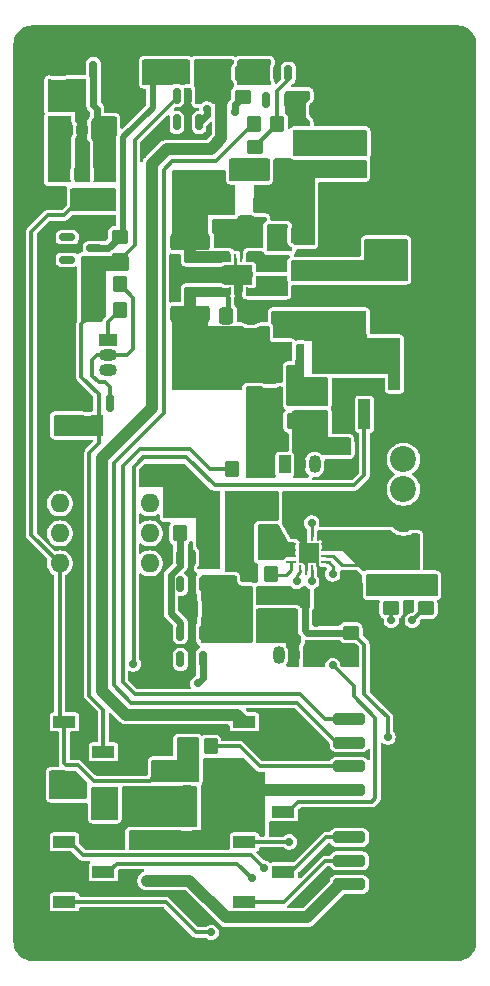
<source format=gbr>
%TF.GenerationSoftware,KiCad,Pcbnew,9.99.0-86-g03af293683*%
%TF.CreationDate,2025-02-25T09:18:42+01:00*%
%TF.ProjectId,RemBrake,52656d42-7261-46b6-952e-6b696361645f,2.0*%
%TF.SameCoordinates,PX7270e00PY8583b00*%
%TF.FileFunction,Copper,L1,Top*%
%TF.FilePolarity,Positive*%
%FSLAX46Y46*%
G04 Gerber Fmt 4.6, Leading zero omitted, Abs format (unit mm)*
G04 Created by KiCad (PCBNEW 9.99.0-86-g03af293683) date 2025-02-25 09:18:42*
%MOMM*%
%LPD*%
G01*
G04 APERTURE LIST*
G04 Aperture macros list*
%AMRoundRect*
0 Rectangle with rounded corners*
0 $1 Rounding radius*
0 $2 $3 $4 $5 $6 $7 $8 $9 X,Y pos of 4 corners*
0 Add a 4 corners polygon primitive as box body*
4,1,4,$2,$3,$4,$5,$6,$7,$8,$9,$2,$3,0*
0 Add four circle primitives for the rounded corners*
1,1,$1+$1,$2,$3*
1,1,$1+$1,$4,$5*
1,1,$1+$1,$6,$7*
1,1,$1+$1,$8,$9*
0 Add four rect primitives between the rounded corners*
20,1,$1+$1,$2,$3,$4,$5,0*
20,1,$1+$1,$4,$5,$6,$7,0*
20,1,$1+$1,$6,$7,$8,$9,0*
20,1,$1+$1,$8,$9,$2,$3,0*%
%AMFreePoly0*
4,1,21,1.372500,0.787500,0.862500,0.787500,0.862500,0.532500,1.372500,0.532500,1.372500,0.127500,0.862500,0.127500,0.862500,-0.127500,1.372500,-0.127500,1.372500,-0.532500,0.862500,-0.532500,0.862500,-0.787500,1.372500,-0.787500,1.372500,-1.195000,0.612500,-1.195000,0.612500,-1.117500,-0.862500,-1.117500,-0.862500,1.117500,0.612500,1.117500,0.612500,1.195000,1.372500,1.195000,
1.372500,0.787500,1.372500,0.787500,$1*%
G04 Aperture macros list end*
%TA.AperFunction,SMDPad,CuDef*%
%ADD10R,1.500000X1.500000*%
%TD*%
%TA.AperFunction,SMDPad,CuDef*%
%ADD11RoundRect,0.150000X-0.150000X0.587500X-0.150000X-0.587500X0.150000X-0.587500X0.150000X0.587500X0*%
%TD*%
%TA.AperFunction,ComponentPad*%
%ADD12R,1.050000X1.500000*%
%TD*%
%TA.AperFunction,ComponentPad*%
%ADD13O,1.050000X1.500000*%
%TD*%
%TA.AperFunction,SMDPad,CuDef*%
%ADD14RoundRect,0.250000X0.350000X0.450000X-0.350000X0.450000X-0.350000X-0.450000X0.350000X-0.450000X0*%
%TD*%
%TA.AperFunction,SMDPad,CuDef*%
%ADD15RoundRect,0.150000X-0.150000X0.512500X-0.150000X-0.512500X0.150000X-0.512500X0.150000X0.512500X0*%
%TD*%
%TA.AperFunction,SMDPad,CuDef*%
%ADD16RoundRect,0.250000X-0.450000X0.350000X-0.450000X-0.350000X0.450000X-0.350000X0.450000X0.350000X0*%
%TD*%
%TA.AperFunction,SMDPad,CuDef*%
%ADD17RoundRect,0.225000X-0.225000X-0.375000X0.225000X-0.375000X0.225000X0.375000X-0.225000X0.375000X0*%
%TD*%
%TA.AperFunction,SMDPad,CuDef*%
%ADD18R,0.405000X0.990000*%
%TD*%
%TA.AperFunction,SMDPad,CuDef*%
%ADD19FreePoly0,90.000000*%
%TD*%
%TA.AperFunction,SMDPad,CuDef*%
%ADD20RoundRect,0.250000X0.475000X-0.337500X0.475000X0.337500X-0.475000X0.337500X-0.475000X-0.337500X0*%
%TD*%
%TA.AperFunction,SMDPad,CuDef*%
%ADD21RoundRect,0.250000X0.337500X0.475000X-0.337500X0.475000X-0.337500X-0.475000X0.337500X-0.475000X0*%
%TD*%
%TA.AperFunction,SMDPad,CuDef*%
%ADD22RoundRect,0.150000X0.150000X-0.587500X0.150000X0.587500X-0.150000X0.587500X-0.150000X-0.587500X0*%
%TD*%
%TA.AperFunction,ComponentPad*%
%ADD23R,2.200000X2.200000*%
%TD*%
%TA.AperFunction,ComponentPad*%
%ADD24C,2.200000*%
%TD*%
%TA.AperFunction,SMDPad,CuDef*%
%ADD25RoundRect,0.250000X-0.350000X-0.450000X0.350000X-0.450000X0.350000X0.450000X-0.350000X0.450000X0*%
%TD*%
%TA.AperFunction,SMDPad,CuDef*%
%ADD26RoundRect,0.250001X-0.462499X-0.624999X0.462499X-0.624999X0.462499X0.624999X-0.462499X0.624999X0*%
%TD*%
%TA.AperFunction,SMDPad,CuDef*%
%ADD27RoundRect,0.250000X1.100000X-0.250000X1.100000X0.250000X-1.100000X0.250000X-1.100000X-0.250000X0*%
%TD*%
%TA.AperFunction,SMDPad,CuDef*%
%ADD28RoundRect,0.250000X1.650000X-0.650000X1.650000X0.650000X-1.650000X0.650000X-1.650000X-0.650000X0*%
%TD*%
%TA.AperFunction,SMDPad,CuDef*%
%ADD29RoundRect,0.250000X0.450000X-0.350000X0.450000X0.350000X-0.450000X0.350000X-0.450000X-0.350000X0*%
%TD*%
%TA.AperFunction,SMDPad,CuDef*%
%ADD30RoundRect,0.250000X-0.475000X0.337500X-0.475000X-0.337500X0.475000X-0.337500X0.475000X0.337500X0*%
%TD*%
%TA.AperFunction,ComponentPad*%
%ADD31R,2.600000X2.600000*%
%TD*%
%TA.AperFunction,ComponentPad*%
%ADD32C,2.600000*%
%TD*%
%TA.AperFunction,SMDPad,CuDef*%
%ADD33R,1.900000X1.000000*%
%TD*%
%TA.AperFunction,SMDPad,CuDef*%
%ADD34RoundRect,0.250000X-0.337500X-0.475000X0.337500X-0.475000X0.337500X0.475000X-0.337500X0.475000X0*%
%TD*%
%TA.AperFunction,SMDPad,CuDef*%
%ADD35RoundRect,0.250001X-0.624999X0.462499X-0.624999X-0.462499X0.624999X-0.462499X0.624999X0.462499X0*%
%TD*%
%TA.AperFunction,SMDPad,CuDef*%
%ADD36RoundRect,0.062500X-0.350000X-0.062500X0.350000X-0.062500X0.350000X0.062500X-0.350000X0.062500X0*%
%TD*%
%TA.AperFunction,SMDPad,CuDef*%
%ADD37RoundRect,0.062500X-0.062500X-0.350000X0.062500X-0.350000X0.062500X0.350000X-0.062500X0.350000X0*%
%TD*%
%TA.AperFunction,HeatsinkPad*%
%ADD38C,0.500000*%
%TD*%
%TA.AperFunction,HeatsinkPad*%
%ADD39R,1.680000X1.680000*%
%TD*%
%TA.AperFunction,SMDPad,CuDef*%
%ADD40R,0.250000X0.700000*%
%TD*%
%TA.AperFunction,SMDPad,CuDef*%
%ADD41R,2.380000X1.660000*%
%TD*%
%TA.AperFunction,ComponentPad*%
%ADD42R,1.500000X1.050000*%
%TD*%
%TA.AperFunction,ComponentPad*%
%ADD43O,1.500000X1.050000*%
%TD*%
%TA.AperFunction,SMDPad,CuDef*%
%ADD44RoundRect,0.250000X2.000000X-0.400000X2.000000X0.400000X-2.000000X0.400000X-2.000000X-0.400000X0*%
%TD*%
%TA.AperFunction,SMDPad,CuDef*%
%ADD45RoundRect,0.250000X1.700000X-0.650000X1.700000X0.650000X-1.700000X0.650000X-1.700000X-0.650000X0*%
%TD*%
%TA.AperFunction,SMDPad,CuDef*%
%ADD46RoundRect,0.249999X-1.425001X0.450001X-1.425001X-0.450001X1.425001X-0.450001X1.425001X0.450001X0*%
%TD*%
%TA.AperFunction,SMDPad,CuDef*%
%ADD47R,1.000000X2.510000*%
%TD*%
%TA.AperFunction,SMDPad,CuDef*%
%ADD48RoundRect,0.150000X0.512500X0.150000X-0.512500X0.150000X-0.512500X-0.150000X0.512500X-0.150000X0*%
%TD*%
%TA.AperFunction,ComponentPad*%
%ADD49R,1.600000X1.600000*%
%TD*%
%TA.AperFunction,ComponentPad*%
%ADD50O,1.600000X1.600000*%
%TD*%
%TA.AperFunction,SMDPad,CuDef*%
%ADD51RoundRect,0.250001X0.462499X0.849999X-0.462499X0.849999X-0.462499X-0.849999X0.462499X-0.849999X0*%
%TD*%
%TA.AperFunction,ViaPad*%
%ADD52C,0.700000*%
%TD*%
%TA.AperFunction,Conductor*%
%ADD53C,0.250000*%
%TD*%
%TA.AperFunction,Conductor*%
%ADD54C,0.500000*%
%TD*%
%TA.AperFunction,Conductor*%
%ADD55C,1.000000*%
%TD*%
%TA.AperFunction,Conductor*%
%ADD56C,0.300000*%
%TD*%
%TA.AperFunction,Conductor*%
%ADD57C,0.600000*%
%TD*%
G04 APERTURE END LIST*
D10*
%TO.P,TP3,1,1*%
%TO.N,GND*%
X29210000Y31623000D03*
%TD*%
D11*
%TO.P,Q5,1,B*%
%TO.N,Net-(Q4-B)*%
X8570000Y47595000D03*
%TO.P,Q5,2,E*%
%TO.N,GND*%
X6670000Y47595000D03*
%TO.P,Q5,3,C*%
%TO.N,/brake_control/ENABLE*%
X7620000Y45720000D03*
%TD*%
D12*
%TO.P,Q2,1,C*%
%TO.N,Net-(Q2-C)*%
X23368000Y42418000D03*
D13*
%TO.P,Q2,2,B*%
%TO.N,Net-(Q2-B)*%
X24638000Y42418000D03*
%TO.P,Q2,3,E*%
%TO.N,Net-(Q2-E)*%
X25908000Y42418000D03*
%TD*%
D14*
%TO.P,R51,1*%
%TO.N,+3V3*%
X22717000Y61722000D03*
%TO.P,R51,2*%
%TO.N,Net-(IC1-~{ALCC})*%
X20717000Y61722000D03*
%TD*%
D15*
%TO.P,U4,1,VDD*%
%TO.N,Net-(U3-VOUT)*%
X16444000Y28188500D03*
%TO.P,U4,2,GND*%
%TO.N,GND*%
X15494000Y28188500D03*
%TO.P,U4,3,EN*%
%TO.N,Net-(U3-CE)*%
X14544000Y28188500D03*
%TO.P,U4,4,NC*%
%TO.N,unconnected-(U4-NC-Pad4)*%
X14544000Y25913500D03*
%TO.P,U4,5,OUT*%
%TO.N,+3V3*%
X16444000Y25913500D03*
%TD*%
D16*
%TO.P,R60,1*%
%TO.N,GND*%
X4191000Y75898000D03*
%TO.P,R60,2*%
%TO.N,Net-(Q8-B)*%
X4191000Y73898000D03*
%TD*%
D17*
%TO.P,D2,1,K*%
%TO.N,+5V*%
X16343000Y39116000D03*
%TO.P,D2,2,A*%
%TO.N,Net-(D2-A)*%
X19643000Y39116000D03*
%TD*%
D14*
%TO.P,R28,1*%
%TO.N,/control_connector/LED RED*%
X20939000Y42037000D03*
%TO.P,R28,2*%
%TO.N,/control_connector/RED*%
X18939000Y42037000D03*
%TD*%
D18*
%TO.P,Q1,1,S*%
%TO.N,/power_manager/VBATT*%
X22520000Y51970500D03*
%TO.P,Q1,2,S*%
X23180000Y51970500D03*
%TO.P,Q1,3,S*%
X23840000Y51970500D03*
%TO.P,Q1,4,G*%
%TO.N,Net-(Q1-G)*%
X24500000Y51970500D03*
D19*
%TO.P,Q1,5,D*%
%TO.N,+7.5V*%
X23510000Y53963000D03*
%TD*%
D20*
%TO.P,C1,1*%
%TO.N,/power_switch/BOOST*%
X28702000Y35792500D03*
%TO.P,C1,2*%
%TO.N,GND*%
X28702000Y37867500D03*
%TD*%
D15*
%TO.P,U6,1,VDD*%
%TO.N,/control_connector/LED GREEN*%
X23683000Y75559500D03*
%TO.P,U6,2,GND*%
%TO.N,GND*%
X22733000Y75559500D03*
%TO.P,U6,3,EN*%
%TO.N,Net-(U6-EN)*%
X21783000Y75559500D03*
%TO.P,U6,4,NC*%
%TO.N,unconnected-(U6-NC-Pad4)*%
X21783000Y73284500D03*
%TO.P,U6,5,OUT*%
%TO.N,Net-(M2-LED)*%
X23683000Y73284500D03*
%TD*%
D21*
%TO.P,C11,1*%
%TO.N,GND*%
X20505000Y54991000D03*
%TO.P,C11,2*%
%TO.N,/power_manager/VBATT*%
X18430000Y54991000D03*
%TD*%
D10*
%TO.P,TP4,1,1*%
%TO.N,Net-(IC1-~{ALCC})*%
X18592800Y62022000D03*
%TD*%
D14*
%TO.P,R21,1*%
%TO.N,Net-(Q4-B)*%
X9382000Y57658000D03*
%TO.P,R21,2*%
%TO.N,/brake_control/ENABLE*%
X7382000Y57658000D03*
%TD*%
D22*
%TO.P,Q7,1,B*%
%TO.N,Net-(Q6-B)*%
X24130000Y29415500D03*
%TO.P,Q7,2,E*%
%TO.N,GND*%
X26030000Y29415500D03*
%TO.P,Q7,3,C*%
%TO.N,/brake_control/BUZZER*%
X25080000Y31290500D03*
%TD*%
D23*
%TO.P,J3,1,Pin_1*%
%TO.N,/power_switch/BOOST*%
X33416000Y35245400D03*
D24*
%TO.P,J3,2,Pin_2*%
%TO.N,GND*%
X33416000Y37785400D03*
%TO.P,J3,3,Pin_3*%
%TO.N,/power_switch/ON{slash}OFF*%
X33416000Y40325400D03*
%TO.P,J3,4,Pin_4*%
%TO.N,/power_manager/VBATT*%
X33416000Y42865400D03*
%TD*%
D25*
%TO.P,R14,1*%
%TO.N,/control_connector/LED RED*%
X22130000Y48006000D03*
%TO.P,R14,2*%
%TO.N,Net-(Q1-G)*%
X24130000Y48006000D03*
%TD*%
D15*
%TO.P,U3,1,VIN*%
%TO.N,+5V*%
X16444000Y34538500D03*
%TO.P,U3,2,GND*%
%TO.N,GND*%
X15494000Y34538500D03*
%TO.P,U3,3,CE*%
%TO.N,Net-(U3-CE)*%
X14544000Y34538500D03*
%TO.P,U3,4,NC*%
%TO.N,unconnected-(U3-NC-Pad4)*%
X14544000Y32263500D03*
%TO.P,U3,5,VOUT*%
%TO.N,Net-(U3-VOUT)*%
X16444000Y32263500D03*
%TD*%
D26*
%TO.P,F2,1*%
%TO.N,/power_manager/BAT+*%
X18466500Y64562000D03*
%TO.P,F2,2*%
%TO.N,Net-(J2-Pin_1)*%
X21441500Y64562000D03*
%TD*%
D25*
%TO.P,R7,1*%
%TO.N,Net-(D2-A)*%
X20209000Y33147000D03*
%TO.P,R7,2*%
%TO.N,Net-(U1-PG)*%
X22209000Y33147000D03*
%TD*%
D27*
%TO.P,J4,1,Pin_1*%
%TO.N,+5V*%
X28829000Y6858000D03*
%TO.P,J4,2,Pin_2*%
%TO.N,/brake_control/DISPLAY.DCKI*%
X28829000Y8858000D03*
%TO.P,J4,3,Pin_3*%
%TO.N,/brake_control/DISPLAY.DI*%
X28829000Y10858000D03*
%TO.P,J4,4,Pin_4*%
%TO.N,GND*%
X28829000Y12858000D03*
%TO.P,J4,5,Pin_5*%
%TO.N,+3V3*%
X28829000Y14858000D03*
%TO.P,J4,6,Pin_6*%
%TO.N,/control_connector/BLUE*%
X28829000Y16858000D03*
%TO.P,J4,7,Pin_7*%
%TO.N,/control_connector/GREEN*%
X28829000Y18858000D03*
%TO.P,J4,8,Pin_8*%
%TO.N,/control_connector/RED*%
X28829000Y20858000D03*
D28*
%TO.P,J4,MP,MountPin*%
%TO.N,GND*%
X33279000Y4508000D03*
X33279000Y23208000D03*
%TD*%
D29*
%TO.P,R59,1*%
%TO.N,/brake_control/STATUS*%
X8382000Y65024000D03*
%TO.P,R59,2*%
%TO.N,Net-(Q8-C)*%
X8382000Y67024000D03*
%TD*%
D21*
%TO.P,C4,1*%
%TO.N,Net-(U3-VOUT)*%
X17547500Y30226000D03*
%TO.P,C4,2*%
%TO.N,GND*%
X15472500Y30226000D03*
%TD*%
D22*
%TO.P,Q9,1,B*%
%TO.N,Net-(Q8-B)*%
X6223000Y73974000D03*
%TO.P,Q9,2,E*%
%TO.N,GND*%
X8123000Y73974000D03*
%TO.P,Q9,3,C*%
%TO.N,Net-(Q8-C)*%
X7173000Y75849000D03*
%TD*%
D14*
%TO.P,R58,1*%
%TO.N,+3V3*%
X17113000Y16510000D03*
%TO.P,R58,2*%
%TO.N,/brake_control/STATUS*%
X15113000Y16510000D03*
%TD*%
D30*
%TO.P,C7,1*%
%TO.N,/brake_control/STATUS*%
X12827000Y16531500D03*
%TO.P,C7,2*%
%TO.N,GND*%
X12827000Y14456500D03*
%TD*%
D20*
%TO.P,C8,1*%
%TO.N,+3V3*%
X12827000Y10414000D03*
%TO.P,C8,2*%
%TO.N,GND*%
X12827000Y12489000D03*
%TD*%
D14*
%TO.P,R27,1*%
%TO.N,/brake_control/VBUS*%
X16240000Y75692000D03*
%TO.P,R27,2*%
%TO.N,Net-(U2-VDD)*%
X14240000Y75692000D03*
%TD*%
D31*
%TO.P,J1,1,Pin_1*%
%TO.N,GND*%
X31892200Y54797600D03*
D32*
%TO.P,J1,2,Pin_2*%
%TO.N,Net-(J1-Pin_2)*%
X31892200Y59797600D03*
%TD*%
D12*
%TO.P,Q6,1,C*%
%TO.N,Net-(Q6-C)*%
X25400000Y26268000D03*
D13*
%TO.P,Q6,2,B*%
%TO.N,Net-(Q6-B)*%
X24130000Y26268000D03*
%TO.P,Q6,3,E*%
%TO.N,Net-(Q6-E)*%
X22860000Y26268000D03*
%TD*%
D10*
%TO.P,TP1,1,1*%
%TO.N,Net-(U3-VOUT)*%
X19812000Y30861000D03*
%TD*%
D33*
%TO.P,J7,1,Pin_1*%
%TO.N,/brake_control/STATUS*%
X4715000Y20620000D03*
%TO.P,J7,2,Pin_2*%
%TO.N,/brake_control/ENABLE*%
X8015000Y18080000D03*
%TO.P,J7,3,Pin_3*%
%TO.N,/brake_control/POWER SW*%
X4715000Y15540000D03*
%TO.P,J7,4,Pin_4*%
%TO.N,/brake_control/SERVO*%
X8015000Y13000000D03*
%TO.P,J7,5,Pin_5*%
%TO.N,/brake_control/I2C.SDA*%
X4715000Y10460000D03*
%TO.P,J7,6,Pin_6*%
%TO.N,/brake_control/I2C.SCL*%
X8015000Y7920000D03*
%TO.P,J7,7,Pin_7*%
%TO.N,/brake_control/RF SWITCH*%
X4715000Y5380000D03*
%TD*%
D21*
%TO.P,C9,1*%
%TO.N,+3V3*%
X17145000Y12446000D03*
%TO.P,C9,2*%
%TO.N,GND*%
X15070000Y12446000D03*
%TD*%
D34*
%TO.P,C3,1*%
%TO.N,Net-(D2-A)*%
X22076500Y38608000D03*
%TO.P,C3,2*%
%TO.N,GND*%
X24151500Y38608000D03*
%TD*%
D16*
%TO.P,R26,1*%
%TO.N,GND*%
X4699000Y47720000D03*
%TO.P,R26,2*%
%TO.N,/brake_control/ENABLE*%
X4699000Y45720000D03*
%TD*%
D35*
%TO.P,F1,1*%
%TO.N,Net-(J2-Pin_1)*%
X24765000Y61812500D03*
%TO.P,F1,2*%
%TO.N,Net-(J1-Pin_2)*%
X24765000Y58837500D03*
%TD*%
D16*
%TO.P,R37,1*%
%TO.N,/brake_control/BUZZER*%
X28956000Y28178000D03*
%TO.P,R37,2*%
%TO.N,Net-(Q6-C)*%
X28956000Y26178000D03*
%TD*%
D25*
%TO.P,R12,1*%
%TO.N,/control_connector/LED RED*%
X22130000Y46101000D03*
%TO.P,R12,2*%
%TO.N,Net-(Q2-B)*%
X24130000Y46101000D03*
%TD*%
D36*
%TO.P,U1,1,SW*%
%TO.N,Net-(L1-Pad1)*%
X23937500Y35675000D03*
%TO.P,U1,2,SW*%
X23937500Y35175000D03*
%TO.P,U1,3,SW*%
X23937500Y34675000D03*
%TO.P,U1,4,PG*%
%TO.N,Net-(U1-PG)*%
X23937500Y34175000D03*
D37*
%TO.P,U1,5,FB*%
%TO.N,Net-(U1-FB)*%
X24650000Y33462500D03*
%TO.P,U1,6,GND*%
%TO.N,GND*%
X25150000Y33462500D03*
%TO.P,U1,7,FSW*%
%TO.N,Net-(D2-A)*%
X25650000Y33462500D03*
%TO.P,U1,8,DEF*%
%TO.N,GND*%
X26150000Y33462500D03*
D36*
%TO.P,U1,9,SS/TR*%
%TO.N,Net-(U1-SS{slash}TR)*%
X26862500Y34175000D03*
%TO.P,U1,10,VIN*%
%TO.N,/power_switch/BOOST*%
X26862500Y34675000D03*
%TO.P,U1,11,VIN*%
X26862500Y35175000D03*
%TO.P,U1,12,VIN*%
X26862500Y35675000D03*
D37*
%TO.P,U1,13,EN*%
X26150000Y36387500D03*
%TO.P,U1,14,VOS*%
%TO.N,Net-(D2-A)*%
X25650000Y36387500D03*
%TO.P,U1,15,GND*%
%TO.N,GND*%
X25150000Y36387500D03*
%TO.P,U1,16,GND*%
X24650000Y36387500D03*
D38*
%TO.P,U1,17,GND*%
X24860000Y35465000D03*
X24860000Y34385000D03*
D39*
X25400000Y34925000D03*
D38*
X25940000Y35465000D03*
X25940000Y34385000D03*
%TD*%
D29*
%TO.P,R62,1*%
%TO.N,GND*%
X4064000Y65024000D03*
%TO.P,R62,2*%
%TO.N,Net-(Q8-E)*%
X4064000Y67024000D03*
%TD*%
%TO.P,R6,1*%
%TO.N,Net-(Q2-B)*%
X26289000Y45990000D03*
%TO.P,R6,2*%
%TO.N,Net-(Q1-G)*%
X26289000Y47990000D03*
%TD*%
D21*
%TO.P,C10,1*%
%TO.N,+3V3*%
X17145000Y14478000D03*
%TO.P,C10,2*%
%TO.N,GND*%
X15070000Y14478000D03*
%TD*%
D14*
%TO.P,R15,1*%
%TO.N,+5V*%
X16494000Y36576000D03*
%TO.P,R15,2*%
%TO.N,Net-(U3-CE)*%
X14494000Y36576000D03*
%TD*%
D40*
%TO.P,IC1,1,SENSE+*%
%TO.N,/power_manager/VBATT*%
X18696000Y57066000D03*
%TO.P,IC1,2,GND_1*%
%TO.N,GND*%
X19196000Y57066000D03*
%TO.P,IC1,3,GND_2*%
X19696000Y57066000D03*
%TO.P,IC1,4,SCL*%
%TO.N,/brake_control/I2C.SCL*%
X20196000Y57066000D03*
%TO.P,IC1,5,SDA*%
%TO.N,/brake_control/I2C.SDA*%
X20196000Y59866000D03*
%TO.P,IC1,6,~{ALCC}*%
%TO.N,Net-(IC1-~{ALCC})*%
X19696000Y59866000D03*
%TO.P,IC1,7,GND_3*%
%TO.N,GND*%
X19196000Y59866000D03*
%TO.P,IC1,8,SENSE-*%
%TO.N,/power_manager/BAT+*%
X18696000Y59866000D03*
D41*
%TO.P,IC1,9,EP*%
%TO.N,GND*%
X19446000Y58466000D03*
%TD*%
D25*
%TO.P,R1,1*%
%TO.N,/power_manager/VBATT*%
X22130000Y49911000D03*
%TO.P,R1,2*%
%TO.N,Net-(Q1-G)*%
X24130000Y49911000D03*
%TD*%
D15*
%TO.P,U7,1,VDD*%
%TO.N,/brake_control/VBUS*%
X16129000Y73654500D03*
%TO.P,U7,2,GND*%
%TO.N,GND*%
X15179000Y73654500D03*
%TO.P,U7,3,EN*%
%TO.N,/brake_control/ENABLE*%
X14229000Y73654500D03*
%TO.P,U7,4,NC*%
%TO.N,unconnected-(U7-NC-Pad4)*%
X14229000Y71379500D03*
%TO.P,U7,5,OUT*%
%TO.N,Net-(M2-Vin)*%
X16129000Y71379500D03*
%TD*%
D14*
%TO.P,R22,1*%
%TO.N,Net-(Q4-C)*%
X9382000Y55499000D03*
%TO.P,R22,2*%
%TO.N,/brake_control/ENABLE*%
X7382000Y55499000D03*
%TD*%
%TO.P,R29,1*%
%TO.N,/control_connector/LED GREEN*%
X22733000Y71247000D03*
%TO.P,R29,2*%
%TO.N,/control_connector/GREEN*%
X20733000Y71247000D03*
%TD*%
D16*
%TO.P,R36,1*%
%TO.N,/brake_control/BUZZER*%
X22098000Y31226000D03*
%TO.P,R36,2*%
%TO.N,Net-(Q6-B)*%
X22098000Y29226000D03*
%TD*%
D42*
%TO.P,Q4,1,C*%
%TO.N,Net-(Q4-C)*%
X8382000Y52959000D03*
D43*
%TO.P,Q4,2,B*%
%TO.N,Net-(Q4-B)*%
X8382000Y51689000D03*
%TO.P,Q4,3,E*%
%TO.N,Net-(Q4-E)*%
X8382000Y50419000D03*
%TD*%
D29*
%TO.P,R20,1*%
%TO.N,/brake_control/ENABLE*%
X9398000Y59706000D03*
%TO.P,R20,2*%
%TO.N,Net-(U2-VDD)*%
X9398000Y61706000D03*
%TD*%
D44*
%TO.P,J2,1,Pin_1*%
%TO.N,Net-(J2-Pin_1)*%
X27727600Y67396000D03*
%TO.P,J2,2,Pin_2*%
%TO.N,/power_manager/BM*%
X27727600Y69896000D03*
%TO.P,J2,3,Pin_3*%
%TO.N,GND*%
X27727600Y72396000D03*
D45*
%TO.P,J2,MP,MountPin*%
X34527600Y64196000D03*
X34527600Y75596000D03*
%TD*%
D25*
%TO.P,R30,1*%
%TO.N,/brake_control/STATUS*%
X15113000Y18542000D03*
%TO.P,R30,2*%
%TO.N,/control_connector/BLUE*%
X17113000Y18542000D03*
%TD*%
D46*
%TO.P,R53,1*%
%TO.N,/power_manager/BAT+*%
X15382000Y61262000D03*
%TO.P,R53,2*%
%TO.N,/power_manager/VBATT*%
X15382000Y55162000D03*
%TD*%
D47*
%TO.P,J9,1,Pin_1*%
%TO.N,/brake_control/SERVO*%
X30114000Y46672400D03*
%TO.P,J9,2,Pin_2*%
%TO.N,+7.5V*%
X32654000Y49982400D03*
%TO.P,J9,3,Pin_3*%
%TO.N,GND*%
X35194000Y46672400D03*
%TD*%
D48*
%TO.P,U2,1,VOUT*%
%TO.N,/brake_control/ENABLE*%
X7233500Y59756000D03*
%TO.P,U2,2,VDD*%
%TO.N,Net-(U2-VDD)*%
X7233500Y60706000D03*
%TO.P,U2,3,GND*%
%TO.N,GND*%
X7233500Y61656000D03*
%TO.P,U2,4*%
%TO.N,N/C*%
X4958500Y61656000D03*
%TO.P,U2,5*%
X4958500Y59756000D03*
%TD*%
D16*
%TO.P,R52,1*%
%TO.N,+3V3*%
X32385000Y32258000D03*
%TO.P,R52,2*%
%TO.N,/brake_control/I2C.SCL*%
X32385000Y30258000D03*
%TD*%
D14*
%TO.P,R25,1*%
%TO.N,Net-(U2-VDD)*%
X12176000Y75692000D03*
%TO.P,R25,2*%
%TO.N,GND*%
X10176000Y75692000D03*
%TD*%
D29*
%TO.P,R8,1*%
%TO.N,GND*%
X28321000Y41799000D03*
%TO.P,R8,2*%
%TO.N,Net-(Q2-B)*%
X28321000Y43799000D03*
%TD*%
D49*
%TO.P,U5,1,GND*%
%TO.N,GND*%
X4318000Y41656000D03*
D50*
%TO.P,U5,2,TR*%
%TO.N,Net-(U5-THR)*%
X4318000Y39116000D03*
%TO.P,U5,3,Q*%
%TO.N,Net-(U5-Q)*%
X4318000Y36576000D03*
%TO.P,U5,4,R*%
%TO.N,/brake_control/STATUS*%
X4318000Y34036000D03*
%TO.P,U5,5,CV*%
%TO.N,Net-(U5-CV)*%
X11938000Y34036000D03*
%TO.P,U5,6,THR*%
%TO.N,Net-(U5-THR)*%
X11938000Y36576000D03*
%TO.P,U5,7,DIS*%
%TO.N,Net-(U5-DIS)*%
X11938000Y39116000D03*
%TO.P,U5,8,VCC*%
%TO.N,+5V*%
X11938000Y41656000D03*
%TD*%
D12*
%TO.P,Q8,1,C*%
%TO.N,Net-(Q8-C)*%
X7493000Y70769000D03*
D13*
%TO.P,Q8,2,B*%
%TO.N,Net-(Q8-B)*%
X6223000Y70769000D03*
%TO.P,Q8,3,E*%
%TO.N,Net-(Q8-E)*%
X4953000Y70769000D03*
%TD*%
D16*
%TO.P,R50,1*%
%TO.N,+3V3*%
X35306000Y32258000D03*
%TO.P,R50,2*%
%TO.N,/brake_control/I2C.SDA*%
X35306000Y30258000D03*
%TD*%
D29*
%TO.P,R61,1*%
%TO.N,+3V3*%
X20828000Y67326000D03*
%TO.P,R61,2*%
%TO.N,/control_connector/LED GREEN*%
X20828000Y69326000D03*
%TD*%
D33*
%TO.P,J8,1,Pin_1*%
%TO.N,/brake_control/VBUS*%
X19955000Y20620000D03*
%TO.P,J8,2,Pin_2*%
%TO.N,GND*%
X23255000Y18080000D03*
%TO.P,J8,3,Pin_3*%
%TO.N,+3V3*%
X19955000Y15540000D03*
%TO.P,J8,4,Pin_4*%
%TO.N,/brake_control/BUZZ*%
X23255000Y13000000D03*
%TO.P,J8,5,Pin_5*%
%TO.N,/brake_control/BTN*%
X19955000Y10460000D03*
%TO.P,J8,6,Pin_6*%
%TO.N,/brake_control/DISPLAY.DI*%
X23255000Y7920000D03*
%TO.P,J8,7,Pin_7*%
%TO.N,/brake_control/DISPLAY.DCKI*%
X19955000Y5380000D03*
%TD*%
D51*
%TO.P,L1,1,1*%
%TO.N,Net-(L1-Pad1)*%
X22137000Y35687000D03*
%TO.P,L1,2,2*%
%TO.N,Net-(D2-A)*%
X19812000Y35687000D03*
%TD*%
D29*
%TO.P,R57,1*%
%TO.N,/brake_control/STATUS*%
X6223000Y65024000D03*
%TO.P,R57,2*%
%TO.N,Net-(Q8-B)*%
X6223000Y67024000D03*
%TD*%
%TO.P,R63,1*%
%TO.N,Net-(M2-Vin)*%
X19812000Y73565000D03*
%TO.P,R63,2*%
%TO.N,Net-(U6-EN)*%
X19812000Y75565000D03*
%TD*%
D52*
%TO.N,GND*%
X12141200Y31292800D03*
X6477000Y10541000D03*
X14351000Y58420000D03*
X6477000Y4445000D03*
X15189200Y72390000D03*
X12446000Y25273000D03*
%TO.N,+5V*%
X11684000Y7186000D03*
%TO.N,/brake_control/I2C.SDA*%
X21590000Y8255000D03*
X21844000Y59690000D03*
X34163000Y29210000D03*
%TO.N,/brake_control/I2C.SCL*%
X20574000Y7366000D03*
X32385000Y29210000D03*
X21844000Y57658000D03*
%TO.N,/brake_control/SERVO*%
X8280400Y14478000D03*
X10541000Y25527000D03*
%TO.N,Net-(U1-SS{slash}TR)*%
X27432000Y33147000D03*
%TO.N,/brake_control/BUZZER*%
X32101500Y19350260D03*
%TO.N,/brake_control/BUZZ*%
X27432000Y25400000D03*
%TO.N,Net-(D2-A)*%
X25654000Y32512000D03*
X20447000Y37465000D03*
X25654000Y37465000D03*
%TO.N,+3V3*%
X16002000Y23876000D03*
X31242000Y32258000D03*
X19177000Y67310000D03*
X10922000Y10414000D03*
X23114000Y60833000D03*
%TO.N,/power_manager/VBATT*%
X20828000Y53386000D03*
X20828000Y51862000D03*
X20828000Y50338000D03*
%TO.N,/power_manager/BM*%
X24892000Y69896000D03*
%TO.N,/brake_control/POWER SW*%
X6223000Y14478000D03*
%TO.N,/control_connector/LED RED*%
X20828000Y43053000D03*
%TO.N,/brake_control/RF SWITCH*%
X17145000Y2794000D03*
%TO.N,Net-(U1-FB)*%
X24384000Y32512000D03*
%TO.N,Net-(M2-LED)*%
X25019000Y73406000D03*
%TO.N,Net-(M2-Vin)*%
X16764000Y72517000D03*
X19177000Y72263000D03*
%TO.N,/brake_control/BTN*%
X23749000Y10464800D03*
%TD*%
D53*
%TO.N,GND*%
X26150000Y33794000D02*
X26111200Y33832800D01*
X19196000Y58216000D02*
X19446000Y58466000D01*
X19696000Y57066000D02*
X19696000Y58216000D01*
X26111200Y34213800D02*
X25940000Y34385000D01*
X25150000Y34675000D02*
X25400000Y34925000D01*
X25150000Y33462500D02*
X25150000Y34675000D01*
X19196000Y57066000D02*
X19196000Y58216000D01*
X19196000Y58716000D02*
X19446000Y58466000D01*
X19196000Y59866000D02*
X19196000Y58716000D01*
X26111200Y33832800D02*
X26111200Y34213800D01*
X19696000Y58216000D02*
X19446000Y58466000D01*
X26150000Y33462500D02*
X26150000Y33794000D01*
D54*
X35194000Y46672400D02*
X35194000Y45862000D01*
D55*
%TO.N,+5V*%
X15293000Y7186000D02*
X18415000Y4064000D01*
X28829000Y6858000D02*
X28067000Y6858000D01*
X11684000Y7186000D02*
X15293000Y7186000D01*
X28067000Y6858000D02*
X25273000Y4064000D01*
X25273000Y4064000D02*
X18415000Y4064000D01*
D56*
%TO.N,/brake_control/I2C.SDA*%
X4715000Y10460000D02*
X5161000Y10460000D01*
X5161000Y10460000D02*
X6295500Y9325500D01*
X21590000Y8255000D02*
X20519500Y9325500D01*
X35306000Y30258000D02*
X35211000Y30258000D01*
X20519500Y9325500D02*
X6295500Y9325500D01*
X35211000Y30258000D02*
X34163000Y29210000D01*
%TO.N,/brake_control/I2C.SCL*%
X32385000Y29210000D02*
X32385000Y30258000D01*
X19315500Y8624500D02*
X20574000Y7366000D01*
X8428000Y7920000D02*
X9132500Y8624500D01*
X9132500Y8624500D02*
X19315500Y8624500D01*
X8015000Y7920000D02*
X8428000Y7920000D01*
%TO.N,/brake_control/DISPLAY.DCKI*%
X23287000Y5380000D02*
X19955000Y5380000D01*
X28829000Y8858000D02*
X26765000Y8858000D01*
X26765000Y8858000D02*
X23287000Y5380000D01*
%TO.N,/brake_control/SERVO*%
X10587000Y42215603D02*
X10919199Y42547801D01*
X30114000Y41529000D02*
X30114000Y46672400D01*
X10587000Y25573000D02*
X10587000Y42215603D01*
X11385397Y43014000D02*
X15049636Y43014000D01*
X17423636Y40640000D02*
X29225000Y40640000D01*
X10919199Y42547801D02*
X11385397Y43014000D01*
X29225000Y40640000D02*
X30114000Y41529000D01*
X15049636Y43014000D02*
X17423636Y40640000D01*
X10541000Y25527000D02*
X10587000Y25573000D01*
D55*
%TO.N,/brake_control/VBUS*%
X7888001Y23279083D02*
X9956584Y21210500D01*
X18015000Y70031338D02*
X17552831Y69569169D01*
X17106662Y69123000D02*
X13407662Y69123000D01*
X9956584Y21210500D02*
X19364499Y21210501D01*
X12105000Y67820338D02*
X12105001Y65405000D01*
X19364499Y21210501D02*
X19955000Y20620000D01*
X17137000Y74795000D02*
X18015000Y73917000D01*
X12105000Y47202669D02*
X7888000Y42985668D01*
X7888000Y42985668D02*
X7888001Y23279083D01*
X12105001Y65405000D02*
X12105000Y47202669D01*
X13407662Y69123000D02*
X12105000Y67820338D01*
X18015000Y70031338D02*
X17106662Y69123000D01*
X16240000Y75692000D02*
X17137000Y74795000D01*
X18015000Y73917000D02*
X18015000Y70031338D01*
D53*
%TO.N,Net-(U1-SS{slash}TR)*%
X26862500Y34175000D02*
X27039000Y34175000D01*
X27432000Y33782000D02*
X27432000Y33147000D01*
X27039000Y34175000D02*
X27432000Y33782000D01*
D56*
%TO.N,/brake_control/BUZZER*%
X28956000Y28178000D02*
X29099000Y28178000D01*
D54*
X25015500Y31226000D02*
X25080000Y31290500D01*
D56*
X30107000Y23016108D02*
X30107000Y27170000D01*
X32101500Y21021608D02*
X32101500Y19350260D01*
D57*
X25080000Y28387000D02*
X25289000Y28178000D01*
D56*
X31387554Y21735554D02*
X32101500Y21021608D01*
X29099000Y28178000D02*
X30107000Y27170000D01*
D57*
X25080000Y31290500D02*
X25080000Y28387000D01*
X25289000Y28178000D02*
X28956000Y28178000D01*
D56*
X31387554Y21735554D02*
X30107000Y23016108D01*
%TO.N,/brake_control/DISPLAY.DI*%
X28829000Y10858000D02*
X26860000Y10858000D01*
X23922000Y7920000D02*
X23255000Y7920000D01*
X26860000Y10858000D02*
X23922000Y7920000D01*
%TO.N,/brake_control/BUZZ*%
X29210000Y22825292D02*
X31051500Y20983792D01*
X30734000Y13843000D02*
X24511000Y13843000D01*
X27432000Y25400000D02*
X29210000Y23622000D01*
X31051500Y20983792D02*
X31051500Y14160500D01*
X31051500Y14160500D02*
X30734000Y13843000D01*
X23668000Y13000000D02*
X23255000Y13000000D01*
X24511000Y13843000D02*
X23668000Y13000000D01*
X29210000Y23622000D02*
X29210000Y22825292D01*
D53*
%TO.N,Net-(D2-A)*%
X25650000Y36387500D02*
X25650000Y37461000D01*
X25650000Y32516000D02*
X25654000Y32512000D01*
X25650000Y37461000D02*
X25654000Y37465000D01*
X25650000Y33462500D02*
X25650000Y32516000D01*
%TO.N,/power_switch/BOOST*%
X26862500Y34675000D02*
X27428000Y34675000D01*
X28194000Y33909000D02*
X32079600Y33909000D01*
X27428000Y34675000D02*
X28194000Y33909000D01*
X32079600Y33909000D02*
X33416000Y35245400D01*
D55*
%TO.N,+3V3*%
X28829000Y14858000D02*
X20637000Y14858000D01*
D57*
X16444000Y24318000D02*
X16002000Y23876000D01*
D55*
X20637000Y14858000D02*
X19955000Y15540000D01*
D57*
X16444000Y25913500D02*
X16444000Y24318000D01*
D53*
%TO.N,Net-(IC1-~{ALCC})*%
X19696000Y60918800D02*
X18592800Y62022000D01*
X19696000Y59866000D02*
X19696000Y60918800D01*
D54*
%TO.N,/power_manager/BM*%
X24892000Y69896000D02*
X27727600Y69896000D01*
D56*
%TO.N,/brake_control/STATUS*%
X4715000Y17129000D02*
X4715000Y20620000D01*
X6223000Y65024000D02*
X4699000Y63500000D01*
X4889500Y16954500D02*
X4715000Y17129000D01*
X5852500Y16954500D02*
X4889500Y16954500D01*
X3302000Y63500000D02*
X1905000Y62103000D01*
D54*
X8382000Y65024000D02*
X6223000Y65024000D01*
D56*
X4318000Y34036000D02*
X4318000Y21017000D01*
X4318000Y21017000D02*
X4715000Y20620000D01*
X12827000Y16531500D02*
X12827000Y16510000D01*
X12827000Y16510000D02*
X11938000Y15621000D01*
D54*
X15113000Y16510000D02*
X12848500Y16510000D01*
D56*
X1905000Y62103000D02*
X1905000Y36449000D01*
X11938000Y15621000D02*
X7186000Y15621000D01*
X4699000Y63500000D02*
X3302000Y63500000D01*
X1905000Y36449000D02*
X4318000Y34036000D01*
D54*
X12848500Y16510000D02*
X12827000Y16531500D01*
D56*
X7186000Y15621000D02*
X5852500Y16954500D01*
D54*
X15113000Y18542000D02*
X15113000Y16510000D01*
D56*
%TO.N,/brake_control/ENABLE*%
X7620000Y44204006D02*
X7620000Y45720000D01*
X6161000Y54278000D02*
X7382000Y55499000D01*
X7620000Y45720000D02*
X7620000Y48378022D01*
X10668000Y60976000D02*
X10668000Y69850000D01*
X9398000Y59706000D02*
X10668000Y60976000D01*
X10668000Y69850000D02*
X14229000Y73411000D01*
X14229000Y73411000D02*
X14229000Y73654500D01*
X8015000Y18080000D02*
X8015000Y21665746D01*
X6161000Y49837022D02*
X6161000Y54278000D01*
X8015000Y21665746D02*
X6837001Y22843745D01*
X7620000Y48378022D02*
X6161000Y49837022D01*
X6837000Y43421006D02*
X7620000Y44204006D01*
X6837001Y22843745D02*
X6837000Y43421006D01*
%TO.N,/control_connector/LED GREEN*%
X22733000Y71247000D02*
X22733000Y71231000D01*
X22733000Y74042900D02*
X23683000Y74992900D01*
X22733000Y71247000D02*
X22733000Y74042900D01*
X23683000Y74992900D02*
X23683000Y75559500D01*
X22733000Y71231000D02*
X20828000Y69326000D01*
%TO.N,/brake_control/RF SWITCH*%
X17145000Y2794000D02*
X15875000Y2794000D01*
X15875000Y2794000D02*
X13289000Y5380000D01*
X13289000Y5380000D02*
X4715000Y5380000D01*
%TO.N,Net-(Q4-B)*%
X7081000Y49908386D02*
X7081000Y51277000D01*
X8570000Y48961000D02*
X8144807Y49386193D01*
X7493000Y51689000D02*
X8382000Y51689000D01*
X8382000Y51689000D02*
X10033000Y51689000D01*
X10033000Y51689000D02*
X10541000Y52197000D01*
X8570000Y47595000D02*
X8570000Y48961000D01*
X8144807Y49386193D02*
X7603193Y49386193D01*
X10541000Y56499000D02*
X9382000Y57658000D01*
X7603193Y49386193D02*
X7081000Y49908386D01*
X7081000Y51277000D02*
X7493000Y51689000D01*
X10541000Y52197000D02*
X10541000Y56499000D01*
%TO.N,Net-(Q4-C)*%
X8382000Y54499000D02*
X9382000Y55499000D01*
X8382000Y52959000D02*
X8382000Y54499000D01*
D57*
%TO.N,Net-(Q8-C)*%
X7173000Y75849000D02*
X7173000Y72821000D01*
X7493000Y72501000D02*
X7493000Y70769000D01*
X7173000Y72821000D02*
X7493000Y72501000D01*
D53*
%TO.N,Net-(U1-PG)*%
X23937500Y33462500D02*
X23495000Y33020000D01*
X23495000Y33020000D02*
X22209000Y33020000D01*
X23937500Y34175000D02*
X23937500Y33462500D01*
D57*
%TO.N,Net-(U3-CE)*%
X13743000Y29818000D02*
X14544000Y29017000D01*
X14544000Y36526000D02*
X14494000Y36576000D01*
X14348190Y33655000D02*
X13743000Y33049810D01*
X14544000Y34538500D02*
X14544000Y33848000D01*
X14544000Y29017000D02*
X14544000Y28188500D01*
X14544000Y33848000D02*
X14351000Y33655000D01*
X13743000Y33049810D02*
X13743000Y29818000D01*
X14544000Y34538500D02*
X14544000Y36526000D01*
X14351000Y33655000D02*
X14348190Y33655000D01*
D53*
%TO.N,Net-(U1-FB)*%
X24650000Y33462500D02*
X24650000Y33286000D01*
X24384000Y32512000D02*
X24384000Y33020000D01*
X24650000Y33286000D02*
X24384000Y33020000D01*
D54*
%TO.N,Net-(U2-VDD)*%
X12176000Y75692000D02*
X12176000Y72628000D01*
D57*
X7233500Y60706000D02*
X8398000Y60706000D01*
D54*
X9652000Y70104000D02*
X9652000Y61960000D01*
X12176000Y72628000D02*
X9652000Y70104000D01*
D57*
X8398000Y60706000D02*
X9398000Y61706000D01*
D54*
X9652000Y61960000D02*
X9398000Y61706000D01*
D57*
%TO.N,Net-(M2-Vin)*%
X16764000Y72517000D02*
X16764000Y72014500D01*
X16764000Y72014500D02*
X16129000Y71379500D01*
X19177000Y72263000D02*
X19177000Y72930000D01*
X19177000Y72930000D02*
X19812000Y73565000D01*
D56*
%TO.N,/control_connector/RED*%
X9640000Y24004786D02*
X9640000Y42259967D01*
X18939000Y42037000D02*
X17018000Y42037000D01*
X17018000Y42037000D02*
X15340000Y43715000D01*
X26767000Y20858000D02*
X24662500Y22962500D01*
X11095033Y43715000D02*
X13081000Y43715000D01*
X10682286Y22962500D02*
X9640000Y24004786D01*
X24662500Y22962500D02*
X10682286Y22962500D01*
X28829000Y20858000D02*
X26767000Y20858000D01*
X13081000Y43715000D02*
X15340000Y43715000D01*
X9640000Y42259967D02*
X11095033Y43715000D01*
%TO.N,/control_connector/GREEN*%
X10391922Y22261500D02*
X24372136Y22261500D01*
X24372136Y22261500D02*
X27775636Y18858000D01*
X13156000Y67385000D02*
X13156000Y46767331D01*
X13843000Y68072000D02*
X13156000Y67385000D01*
X20717000Y71247000D02*
X17542000Y68072000D01*
X27775636Y18858000D02*
X28829000Y18858000D01*
X8939000Y23714422D02*
X10391922Y22261500D01*
X17542000Y68072000D02*
X13843000Y68072000D01*
X8939000Y42550330D02*
X8939000Y23714422D01*
X13156000Y46767331D02*
X8939000Y42550330D01*
X20733000Y71247000D02*
X20717000Y71247000D01*
%TO.N,/control_connector/BLUE*%
X28829000Y16858000D02*
X21242000Y16858000D01*
X19558000Y18542000D02*
X17113000Y18542000D01*
X21242000Y16858000D02*
X19558000Y18542000D01*
%TO.N,/brake_control/BTN*%
X23749000Y10464800D02*
X23744200Y10460000D01*
X23744200Y10460000D02*
X19955000Y10460000D01*
%TD*%
%TA.AperFunction,Conductor*%
%TO.N,Net-(Q6-B)*%
G36*
X24422539Y30206315D02*
G01*
X24468294Y30153511D01*
X24479500Y30102000D01*
X24479500Y28473670D01*
X24479499Y28473652D01*
X24479499Y28307946D01*
X24479498Y28307946D01*
X24520423Y28155215D01*
X24549358Y28105100D01*
X24549359Y28105096D01*
X24549360Y28105096D01*
X24599479Y28018286D01*
X24599481Y28018283D01*
X24728681Y27889083D01*
X24762166Y27827760D01*
X24765000Y27801402D01*
X24765000Y27378563D01*
X24745315Y27311524D01*
X24711077Y27276264D01*
X24702238Y27270210D01*
X24622793Y27190764D01*
X24577415Y27087994D01*
X24577415Y27087992D01*
X24574500Y27062869D01*
X24574500Y25473144D01*
X24574502Y25473118D01*
X24577413Y25448013D01*
X24577415Y25448008D01*
X24577823Y25447084D01*
X24577968Y25445976D01*
X24579863Y25439011D01*
X24578913Y25438753D01*
X24586893Y25377805D01*
X24557069Y25314621D01*
X24497819Y25277591D01*
X24464388Y25273000D01*
X23619000Y25273000D01*
X23610314Y25275551D01*
X23601353Y25274262D01*
X23577312Y25285241D01*
X23551961Y25292685D01*
X23546033Y25299526D01*
X23537797Y25303287D01*
X23523507Y25325522D01*
X23506206Y25345489D01*
X23503918Y25356004D01*
X23500023Y25362065D01*
X23495000Y25397000D01*
X23495000Y25469869D01*
X23514685Y25536908D01*
X23515898Y25538759D01*
X23591547Y25651978D01*
X23591549Y25651981D01*
X23653774Y25802207D01*
X23653776Y25802211D01*
X23685500Y25961695D01*
X23685500Y26574305D01*
X23685500Y26574308D01*
X23653777Y26733784D01*
X23653776Y26733785D01*
X23653776Y26733789D01*
X23591548Y26884021D01*
X23515897Y26997242D01*
X23495020Y27063920D01*
X23495000Y27066132D01*
X23495000Y27305000D01*
X23021385Y27305000D01*
X22997193Y27307383D01*
X22941307Y27318500D01*
X22941305Y27318500D01*
X22778695Y27318500D01*
X22778693Y27318500D01*
X22722807Y27307383D01*
X22698615Y27305000D01*
X21079000Y27305000D01*
X21011961Y27324685D01*
X20966206Y27377489D01*
X20955000Y27429000D01*
X20955000Y30102000D01*
X20974685Y30169039D01*
X21027489Y30214794D01*
X21079000Y30226000D01*
X24355500Y30226000D01*
X24422539Y30206315D01*
G37*
%TD.AperFunction*%
%TD*%
%TA.AperFunction,Conductor*%
%TO.N,Net-(J2-Pin_1)*%
G36*
X23941245Y68308973D02*
G01*
X23942107Y68310667D01*
X23950012Y68306648D01*
X23950013Y68306647D01*
X24050089Y68255761D01*
X24117128Y68236076D01*
X24203200Y68223700D01*
X24203203Y68223700D01*
X30193200Y68223700D01*
X30260239Y68204015D01*
X30305994Y68151211D01*
X30317200Y68099700D01*
X30317200Y66799000D01*
X30297515Y66731961D01*
X30244711Y66686206D01*
X30193200Y66675000D01*
X25908000Y66675000D01*
X25908000Y61084000D01*
X25888315Y61016961D01*
X25835511Y60971206D01*
X25784000Y60960000D01*
X24298295Y60960000D01*
X24231256Y60979685D01*
X24213556Y60993472D01*
X24206917Y60999687D01*
X24178928Y61034870D01*
X24140261Y61062080D01*
X24138080Y61064121D01*
X24112085Y61084346D01*
X24098879Y61091880D01*
X24098879Y61091879D01*
X24093773Y61094792D01*
X24087111Y61099480D01*
X24079307Y61103044D01*
X24036562Y61127428D01*
X24036560Y61127429D01*
X24036551Y61127434D01*
X24034640Y61128187D01*
X24032676Y61129292D01*
X24032562Y61129346D01*
X24032565Y61129354D01*
X24005214Y61144733D01*
X23978709Y61164832D01*
X23954828Y61188714D01*
X23934734Y61215213D01*
X23918185Y61244645D01*
X23904612Y61279063D01*
X23896850Y61309774D01*
X23895882Y61317831D01*
X23895000Y61332603D01*
X23895000Y62292408D01*
X23895883Y62307177D01*
X23896850Y62315234D01*
X23904610Y62345934D01*
X23939841Y62435274D01*
X23939840Y62435275D01*
X23941991Y62440729D01*
X23944110Y62445773D01*
X23948208Y62454947D01*
X23962861Y62498075D01*
X23971277Y62527661D01*
X23975990Y62639833D01*
X23966046Y62708991D01*
X23951216Y62768658D01*
X23894537Y62865571D01*
X23848782Y62918375D01*
X23848780Y62918377D01*
X23848770Y62918388D01*
X23804054Y62960549D01*
X23804051Y62960551D01*
X23804049Y62960553D01*
X23703973Y63011439D01*
X23703972Y63011440D01*
X23703971Y63011440D01*
X23636940Y63031123D01*
X23636934Y63031124D01*
X23550862Y63043500D01*
X23550859Y63043500D01*
X22273500Y63043500D01*
X22270284Y63044445D01*
X22267024Y63043669D01*
X22236988Y63054222D01*
X22206461Y63063185D01*
X22204267Y63065717D01*
X22201104Y63066828D01*
X22181539Y63091947D01*
X22160706Y63115989D01*
X22159617Y63120091D01*
X22158169Y63121950D01*
X22155751Y63134651D01*
X22150008Y63156287D01*
X22149500Y63161882D01*
X22149500Y63262501D01*
X22146390Y63305979D01*
X22141367Y63340914D01*
X22138289Y63358615D01*
X22132803Y63372096D01*
X22131315Y63378941D01*
X22120352Y63417167D01*
X22105476Y63442600D01*
X22099772Y63453579D01*
X22098668Y63455990D01*
X22095976Y63462607D01*
X22094804Y63464430D01*
X22094782Y63464479D01*
X22072899Y63498515D01*
X22070176Y63502954D01*
X22063670Y63514079D01*
X22063668Y63514081D01*
X22063666Y63514085D01*
X22061544Y63517047D01*
X22058973Y63520309D01*
X22058217Y63521364D01*
X22058211Y63521372D01*
X22019923Y63569502D01*
X22019922Y63569503D01*
X22019921Y63569504D01*
X22019920Y63569505D01*
X22008306Y63577677D01*
X22001046Y63582786D01*
X21973184Y63609058D01*
X21939030Y63626424D01*
X21931788Y63631520D01*
X21931782Y63631523D01*
X21928108Y63634108D01*
X21928107Y63634109D01*
X21928105Y63634110D01*
X21919869Y63637871D01*
X21919868Y63637871D01*
X21918813Y63638353D01*
X21918810Y63638354D01*
X21889318Y63651823D01*
X21888592Y63652153D01*
X21888593Y63652154D01*
X21886942Y63652908D01*
X21873106Y63659943D01*
X21868713Y63661233D01*
X21864557Y63663131D01*
X21806355Y63682912D01*
X21806352Y63682913D01*
X21806350Y63682913D01*
X21779899Y63684026D01*
X21767474Y63685177D01*
X21720000Y63692001D01*
X21719995Y63692001D01*
X20961602Y63692001D01*
X20946813Y63692886D01*
X20938763Y63693853D01*
X20908062Y63701614D01*
X20871468Y63716045D01*
X20845944Y63729748D01*
X20844528Y63730737D01*
X20844518Y63730743D01*
X20790705Y63756587D01*
X20738795Y63803354D01*
X20720388Y63868844D01*
X20728629Y65991981D01*
X20748574Y66058944D01*
X20801555Y66104493D01*
X20852628Y66115500D01*
X21973990Y66115500D01*
X21974000Y66115500D01*
X22038941Y66122482D01*
X22090452Y66133688D01*
X22128658Y66144646D01*
X22225571Y66201325D01*
X22278375Y66247080D01*
X22278382Y66247088D01*
X22278387Y66247092D01*
X22320548Y66291808D01*
X22320553Y66291813D01*
X22371439Y66391889D01*
X22391124Y66458928D01*
X22403500Y66545000D01*
X22403500Y68202000D01*
X22423185Y68269039D01*
X22475989Y68314794D01*
X22527500Y68326000D01*
X23883255Y68326000D01*
X23941245Y68308973D01*
G37*
%TD.AperFunction*%
%TD*%
%TA.AperFunction,Conductor*%
%TO.N,+7.5V*%
G36*
X30234739Y55398315D02*
G01*
X30280494Y55345511D01*
X30291700Y55294000D01*
X30291700Y53452744D01*
X30291702Y53452718D01*
X30294613Y53427613D01*
X30294615Y53427609D01*
X30339994Y53324835D01*
X30339996Y53324833D01*
X30346299Y53315632D01*
X30367946Y53249200D01*
X30368000Y53245554D01*
X30368000Y53132000D01*
X33038000Y53132000D01*
X33105039Y53112315D01*
X33150794Y53059511D01*
X33162000Y53008000D01*
X33162000Y50208000D01*
X33142315Y50140961D01*
X33089511Y50095206D01*
X33038000Y50084000D01*
X26974122Y50084000D01*
X26956475Y50085262D01*
X26943702Y50087099D01*
X26927000Y50089500D01*
X26926999Y50089500D01*
X25793000Y50089500D01*
X25725961Y50109185D01*
X25680206Y50161989D01*
X25669000Y50213500D01*
X25669000Y52878000D01*
X25130573Y52878000D01*
X25074373Y52891467D01*
X25062628Y52897439D01*
X25035353Y52905448D01*
X24995595Y52917123D01*
X24995589Y52917124D01*
X24909517Y52929500D01*
X24466999Y52929500D01*
X24466990Y52929500D01*
X24466989Y52929499D01*
X24402064Y52922519D01*
X24402052Y52922517D01*
X24350542Y52911312D01*
X24350530Y52911308D01*
X24345854Y52909967D01*
X24332558Y52910052D01*
X24320082Y52905448D01*
X24298294Y52910269D01*
X24275986Y52910410D01*
X24263327Y52918006D01*
X24251862Y52920542D01*
X24234074Y52935558D01*
X24223683Y52941793D01*
X24218883Y52946627D01*
X24193935Y52977989D01*
X24175065Y52991268D01*
X24147194Y53017548D01*
X24120944Y53030897D01*
X24110195Y53037058D01*
X24107965Y53038489D01*
X24102120Y53042602D01*
X24100158Y53043498D01*
X24100149Y53043504D01*
X24063290Y53060336D01*
X24058607Y53062596D01*
X24047119Y53068437D01*
X24047118Y53068438D01*
X24047117Y53068438D01*
X24043741Y53069779D01*
X24039812Y53071133D01*
X24038541Y53071638D01*
X23980364Y53091409D01*
X23980356Y53091411D01*
X23954680Y53092491D01*
X23953894Y53092525D01*
X23941465Y53093676D01*
X23894000Y53100500D01*
X22516500Y53100500D01*
X22449461Y53120185D01*
X22403706Y53172989D01*
X22392500Y53224500D01*
X22392500Y54023990D01*
X22392500Y54024000D01*
X22385518Y54088941D01*
X22374312Y54140452D01*
X22363354Y54178658D01*
X22306675Y54275571D01*
X22270285Y54317567D01*
X22241262Y54381122D01*
X22240000Y54398768D01*
X22240000Y55294000D01*
X22259685Y55361039D01*
X22312489Y55406794D01*
X22364000Y55418000D01*
X30167700Y55418000D01*
X30234739Y55398315D01*
G37*
%TD.AperFunction*%
%TD*%
%TA.AperFunction,Conductor*%
%TO.N,/brake_control/SERVO*%
G36*
X9214039Y15093315D02*
G01*
X9259794Y15040511D01*
X9271000Y14989000D01*
X9271000Y12443000D01*
X9251315Y12375961D01*
X9198511Y12330206D01*
X9147000Y12319000D01*
X7109000Y12319000D01*
X7041961Y12338685D01*
X6996206Y12391489D01*
X6985000Y12443000D01*
X6985000Y14989000D01*
X7004685Y15056039D01*
X7057489Y15101794D01*
X7109000Y15113000D01*
X9147000Y15113000D01*
X9214039Y15093315D01*
G37*
%TD.AperFunction*%
%TD*%
%TA.AperFunction,Conductor*%
%TO.N,Net-(Q8-E)*%
G36*
X5225539Y71937815D02*
G01*
X5271294Y71885011D01*
X5282500Y71833500D01*
X5282500Y71567148D01*
X5282511Y71564360D01*
X5282531Y71562164D01*
X5296476Y71473638D01*
X5317354Y71406955D01*
X5317355Y71406953D01*
X5354880Y71328519D01*
X5375924Y71297025D01*
X5398000Y71263986D01*
X5418878Y71197310D01*
X5416515Y71170905D01*
X5397500Y71075310D01*
X5397500Y70462692D01*
X5416515Y70367098D01*
X5410288Y70297507D01*
X5398001Y70274018D01*
X5354928Y70209554D01*
X5353361Y70207186D01*
X5352166Y70205361D01*
X5352164Y70205358D01*
X5352164Y70205357D01*
X5314561Y70123980D01*
X5294876Y70056941D01*
X5284085Y69981887D01*
X5282500Y69970867D01*
X5282500Y67654341D01*
X5273854Y67608851D01*
X5233123Y67505566D01*
X5233123Y67505564D01*
X5222500Y67417102D01*
X5222500Y66630898D01*
X5227282Y66591077D01*
X5233122Y66542437D01*
X5264255Y66463489D01*
X5270536Y66393902D01*
X5238198Y66331966D01*
X5177509Y66297345D01*
X5148900Y66294000D01*
X3426000Y66294000D01*
X3358961Y66313685D01*
X3313206Y66366489D01*
X3302000Y66418000D01*
X3302000Y71833500D01*
X3321685Y71900539D01*
X3374489Y71946294D01*
X3426000Y71957500D01*
X5158500Y71957500D01*
X5225539Y71937815D01*
G37*
%TD.AperFunction*%
%TD*%
%TA.AperFunction,Conductor*%
%TO.N,/brake_control/ENABLE*%
G36*
X10103039Y60051315D02*
G01*
X10148794Y59998511D01*
X10160000Y59947000D01*
X10160000Y58925000D01*
X10140315Y58857961D01*
X10087511Y58812206D01*
X10036000Y58801000D01*
X8255000Y58801000D01*
X8255000Y55060465D01*
X8235315Y54993426D01*
X8218681Y54972784D01*
X8021513Y54775617D01*
X8021509Y54775611D01*
X7962201Y54672888D01*
X7962201Y54672887D01*
X7962201Y54672886D01*
X7935947Y54574906D01*
X7899583Y54515247D01*
X7836737Y54484717D01*
X7816173Y54483000D01*
X6220000Y54483000D01*
X6152961Y54502685D01*
X6107206Y54555489D01*
X6096000Y54607000D01*
X6096000Y59947000D01*
X6115685Y60014039D01*
X6168489Y60059794D01*
X6220000Y60071000D01*
X10036000Y60071000D01*
X10103039Y60051315D01*
G37*
%TD.AperFunction*%
%TD*%
%TA.AperFunction,Conductor*%
%TO.N,Net-(L1-Pad1)*%
G36*
X22850403Y37318315D02*
G01*
X22894273Y37269454D01*
X23621998Y35814002D01*
X23621999Y35814001D01*
X23622000Y35814000D01*
X24135500Y35814000D01*
X24202539Y35794315D01*
X24248294Y35741511D01*
X24259500Y35690000D01*
X24259500Y34724500D01*
X24239815Y34657461D01*
X24187011Y34611706D01*
X24135500Y34600500D01*
X23553049Y34600500D01*
X23482493Y34590221D01*
X23373650Y34537011D01*
X23287988Y34451349D01*
X23243105Y34359539D01*
X23195977Y34307957D01*
X23131705Y34290000D01*
X21206000Y34290000D01*
X21138961Y34309685D01*
X21093206Y34362489D01*
X21082000Y34414000D01*
X21082000Y37214000D01*
X21101685Y37281039D01*
X21154489Y37326794D01*
X21206000Y37338000D01*
X22783364Y37338000D01*
X22850403Y37318315D01*
G37*
%TD.AperFunction*%
%TD*%
%TA.AperFunction,Conductor*%
%TO.N,/brake_control/STATUS*%
G36*
X9044539Y65766315D02*
G01*
X9090294Y65713511D01*
X9101500Y65662000D01*
X9101500Y64005000D01*
X9081815Y63937961D01*
X9029011Y63892206D01*
X8977500Y63881000D01*
X5331000Y63881000D01*
X5263961Y63900685D01*
X5218206Y63953489D01*
X5207000Y64005000D01*
X5207000Y65662000D01*
X5226685Y65729039D01*
X5279489Y65774794D01*
X5331000Y65786000D01*
X8977500Y65786000D01*
X9044539Y65766315D01*
G37*
%TD.AperFunction*%
%TD*%
%TA.AperFunction,Conductor*%
%TO.N,Net-(M2-LED)*%
G36*
X25444639Y74046715D02*
G01*
X25490394Y73993911D01*
X25501600Y73942400D01*
X25501600Y73377093D01*
X25481915Y73310054D01*
X25452525Y73278289D01*
X25334677Y73188923D01*
X25243239Y73068344D01*
X25187722Y72927562D01*
X25181788Y72878147D01*
X25177100Y72839102D01*
X25177100Y71952898D01*
X25182726Y71906046D01*
X25187722Y71864439D01*
X25243239Y71723657D01*
X25334677Y71603078D01*
X25406044Y71548959D01*
X25452525Y71513711D01*
X25455005Y71510356D01*
X25458803Y71508621D01*
X25475594Y71482493D01*
X25494048Y71457520D01*
X25494963Y71452354D01*
X25496577Y71449843D01*
X25501600Y71414908D01*
X25501600Y71193900D01*
X25481915Y71126861D01*
X25429111Y71081106D01*
X25377600Y71069900D01*
X24203200Y71069900D01*
X24203191Y71069900D01*
X24203190Y71069899D01*
X24138264Y71062919D01*
X24138252Y71062917D01*
X24086746Y71051712D01*
X24048545Y71040756D01*
X24048541Y71040754D01*
X23951631Y70984077D01*
X23951628Y70984075D01*
X23898823Y70938319D01*
X23898812Y70938309D01*
X23850563Y70887135D01*
X23848822Y70888777D01*
X23804228Y70853303D01*
X23734713Y70846273D01*
X23672433Y70877941D01*
X23637161Y70938254D01*
X23633500Y70968161D01*
X23633500Y71740097D01*
X23633500Y71740102D01*
X23622877Y71828564D01*
X23567361Y71969342D01*
X23567360Y71969343D01*
X23567360Y71969344D01*
X23475925Y72089918D01*
X23475922Y72089922D01*
X23467869Y72096029D01*
X23426349Y72152224D01*
X23418800Y72194829D01*
X23418800Y73942400D01*
X23438485Y74009439D01*
X23491289Y74055194D01*
X23542800Y74066400D01*
X25377600Y74066400D01*
X25444639Y74046715D01*
G37*
%TD.AperFunction*%
%TD*%
%TA.AperFunction,Conductor*%
%TO.N,Net-(IC1-~{ALCC})*%
G36*
X20669543Y63480315D02*
G01*
X20677419Y63474812D01*
X20706658Y63452639D01*
X20847436Y63397124D01*
X20935901Y63386500D01*
X21720000Y63386501D01*
X21728686Y63383951D01*
X21737647Y63385239D01*
X21761683Y63374262D01*
X21787039Y63366817D01*
X21792967Y63359975D01*
X21801203Y63356214D01*
X21815489Y63333983D01*
X21832794Y63314013D01*
X21835081Y63303498D01*
X21838977Y63297436D01*
X21844000Y63262501D01*
X21844000Y63103414D01*
X21824315Y63036375D01*
X21782601Y62996376D01*
X21716429Y62957675D01*
X21716428Y62957674D01*
X21663623Y62911919D01*
X21663612Y62911909D01*
X21621451Y62867193D01*
X21621445Y62867184D01*
X21570560Y62767110D01*
X21550877Y62700079D01*
X21550876Y62700072D01*
X21542215Y62639833D01*
X21538500Y62613998D01*
X21538500Y60881500D01*
X21518815Y60814461D01*
X21466011Y60768706D01*
X21414500Y60757500D01*
X20245500Y60757500D01*
X20245491Y60757500D01*
X20245490Y60757499D01*
X20180564Y60750519D01*
X20180552Y60750517D01*
X20129046Y60739312D01*
X20090845Y60728356D01*
X20090841Y60728354D01*
X19993931Y60671677D01*
X19993928Y60671675D01*
X19941123Y60625919D01*
X19941112Y60625909D01*
X19898951Y60581193D01*
X19898945Y60581184D01*
X19848059Y60481109D01*
X19827493Y60411065D01*
X19821949Y60395910D01*
X19809432Y60367564D01*
X19764344Y60314189D01*
X19697558Y60293664D01*
X19630276Y60312504D01*
X19583861Y60364729D01*
X19582591Y60367509D01*
X19573206Y60388765D01*
X19493765Y60468206D01*
X19390992Y60513585D01*
X19365868Y60516500D01*
X19365865Y60516500D01*
X19108105Y60516500D01*
X19041066Y60536185D01*
X19003732Y60575121D01*
X19003432Y60574905D01*
X19001934Y60576996D01*
X19001065Y60577902D01*
X19000090Y60579570D01*
X18954332Y60632377D01*
X18954322Y60632388D01*
X18909606Y60674549D01*
X18909603Y60674551D01*
X18909601Y60674553D01*
X18809525Y60725439D01*
X18809524Y60725440D01*
X18809523Y60725440D01*
X18742492Y60745123D01*
X18742486Y60745124D01*
X18656414Y60757500D01*
X18656411Y60757500D01*
X17481500Y60757500D01*
X17414461Y60777185D01*
X17368706Y60829989D01*
X17357500Y60881500D01*
X17357499Y61755097D01*
X17357499Y61755102D01*
X17346877Y61843565D01*
X17291361Y61984343D01*
X17229115Y62066428D01*
X17204294Y62131737D01*
X17203923Y62140673D01*
X17203054Y62299822D01*
X17200496Y62768658D01*
X17198852Y63069823D01*
X17218170Y63136969D01*
X17270724Y63183012D01*
X17322850Y63194500D01*
X19067990Y63194500D01*
X19068000Y63194500D01*
X19132941Y63201482D01*
X19184452Y63212688D01*
X19222658Y63223646D01*
X19319571Y63280325D01*
X19372375Y63326080D01*
X19372382Y63326088D01*
X19372387Y63326092D01*
X19414548Y63370808D01*
X19414553Y63370813D01*
X19445768Y63432204D01*
X19493698Y63483038D01*
X19556299Y63500000D01*
X20602504Y63500000D01*
X20669543Y63480315D01*
G37*
%TD.AperFunction*%
%TD*%
%TA.AperFunction,Conductor*%
%TO.N,/power_switch/BOOST*%
G36*
X32406470Y36810315D02*
G01*
X32427112Y36793681D01*
X32503636Y36717157D01*
X32503641Y36717153D01*
X32659192Y36604140D01*
X32681978Y36587585D01*
X32810375Y36522163D01*
X32878393Y36487505D01*
X32878396Y36487504D01*
X32983221Y36453445D01*
X33088049Y36419385D01*
X33305778Y36384900D01*
X33305779Y36384900D01*
X33526221Y36384900D01*
X33526222Y36384900D01*
X33743951Y36419385D01*
X33953606Y36487505D01*
X34100761Y36562485D01*
X34157056Y36576000D01*
X34674000Y36576000D01*
X34741039Y36556315D01*
X34786794Y36503511D01*
X34798000Y36452000D01*
X34798000Y33576500D01*
X34778315Y33509461D01*
X34725511Y33463706D01*
X34674000Y33452500D01*
X30350000Y33452500D01*
X30349991Y33452500D01*
X30349990Y33452499D01*
X30285064Y33445519D01*
X30285052Y33445517D01*
X30233546Y33434312D01*
X30195345Y33423356D01*
X30195337Y33423352D01*
X30122923Y33381001D01*
X30055116Y33364148D01*
X29988963Y33386630D01*
X29972642Y33400358D01*
X28321000Y35052000D01*
X26664499Y35052000D01*
X26597460Y35071685D01*
X26551705Y35124489D01*
X26540499Y35176000D01*
X26540499Y35809857D01*
X26540499Y35809864D01*
X26540497Y35809883D01*
X26537586Y35834988D01*
X26537585Y35834990D01*
X26537585Y35834991D01*
X26492206Y35937765D01*
X26412765Y36017206D01*
X26309992Y36062585D01*
X26284868Y36065500D01*
X26284865Y36065500D01*
X26199499Y36065500D01*
X26132460Y36085185D01*
X26086705Y36137989D01*
X26075499Y36189501D01*
X26075500Y36384901D01*
X26075500Y36706000D01*
X26095185Y36773039D01*
X26147989Y36818794D01*
X26199500Y36830000D01*
X32339431Y36830000D01*
X32406470Y36810315D01*
G37*
%TD.AperFunction*%
%TD*%
%TA.AperFunction,Conductor*%
%TO.N,Net-(U2-VDD)*%
G36*
X15283939Y76688315D02*
G01*
X15329694Y76635511D01*
X15340900Y76584000D01*
X15340900Y76204180D01*
X15340017Y76189411D01*
X15339500Y76185102D01*
X15339500Y76185097D01*
X15339500Y75198900D01*
X15340015Y75194612D01*
X15340900Y75179825D01*
X15340900Y74741500D01*
X15321215Y74674461D01*
X15268411Y74628706D01*
X15216900Y74617500D01*
X14974730Y74617500D01*
X14944303Y74614647D01*
X14816112Y74569791D01*
X14807903Y74565452D01*
X14806540Y74568031D01*
X14800360Y74565774D01*
X14782076Y74554023D01*
X14759173Y74550731D01*
X14755146Y74549259D01*
X14747141Y74549000D01*
X14660859Y74549000D01*
X14600732Y74566656D01*
X14600097Y74565452D01*
X14594179Y74568580D01*
X14593820Y74568685D01*
X14593294Y74569048D01*
X14591887Y74569791D01*
X14591882Y74569793D01*
X14463699Y74614646D01*
X14463698Y74614647D01*
X14463696Y74614647D01*
X14433270Y74617500D01*
X14433266Y74617500D01*
X14024734Y74617500D01*
X14024730Y74617500D01*
X13994303Y74614647D01*
X13866112Y74569791D01*
X13857903Y74565452D01*
X13856540Y74568031D01*
X13805146Y74549259D01*
X13797141Y74549000D01*
X11427000Y74549000D01*
X11359961Y74568685D01*
X11314206Y74621489D01*
X11303000Y74673000D01*
X11303000Y76584000D01*
X11322685Y76651039D01*
X11375489Y76696794D01*
X11427000Y76708000D01*
X15216900Y76708000D01*
X15283939Y76688315D01*
G37*
%TD.AperFunction*%
%TD*%
%TA.AperFunction,Conductor*%
%TO.N,Net-(Q8-C)*%
G36*
X9087039Y71862315D02*
G01*
X9132794Y71809511D01*
X9144000Y71758000D01*
X9144000Y70351410D01*
X9139775Y70319316D01*
X9139016Y70316487D01*
X9139016Y70316485D01*
X9101500Y70176475D01*
X9101500Y70176473D01*
X9101500Y66418000D01*
X9081815Y66350961D01*
X9029011Y66305206D01*
X8977500Y66294000D01*
X7297099Y66294000D01*
X7230060Y66313685D01*
X7184305Y66366489D01*
X7174361Y66435647D01*
X7181745Y66463491D01*
X7196674Y66501350D01*
X7212877Y66542436D01*
X7223500Y66630898D01*
X7223500Y67417102D01*
X7212877Y67505564D01*
X7172146Y67608851D01*
X7163500Y67654341D01*
X7163500Y69658439D01*
X7157441Y69718980D01*
X7147701Y69767154D01*
X7138727Y69801265D01*
X7084920Y69899802D01*
X7040736Y69953928D01*
X7035301Y69958925D01*
X7031551Y69962521D01*
X7009319Y69984753D01*
X6975834Y70046076D01*
X6973000Y70072434D01*
X6973000Y70172862D01*
X6982439Y70220315D01*
X7016776Y70303211D01*
X7027157Y70355402D01*
X7048500Y70462693D01*
X7048500Y71075308D01*
X7016777Y71234784D01*
X7016776Y71234785D01*
X7016776Y71234789D01*
X7016774Y71234794D01*
X6982439Y71317688D01*
X6980812Y71325865D01*
X6978023Y71330205D01*
X6973000Y71365140D01*
X6973000Y71464434D01*
X6992685Y71531473D01*
X7017085Y71559247D01*
X7023251Y71564443D01*
X7057489Y71599703D01*
X7057497Y71599714D01*
X7057506Y71599722D01*
X7066169Y71609743D01*
X7080553Y71626376D01*
X7131439Y71726452D01*
X7150961Y71792937D01*
X7188736Y71851714D01*
X7252292Y71880738D01*
X7269938Y71882000D01*
X9020000Y71882000D01*
X9087039Y71862315D01*
G37*
%TD.AperFunction*%
%TD*%
%TA.AperFunction,Conductor*%
%TO.N,Net-(U3-VOUT)*%
G36*
X19251539Y33000315D02*
G01*
X19297294Y32947511D01*
X19308500Y32896000D01*
X19308500Y32653898D01*
X19314126Y32607046D01*
X19319122Y32565439D01*
X19374639Y32424657D01*
X19466077Y32304078D01*
X19586656Y32212640D01*
X19586657Y32212640D01*
X19586658Y32212639D01*
X19727436Y32157123D01*
X19815898Y32146500D01*
X19815903Y32146500D01*
X20526454Y32146500D01*
X20593493Y32126815D01*
X20639248Y32074011D01*
X20648232Y32011530D01*
X20649816Y32011416D01*
X20649500Y32007001D01*
X20649500Y32007000D01*
X20649500Y30655500D01*
X20649501Y30655491D01*
X20656481Y30590565D01*
X20656483Y30590553D01*
X20667688Y30539047D01*
X20678644Y30500846D01*
X20678646Y30500842D01*
X20712860Y30442341D01*
X20729713Y30374534D01*
X20716354Y30323538D01*
X20681560Y30255110D01*
X20661877Y30188079D01*
X20649500Y30101998D01*
X20649500Y27429000D01*
X20629815Y27361961D01*
X20577011Y27316206D01*
X20525500Y27305000D01*
X16380000Y27305000D01*
X16312961Y27324685D01*
X16267206Y27377489D01*
X16256000Y27429000D01*
X16256000Y29386373D01*
X16275685Y29453412D01*
X16281198Y29461300D01*
X16294360Y29478657D01*
X16294359Y29478657D01*
X16294361Y29478658D01*
X16349877Y29619436D01*
X16360500Y29707898D01*
X16360500Y30744102D01*
X16349877Y30832564D01*
X16294361Y30973342D01*
X16294358Y30973346D01*
X16294357Y30973348D01*
X16281195Y30990706D01*
X16256373Y31056018D01*
X16256000Y31065629D01*
X16256000Y32896000D01*
X16275685Y32963039D01*
X16328489Y33008794D01*
X16380000Y33020000D01*
X19184500Y33020000D01*
X19251539Y33000315D01*
G37*
%TD.AperFunction*%
%TD*%
%TA.AperFunction,Conductor*%
%TO.N,Net-(Q2-B)*%
G36*
X26994039Y46970315D02*
G01*
X27039794Y46917511D01*
X27051000Y46866000D01*
X27051000Y44704000D01*
X28832000Y44704000D01*
X28899039Y44684315D01*
X28944794Y44631511D01*
X28956000Y44580000D01*
X28956000Y43304000D01*
X28936315Y43236961D01*
X28883511Y43191206D01*
X28832000Y43180000D01*
X26589795Y43180000D01*
X26522756Y43199685D01*
X26502118Y43216315D01*
X26434225Y43284208D01*
X26434224Y43284209D01*
X26434222Y43284211D01*
X26434220Y43284212D01*
X26299023Y43374548D01*
X26299019Y43374550D01*
X26148793Y43436775D01*
X26148783Y43436778D01*
X25989307Y43468500D01*
X25989305Y43468500D01*
X25826695Y43468500D01*
X25826693Y43468500D01*
X25667216Y43436778D01*
X25667206Y43436775D01*
X25516980Y43374550D01*
X25516976Y43374548D01*
X25381779Y43284212D01*
X25381771Y43284206D01*
X25266794Y43169229D01*
X25266788Y43169221D01*
X25176452Y43034024D01*
X25176450Y43034020D01*
X25114225Y42883794D01*
X25114222Y42883784D01*
X25082500Y42724308D01*
X25082500Y42724305D01*
X25082500Y42111695D01*
X25082500Y42111693D01*
X25082499Y42111693D01*
X25114222Y41952217D01*
X25114225Y41952207D01*
X25176450Y41801981D01*
X25176452Y41801977D01*
X25266788Y41666780D01*
X25266789Y41666779D01*
X25266792Y41666775D01*
X25363682Y41569885D01*
X25378388Y41542954D01*
X25394977Y41517140D01*
X25395868Y41510941D01*
X25397166Y41508564D01*
X25400000Y41482205D01*
X25400000Y41399000D01*
X25380315Y41331961D01*
X25327511Y41286206D01*
X25276000Y41275000D01*
X24224333Y41275000D01*
X24157294Y41294685D01*
X24111539Y41347489D01*
X24101595Y41416647D01*
X24130620Y41480203D01*
X24136652Y41486681D01*
X24145206Y41495235D01*
X24190585Y41598009D01*
X24193500Y41623135D01*
X24193499Y43212864D01*
X24193497Y43212883D01*
X24190586Y43237988D01*
X24190585Y43237990D01*
X24190585Y43237991D01*
X24145206Y43340765D01*
X24065765Y43420206D01*
X24065764Y43420207D01*
X24065761Y43420210D01*
X24056923Y43426264D01*
X24012740Y43480390D01*
X24003000Y43528563D01*
X24003000Y46866000D01*
X24022685Y46933039D01*
X24075489Y46978794D01*
X24127000Y46990000D01*
X26927000Y46990000D01*
X26994039Y46970315D01*
G37*
%TD.AperFunction*%
%TD*%
%TA.AperFunction,Conductor*%
%TO.N,Net-(Q8-B)*%
G36*
X3507417Y75048354D02*
G01*
X3569937Y75023700D01*
X3609436Y75008123D01*
X3697898Y74997500D01*
X3697903Y74997500D01*
X4684097Y74997500D01*
X4684102Y74997500D01*
X4772564Y75008123D01*
X4838287Y75034042D01*
X4874583Y75048354D01*
X4920073Y75057000D01*
X6448500Y75057000D01*
X6515539Y75037315D01*
X6561294Y74984511D01*
X6572500Y74933000D01*
X6572500Y72907670D01*
X6572499Y72907652D01*
X6572499Y72741946D01*
X6572498Y72741946D01*
X6613423Y72589215D01*
X6642358Y72539100D01*
X6642359Y72539096D01*
X6642360Y72539096D01*
X6692479Y72452286D01*
X6692481Y72452283D01*
X6811349Y72333415D01*
X6811355Y72333410D01*
X6821681Y72323084D01*
X6855166Y72261761D01*
X6858000Y72235403D01*
X6858000Y71879563D01*
X6838315Y71812524D01*
X6804077Y71777264D01*
X6795238Y71771210D01*
X6715793Y71691764D01*
X6670415Y71588994D01*
X6670415Y71588992D01*
X6667500Y71563869D01*
X6667500Y69974144D01*
X6667502Y69974118D01*
X6670413Y69949013D01*
X6670415Y69949009D01*
X6715793Y69846236D01*
X6795234Y69766795D01*
X6804076Y69760738D01*
X6848260Y69706612D01*
X6858000Y69658438D01*
X6858000Y66418000D01*
X6838315Y66350961D01*
X6785511Y66305206D01*
X6734000Y66294000D01*
X5712000Y66294000D01*
X5644961Y66313685D01*
X5599206Y66366489D01*
X5588000Y66418000D01*
X5588000Y69970869D01*
X5607685Y70037908D01*
X5608898Y70039759D01*
X5684547Y70152978D01*
X5684549Y70152981D01*
X5746774Y70303207D01*
X5746776Y70303211D01*
X5778500Y70462695D01*
X5778500Y71075305D01*
X5778500Y71075308D01*
X5746777Y71234784D01*
X5746776Y71234785D01*
X5746776Y71234789D01*
X5684548Y71385021D01*
X5608897Y71498242D01*
X5588020Y71564920D01*
X5588000Y71567132D01*
X5588000Y72263000D01*
X3426000Y72263000D01*
X3358961Y72282685D01*
X3313206Y72335489D01*
X3302000Y72387000D01*
X3302000Y74933000D01*
X3304550Y74941686D01*
X3303262Y74950647D01*
X3314240Y74974688D01*
X3321685Y75000039D01*
X3328525Y75005967D01*
X3332287Y75014203D01*
X3354521Y75028493D01*
X3374489Y75045794D01*
X3385003Y75048082D01*
X3391065Y75051977D01*
X3426000Y75057000D01*
X3461927Y75057000D01*
X3507417Y75048354D01*
G37*
%TD.AperFunction*%
%TD*%
%TA.AperFunction,Conductor*%
%TO.N,/power_manager/BAT+*%
G36*
X18306539Y67336315D02*
G01*
X18352294Y67283511D01*
X18363500Y67232000D01*
X18363500Y66545000D01*
X18363501Y66544991D01*
X18370481Y66480065D01*
X18370483Y66480053D01*
X18381688Y66428547D01*
X18392644Y66390346D01*
X18392646Y66390342D01*
X18449323Y66293432D01*
X18449325Y66293429D01*
X18495081Y66240624D01*
X18495091Y66240613D01*
X18539807Y66198452D01*
X18539809Y66198451D01*
X18539813Y66198447D01*
X18639889Y66147561D01*
X18706928Y66127876D01*
X18793000Y66115500D01*
X18793003Y66115500D01*
X19068000Y66115500D01*
X19135039Y66095815D01*
X19180794Y66043011D01*
X19192000Y65991500D01*
X19192000Y63624000D01*
X19172315Y63556961D01*
X19119511Y63511206D01*
X19068000Y63500000D01*
X16890999Y63500000D01*
X16905319Y60876677D01*
X16886001Y60809531D01*
X16833447Y60763488D01*
X16781321Y60752000D01*
X15890000Y60752000D01*
X15890000Y60452000D01*
X18656414Y60452000D01*
X18723453Y60432315D01*
X18769208Y60379511D01*
X18779152Y60310353D01*
X18774825Y60295275D01*
X18775864Y60294992D01*
X18773415Y60285992D01*
X18770500Y60260869D01*
X18770500Y59720500D01*
X18750815Y59653461D01*
X18698011Y59607706D01*
X18646500Y59596500D01*
X18211143Y59596500D01*
X18211117Y59596498D01*
X18186012Y59593587D01*
X18186008Y59593585D01*
X18083235Y59548207D01*
X18083234Y59548206D01*
X18053348Y59518319D01*
X17992025Y59484834D01*
X17965667Y59482000D01*
X14998000Y59482000D01*
X14930961Y59501685D01*
X14885206Y59554489D01*
X14874000Y59606000D01*
X14874000Y60752000D01*
X13982000Y60752000D01*
X13914961Y60771685D01*
X13869206Y60824489D01*
X13858000Y60876000D01*
X13858000Y67232000D01*
X13877685Y67299039D01*
X13930489Y67344794D01*
X13982000Y67356000D01*
X18239500Y67356000D01*
X18306539Y67336315D01*
G37*
%TD.AperFunction*%
%TD*%
%TA.AperFunction,Conductor*%
%TO.N,/brake_control/STATUS*%
G36*
X16071517Y19284315D02*
G01*
X16117272Y19231511D01*
X16128477Y19179479D01*
X16113519Y15617479D01*
X16093553Y15550523D01*
X16040557Y15504990D01*
X15989520Y15494000D01*
X15537126Y15494000D01*
X15522344Y15494885D01*
X15478460Y15500155D01*
X15450603Y15503500D01*
X15450602Y15503500D01*
X14689398Y15503500D01*
X14689397Y15503500D01*
X14661539Y15500155D01*
X14617655Y15494885D01*
X14602874Y15494000D01*
X12189000Y15494000D01*
X12121961Y15513685D01*
X12076206Y15566489D01*
X12065000Y15618000D01*
X12065000Y17275000D01*
X12084685Y17342039D01*
X12137489Y17387794D01*
X12189000Y17399000D01*
X14224000Y17399000D01*
X14224000Y19180000D01*
X14243685Y19247039D01*
X14296489Y19292794D01*
X14348000Y19304000D01*
X16004478Y19304000D01*
X16071517Y19284315D01*
G37*
%TD.AperFunction*%
%TD*%
%TA.AperFunction,Conductor*%
%TO.N,+3V3*%
G36*
X22041039Y68306315D02*
G01*
X22086794Y68253511D01*
X22098000Y68202000D01*
X22098000Y66545000D01*
X22078315Y66477961D01*
X22025511Y66432206D01*
X21974000Y66421000D01*
X18793000Y66421000D01*
X18725961Y66440685D01*
X18680206Y66493489D01*
X18669000Y66545000D01*
X18669000Y68202000D01*
X18688685Y68269039D01*
X18741489Y68314794D01*
X18793000Y68326000D01*
X21974000Y68326000D01*
X22041039Y68306315D01*
G37*
%TD.AperFunction*%
%TD*%
%TA.AperFunction,Conductor*%
%TO.N,/power_manager/BM*%
G36*
X30270639Y70744715D02*
G01*
X30316394Y70691911D01*
X30327600Y70640400D01*
X30327600Y68653200D01*
X30307915Y68586161D01*
X30255111Y68540406D01*
X30203600Y68529200D01*
X24203200Y68529200D01*
X24136161Y68548885D01*
X24090406Y68601689D01*
X24079200Y68653200D01*
X24079200Y70640400D01*
X24098885Y70707439D01*
X24151689Y70753194D01*
X24203200Y70764400D01*
X30203600Y70764400D01*
X30270639Y70744715D01*
G37*
%TD.AperFunction*%
%TD*%
%TA.AperFunction,Conductor*%
%TO.N,Net-(D2-A)*%
G36*
X22803039Y40169815D02*
G01*
X22848794Y40117011D01*
X22860000Y40065500D01*
X22860000Y37767500D01*
X22840315Y37700461D01*
X22787511Y37654706D01*
X22736000Y37643500D01*
X21206000Y37643500D01*
X21205991Y37643500D01*
X21205990Y37643499D01*
X21141064Y37636519D01*
X21141052Y37636517D01*
X21089546Y37625312D01*
X21051345Y37614356D01*
X21051341Y37614354D01*
X20954431Y37557677D01*
X20954428Y37557675D01*
X20901623Y37511919D01*
X20901612Y37511909D01*
X20859451Y37467193D01*
X20859445Y37467184D01*
X20808560Y37367110D01*
X20788877Y37300079D01*
X20788876Y37300072D01*
X20776500Y37214000D01*
X20776500Y34414000D01*
X20776501Y34413991D01*
X20783481Y34349065D01*
X20783483Y34349053D01*
X20794688Y34297547D01*
X20805644Y34259346D01*
X20805646Y34259342D01*
X20862323Y34162432D01*
X20862325Y34162429D01*
X20908081Y34109624D01*
X20908091Y34109613D01*
X20952807Y34067452D01*
X20952809Y34067451D01*
X20952813Y34067447D01*
X21018089Y34034256D01*
X21068925Y33986324D01*
X21085887Y33923459D01*
X21082940Y32544163D01*
X21076085Y32521001D01*
X21073505Y32496984D01*
X21066348Y32488103D01*
X21063112Y32477166D01*
X21044822Y32461387D01*
X21029667Y32442577D01*
X21016251Y32436737D01*
X21010210Y32431524D01*
X20998108Y32426776D01*
X20991797Y32424676D01*
X20962548Y32418312D01*
X20924342Y32407354D01*
X20903956Y32395432D01*
X20891690Y32391348D01*
X20873556Y32390700D01*
X20852522Y32385000D01*
X20777993Y32385000D01*
X20721791Y32398468D01*
X20704315Y32407354D01*
X20679565Y32419939D01*
X20679564Y32419940D01*
X20679563Y32419940D01*
X20612532Y32439623D01*
X20612526Y32439624D01*
X20526454Y32452000D01*
X20526451Y32452000D01*
X19841601Y32452000D01*
X19826808Y32452886D01*
X19818760Y32453853D01*
X19788063Y32461613D01*
X19753647Y32475185D01*
X19724210Y32491736D01*
X19697705Y32511836D01*
X19673828Y32535714D01*
X19653732Y32562215D01*
X19637182Y32591649D01*
X19624623Y32623497D01*
X19623609Y32626067D01*
X19615848Y32656781D01*
X19614883Y32664824D01*
X19614000Y32679596D01*
X19614000Y32895990D01*
X19614000Y32896000D01*
X19607018Y32960941D01*
X19595812Y33012452D01*
X19584854Y33050658D01*
X19528175Y33147571D01*
X19482420Y33200375D01*
X19482418Y33200377D01*
X19482408Y33200388D01*
X19437692Y33242549D01*
X19437689Y33242551D01*
X19437687Y33242553D01*
X19337611Y33293439D01*
X19337610Y33293440D01*
X19337609Y33293440D01*
X19270578Y33313123D01*
X19270572Y33313124D01*
X19184500Y33325500D01*
X19184497Y33325500D01*
X18412000Y33325500D01*
X18344961Y33345185D01*
X18299206Y33397989D01*
X18288000Y33449500D01*
X18288000Y40065500D01*
X18307685Y40132539D01*
X18360489Y40178294D01*
X18412000Y40189500D01*
X22736000Y40189500D01*
X22803039Y40169815D01*
G37*
%TD.AperFunction*%
%TD*%
%TA.AperFunction,Conductor*%
%TO.N,/power_manager/VBATT*%
G36*
X18032706Y57430315D02*
G01*
X18053348Y57413681D01*
X18083235Y57383794D01*
X18186009Y57338415D01*
X18211135Y57335500D01*
X18646500Y57335501D01*
X18713539Y57315817D01*
X18759294Y57263013D01*
X18770500Y57211501D01*
X18770500Y56671144D01*
X18770502Y56671118D01*
X18773413Y56646013D01*
X18773414Y56646012D01*
X18773414Y56646010D01*
X18773415Y56646009D01*
X18800434Y56584816D01*
X18811000Y56534731D01*
X18811000Y54780000D01*
X18808449Y54771315D01*
X18809738Y54762353D01*
X18798759Y54738313D01*
X18791315Y54712961D01*
X18784474Y54707034D01*
X18780713Y54698797D01*
X18758478Y54684508D01*
X18738511Y54667206D01*
X18727996Y54664919D01*
X18721935Y54661023D01*
X18687000Y54656000D01*
X18554000Y54656000D01*
X18486961Y54675685D01*
X18441206Y54728489D01*
X18430000Y54780000D01*
X18430000Y56561000D01*
X15890000Y56561000D01*
X15890000Y55672000D01*
X16782000Y55672000D01*
X16849039Y55652315D01*
X16894794Y55599511D01*
X16906000Y55548000D01*
X16906000Y54148000D01*
X19700014Y54148000D01*
X19767053Y54128315D01*
X19774939Y54122804D01*
X19895156Y54031640D01*
X19895157Y54031640D01*
X19895158Y54031639D01*
X20035936Y53976123D01*
X20124398Y53965500D01*
X20124403Y53965500D01*
X20885597Y53965500D01*
X20885602Y53965500D01*
X20974064Y53976123D01*
X21114842Y54031639D01*
X21235061Y54122804D01*
X21300372Y54147627D01*
X21309986Y54148000D01*
X21963000Y54148000D01*
X22030039Y54128315D01*
X22075794Y54075511D01*
X22087000Y54024000D01*
X22087000Y53100503D01*
X22088302Y53072317D01*
X22088304Y53072308D01*
X22119026Y52964331D01*
X22119029Y52964326D01*
X22186686Y52874733D01*
X22282139Y52815631D01*
X22282141Y52815630D01*
X22392500Y52795000D01*
X23894000Y52795000D01*
X23902685Y52792450D01*
X23911647Y52793738D01*
X23935687Y52782760D01*
X23961039Y52775315D01*
X23966966Y52768475D01*
X23975203Y52764713D01*
X23989492Y52742479D01*
X24006794Y52722511D01*
X24009081Y52711997D01*
X24012977Y52705935D01*
X24018000Y52671000D01*
X24018000Y52602609D01*
X24007435Y52552525D01*
X23999916Y52535497D01*
X23999915Y52535492D01*
X23997000Y52510369D01*
X23997000Y51430644D01*
X23997002Y51430626D01*
X23998391Y51418645D01*
X23998230Y51415295D01*
X23998872Y51413590D01*
X23997552Y51401133D01*
X23996462Y51378378D01*
X23995490Y51373845D01*
X23978876Y51317263D01*
X23969730Y51253659D01*
X23968842Y51249513D01*
X23954134Y51222382D01*
X23941308Y51194296D01*
X23937628Y51191932D01*
X23935545Y51188088D01*
X23908500Y51173213D01*
X23882530Y51156523D01*
X23876609Y51155672D01*
X23874325Y51154415D01*
X23869951Y51154715D01*
X23847596Y51151500D01*
X23634000Y51151500D01*
X23633991Y51151500D01*
X23633990Y51151499D01*
X23569064Y51144519D01*
X23569052Y51144517D01*
X23517546Y51133312D01*
X23479345Y51122356D01*
X23479341Y51122354D01*
X23382431Y51065677D01*
X23382428Y51065675D01*
X23329623Y51019919D01*
X23329612Y51019909D01*
X23287451Y50975193D01*
X23287445Y50975184D01*
X23236560Y50875110D01*
X23216877Y50808079D01*
X23204500Y50721998D01*
X23204500Y49451500D01*
X23201987Y49442944D01*
X23203276Y49434118D01*
X23192295Y49409937D01*
X23184815Y49384461D01*
X23178075Y49378622D01*
X23174388Y49370500D01*
X23152077Y49356094D01*
X23132011Y49338706D01*
X23121636Y49336438D01*
X23115692Y49332599D01*
X23081294Y49327616D01*
X23080768Y49327500D01*
X23080503Y49327500D01*
X23080500Y49327500D01*
X22853859Y49327500D01*
X22842015Y49327270D01*
X22834203Y49326967D01*
X22831930Y49326962D01*
X22830715Y49327316D01*
X22775447Y49319368D01*
X22757761Y49316292D01*
X22732476Y49306007D01*
X22732477Y49306006D01*
X22694043Y49290371D01*
X22691786Y49289453D01*
X22691437Y49290371D01*
X22670390Y49282371D01*
X22659375Y49276269D01*
X22653776Y49273991D01*
X22653762Y49273984D01*
X22647815Y49270163D01*
X22640903Y49266034D01*
X22617046Y49252814D01*
X22602435Y49245921D01*
X22591669Y49241675D01*
X22550934Y49225611D01*
X22520242Y49217852D01*
X22517464Y49217519D01*
X22512196Y49216886D01*
X22497407Y49216000D01*
X21762601Y49216000D01*
X21747814Y49216885D01*
X21739763Y49217852D01*
X21709060Y49225613D01*
X21671956Y49240245D01*
X21652738Y49250566D01*
X21652520Y49250191D01*
X21648180Y49252727D01*
X21559256Y49295437D01*
X21559257Y49295437D01*
X21559252Y49295439D01*
X21559249Y49295440D01*
X21559244Y49295442D01*
X21492219Y49315123D01*
X21492213Y49315124D01*
X21406141Y49327500D01*
X20190000Y49327500D01*
X20189991Y49327500D01*
X20189990Y49327499D01*
X20125064Y49320519D01*
X20125052Y49320517D01*
X20073546Y49309312D01*
X20035345Y49298356D01*
X20035341Y49298354D01*
X19938431Y49241677D01*
X19938428Y49241675D01*
X19885623Y49195919D01*
X19885612Y49195909D01*
X19843451Y49151193D01*
X19843445Y49151184D01*
X19792560Y49051110D01*
X19772877Y48984079D01*
X19760500Y48897998D01*
X19760500Y48811000D01*
X19740815Y48743961D01*
X19688011Y48698206D01*
X19636500Y48687000D01*
X13982000Y48687000D01*
X13914961Y48706685D01*
X13869206Y48759489D01*
X13858000Y48811000D01*
X13858000Y55548000D01*
X13877685Y55615039D01*
X13930489Y55660794D01*
X13982000Y55672000D01*
X14874000Y55672000D01*
X14874000Y57326000D01*
X14893685Y57393039D01*
X14946489Y57438794D01*
X14998000Y57450000D01*
X17965667Y57450000D01*
X18032706Y57430315D01*
G37*
%TD.AperFunction*%
%TD*%
%TA.AperFunction,Conductor*%
%TO.N,/brake_control/BUZZER*%
G36*
X23860731Y32111315D02*
G01*
X23881373Y32094681D01*
X23969327Y32006727D01*
X23969331Y32006724D01*
X24075866Y31935539D01*
X24075872Y31935536D01*
X24075873Y31935535D01*
X24194256Y31886499D01*
X24194260Y31886499D01*
X24194261Y31886498D01*
X24319928Y31861500D01*
X24319931Y31861500D01*
X24448071Y31861500D01*
X24532615Y31878318D01*
X24573744Y31886499D01*
X24692127Y31935535D01*
X24798669Y32006724D01*
X24798945Y32007000D01*
X24886627Y32094681D01*
X24913554Y32109385D01*
X24939373Y32125977D01*
X24945573Y32126869D01*
X24947950Y32128166D01*
X24974308Y32131000D01*
X25063692Y32131000D01*
X25130731Y32111315D01*
X25151373Y32094681D01*
X25239327Y32006727D01*
X25239331Y32006724D01*
X25345866Y31935539D01*
X25345879Y31935532D01*
X25450452Y31892217D01*
X25504856Y31848377D01*
X25526921Y31782082D01*
X25527000Y31777656D01*
X25527000Y30350000D01*
X25507315Y30282961D01*
X25454511Y30237206D01*
X25403000Y30226000D01*
X24844913Y30226000D01*
X24777874Y30245685D01*
X24737875Y30287400D01*
X24699179Y30353564D01*
X24699174Y30353572D01*
X24653418Y30406377D01*
X24653408Y30406388D01*
X24608692Y30448549D01*
X24608689Y30448551D01*
X24608687Y30448553D01*
X24508611Y30499439D01*
X24508610Y30499440D01*
X24508609Y30499440D01*
X24441578Y30519123D01*
X24441572Y30519124D01*
X24355500Y30531500D01*
X21079000Y30531500D01*
X21011961Y30551185D01*
X20966206Y30603989D01*
X20955000Y30655500D01*
X20955000Y32007000D01*
X20974685Y32074039D01*
X21027489Y32119794D01*
X21079000Y32131000D01*
X23793692Y32131000D01*
X23860731Y32111315D01*
G37*
%TD.AperFunction*%
%TD*%
%TA.AperFunction,Conductor*%
%TO.N,/brake_control/POWER SW*%
G36*
X4823565Y16505775D02*
G01*
X4830186Y16504001D01*
X4830188Y16504001D01*
X4830191Y16504000D01*
X5614535Y16504000D01*
X5681574Y16484315D01*
X5702215Y16467682D01*
X6567681Y15602215D01*
X6601166Y15540893D01*
X6604000Y15514535D01*
X6604000Y14221000D01*
X6584315Y14153961D01*
X6531511Y14108206D01*
X6480000Y14097000D01*
X3553000Y14097000D01*
X3485961Y14116685D01*
X3440206Y14169489D01*
X3429000Y14221000D01*
X3429000Y16386000D01*
X3448685Y16453039D01*
X3501489Y16498794D01*
X3553000Y16510000D01*
X4791474Y16510000D01*
X4823565Y16505775D01*
G37*
%TD.AperFunction*%
%TD*%
%TA.AperFunction,Conductor*%
%TO.N,/brake_control/I2C.SCL*%
G36*
X23457198Y58413126D02*
G01*
X23519828Y58398407D01*
X23568406Y58348188D01*
X23582597Y58291651D01*
X23584445Y58078282D01*
X23591701Y58014692D01*
X23602898Y57964272D01*
X23602904Y57964247D01*
X23613574Y57927348D01*
X23613576Y57927342D01*
X23613578Y57927339D01*
X23620037Y57916295D01*
X23637000Y57853692D01*
X23637000Y56812000D01*
X23617315Y56744961D01*
X23564511Y56699206D01*
X23513000Y56688000D01*
X20245500Y56688000D01*
X20178461Y56707685D01*
X20132706Y56760489D01*
X20121500Y56812000D01*
X20121500Y57211501D01*
X20141185Y57278540D01*
X20193989Y57324295D01*
X20245500Y57335501D01*
X20680856Y57335501D01*
X20680864Y57335501D01*
X20680879Y57335503D01*
X20680882Y57335503D01*
X20705987Y57338414D01*
X20705988Y57338415D01*
X20705991Y57338415D01*
X20808765Y57383794D01*
X20888206Y57463235D01*
X20933585Y57566009D01*
X20936500Y57591135D01*
X20936499Y58290501D01*
X20956183Y58357539D01*
X21008987Y58403294D01*
X21060499Y58414500D01*
X23457198Y58414500D01*
X23457198Y58413126D01*
G37*
%TD.AperFunction*%
%TD*%
%TA.AperFunction,Conductor*%
%TO.N,Net-(Q6-C)*%
G36*
X25206579Y27578401D02*
G01*
X25209943Y27577499D01*
X25368058Y27577499D01*
X25368062Y27577500D01*
X27943486Y27577500D01*
X28010525Y27557815D01*
X28042290Y27528425D01*
X28113077Y27435078D01*
X28233656Y27343640D01*
X28233657Y27343640D01*
X28233658Y27343639D01*
X28374436Y27288123D01*
X28462898Y27277500D01*
X29311035Y27277500D01*
X29378074Y27257815D01*
X29398716Y27241181D01*
X29620181Y27019716D01*
X29653666Y26958393D01*
X29656500Y26932035D01*
X29656500Y25397000D01*
X29636815Y25329961D01*
X29584011Y25284206D01*
X29532500Y25273000D01*
X28247466Y25273000D01*
X28218025Y25281645D01*
X28188039Y25288168D01*
X28183023Y25291923D01*
X28180427Y25292685D01*
X28159785Y25309319D01*
X28118819Y25350285D01*
X28085334Y25411608D01*
X28082500Y25437966D01*
X28082500Y25464072D01*
X28057502Y25589739D01*
X28057501Y25589740D01*
X28057501Y25589744D01*
X28008465Y25708127D01*
X28008464Y25708128D01*
X28008461Y25708134D01*
X27937276Y25814669D01*
X27937273Y25814673D01*
X27846672Y25905274D01*
X27846668Y25905277D01*
X27740133Y25976462D01*
X27740124Y25976467D01*
X27621744Y26025501D01*
X27621738Y26025503D01*
X27496071Y26050500D01*
X27496069Y26050500D01*
X27367931Y26050500D01*
X27367929Y26050500D01*
X27242261Y26025503D01*
X27242255Y26025501D01*
X27123875Y25976467D01*
X27123866Y25976462D01*
X27017331Y25905277D01*
X27017327Y25905274D01*
X26926726Y25814673D01*
X26926723Y25814669D01*
X26855538Y25708134D01*
X26855533Y25708125D01*
X26806499Y25589745D01*
X26806497Y25589739D01*
X26781500Y25464072D01*
X26781500Y25397000D01*
X26761815Y25329961D01*
X26709011Y25284206D01*
X26657500Y25273000D01*
X25012874Y25273000D01*
X25009338Y25274039D01*
X25005749Y25273205D01*
X24976067Y25283808D01*
X24945835Y25292685D01*
X24943422Y25295469D01*
X24939951Y25296709D01*
X24920708Y25321683D01*
X24900080Y25345489D01*
X24898898Y25349989D01*
X24897306Y25352055D01*
X24895684Y25362224D01*
X24889325Y25386435D01*
X24888584Y25395091D01*
X24889808Y25417466D01*
X24881828Y25478414D01*
X24881463Y25478367D01*
X24880843Y25485613D01*
X24880885Y25485618D01*
X24880765Y25486535D01*
X24880529Y25489295D01*
X24880676Y25490020D01*
X24880000Y25500460D01*
X24880000Y25671862D01*
X24889439Y25719315D01*
X24923776Y25802211D01*
X24944277Y25905274D01*
X24955500Y25961693D01*
X24955500Y26574308D01*
X24923777Y26733784D01*
X24923776Y26733785D01*
X24923776Y26733789D01*
X24923774Y26733794D01*
X24889439Y26816688D01*
X24887812Y26824865D01*
X24885023Y26829205D01*
X24880000Y26864140D01*
X24880000Y26963434D01*
X24899685Y27030473D01*
X24924085Y27058247D01*
X24930251Y27063443D01*
X24964489Y27098703D01*
X24964497Y27098714D01*
X24964506Y27098722D01*
X24973169Y27108743D01*
X24987553Y27125376D01*
X25038439Y27225452D01*
X25058124Y27292491D01*
X25070500Y27378563D01*
X25070500Y27454463D01*
X25073143Y27463468D01*
X25071858Y27472762D01*
X25082829Y27496454D01*
X25090185Y27521502D01*
X25097275Y27527647D01*
X25101220Y27536163D01*
X25123261Y27550164D01*
X25142989Y27567257D01*
X25152391Y27568666D01*
X25160198Y27573624D01*
X25195159Y27578461D01*
X25206579Y27578401D01*
G37*
%TD.AperFunction*%
%TD*%
%TA.AperFunction,Conductor*%
%TO.N,/brake_control/VBUS*%
G36*
X18993039Y76688315D02*
G01*
X19038794Y76635511D01*
X19050000Y76584000D01*
X19050000Y76430877D01*
X19030315Y76363838D01*
X19000927Y76332075D01*
X18969080Y76307925D01*
X18969074Y76307918D01*
X18877639Y76187344D01*
X18822122Y76046562D01*
X18816188Y75997147D01*
X18811500Y75958102D01*
X18811500Y75171898D01*
X18817126Y75125046D01*
X18822122Y75083439D01*
X18877639Y74942657D01*
X18969077Y74822079D01*
X18969078Y74822078D01*
X19000925Y74797928D01*
X19042448Y74741737D01*
X19050000Y74699124D01*
X19050000Y74430877D01*
X19030315Y74363838D01*
X19000927Y74332075D01*
X18969080Y74307925D01*
X18969074Y74307918D01*
X18877639Y74187344D01*
X18822122Y74046562D01*
X18816188Y73997147D01*
X18811500Y73958102D01*
X18811500Y73958097D01*
X18811500Y73465098D01*
X18804958Y73442822D01*
X18802889Y73419696D01*
X18794336Y73406646D01*
X18791815Y73398059D01*
X18785424Y73389026D01*
X18780668Y73382905D01*
X18696480Y73298716D01*
X18646360Y73211905D01*
X18642110Y73204544D01*
X18642107Y73204540D01*
X18617425Y73161791D01*
X18617424Y73161790D01*
X18617423Y73161785D01*
X18580042Y73022277D01*
X18576499Y73009056D01*
X18576072Y73005811D01*
X18574950Y73003278D01*
X18574396Y73001206D01*
X18574072Y73001293D01*
X18547803Y72941915D01*
X18489478Y72903446D01*
X18453133Y72898000D01*
X17354308Y72898000D01*
X17287269Y72917685D01*
X17266627Y72934319D01*
X17178672Y73022274D01*
X17178668Y73022277D01*
X17072133Y73093462D01*
X17072124Y73093467D01*
X16953744Y73142501D01*
X16953738Y73142503D01*
X16828071Y73167500D01*
X16828069Y73167500D01*
X16699931Y73167500D01*
X16699929Y73167500D01*
X16574261Y73142503D01*
X16574255Y73142501D01*
X16455875Y73093467D01*
X16455866Y73093462D01*
X16349331Y73022277D01*
X16349327Y73022274D01*
X16261373Y72934319D01*
X16200050Y72900834D01*
X16173692Y72898000D01*
X15895666Y72898000D01*
X15828627Y72917685D01*
X15782872Y72970489D01*
X15772928Y73039647D01*
X15775421Y73049843D01*
X15775036Y73049927D01*
X15776646Y73057301D01*
X15779500Y73087731D01*
X15779500Y74221270D01*
X15776646Y74251700D01*
X15776646Y74251702D01*
X15731793Y74379881D01*
X15731793Y74379882D01*
X15680359Y74449572D01*
X15670629Y74462757D01*
X15646659Y74528386D01*
X15646400Y74536390D01*
X15646400Y76584000D01*
X15666085Y76651039D01*
X15718889Y76696794D01*
X15770400Y76708000D01*
X18926000Y76708000D01*
X18993039Y76688315D01*
G37*
%TD.AperFunction*%
%TD*%
%TA.AperFunction,Conductor*%
%TO.N,+3V3*%
G36*
X36265039Y33127315D02*
G01*
X36310794Y33074511D01*
X36322000Y33023000D01*
X36322000Y31366000D01*
X36302315Y31298961D01*
X36249511Y31253206D01*
X36198000Y31242000D01*
X30384500Y31242000D01*
X30317461Y31261685D01*
X30271706Y31314489D01*
X30260500Y31366000D01*
X30260499Y32417857D01*
X30260499Y32417864D01*
X30257585Y32442991D01*
X30249613Y32461046D01*
X30236565Y32490599D01*
X30226000Y32540683D01*
X30226000Y33023000D01*
X30245685Y33090039D01*
X30298489Y33135794D01*
X30350000Y33147000D01*
X36198000Y33147000D01*
X36265039Y33127315D01*
G37*
%TD.AperFunction*%
%TD*%
%TA.AperFunction,Conductor*%
%TO.N,+5V*%
G36*
X15024210Y42398315D02*
G01*
X15044852Y42381681D01*
X17147022Y40279511D01*
X17249749Y40220201D01*
X17263558Y40216501D01*
X17263560Y40216500D01*
X17263561Y40216500D01*
X17284855Y40210795D01*
X17364327Y40189500D01*
X17364329Y40189500D01*
X17783000Y40189500D01*
X17850039Y40169815D01*
X17895794Y40117011D01*
X17907000Y40065500D01*
X17907000Y33652000D01*
X17887315Y33584961D01*
X17834511Y33539206D01*
X17783000Y33528000D01*
X16081997Y33528000D01*
X16014958Y33547685D01*
X15969203Y33600489D01*
X15959259Y33669647D01*
X15982227Y33725633D01*
X16046790Y33813114D01*
X16046789Y33813114D01*
X16046793Y33813118D01*
X16069219Y33877210D01*
X16091646Y33941299D01*
X16091646Y33941301D01*
X16094500Y33971731D01*
X16094500Y35105270D01*
X16091646Y35135700D01*
X16091646Y35135702D01*
X16046793Y35263881D01*
X16046792Y35263883D01*
X15966150Y35373150D01*
X15966145Y35373154D01*
X15925365Y35403252D01*
X15883115Y35458900D01*
X15875000Y35503021D01*
X15875000Y37846000D01*
X13205000Y37846000D01*
X13137961Y37865685D01*
X13092206Y37918489D01*
X13081000Y37970000D01*
X13081000Y40513000D01*
X11173000Y40513000D01*
X11105961Y40532685D01*
X11060206Y40585489D01*
X11049000Y40637000D01*
X11049000Y41989138D01*
X11068685Y42056177D01*
X11085319Y42076819D01*
X11279688Y42271187D01*
X11390182Y42381681D01*
X11451505Y42415166D01*
X11477863Y42418000D01*
X14957171Y42418000D01*
X15024210Y42398315D01*
G37*
%TD.AperFunction*%
%TD*%
%TA.AperFunction,Conductor*%
%TO.N,Net-(U6-EN)*%
G36*
X22168039Y76688315D02*
G01*
X22213794Y76635511D01*
X22225000Y76584000D01*
X22225000Y76386378D01*
X22205315Y76319339D01*
X22200771Y76312745D01*
X22180207Y76284882D01*
X22135353Y76156697D01*
X22132500Y76126270D01*
X22132500Y74992731D01*
X22135353Y74962301D01*
X22135353Y74962299D01*
X22180206Y74834120D01*
X22180207Y74834118D01*
X22200770Y74806255D01*
X22208226Y74785842D01*
X22219977Y74767558D01*
X22223269Y74744658D01*
X22224741Y74740629D01*
X22225000Y74732623D01*
X22225000Y74673000D01*
X22205315Y74605961D01*
X22152511Y74560206D01*
X22101000Y74549000D01*
X19479500Y74549000D01*
X19412461Y74568685D01*
X19366706Y74621489D01*
X19355500Y74673000D01*
X19355500Y74699131D01*
X19355499Y74699134D01*
X19353238Y74724850D01*
X19350813Y74752435D01*
X19343261Y74795048D01*
X19337139Y74822281D01*
X19288144Y74923297D01*
X19246621Y74979488D01*
X19194154Y75032609D01*
X19183573Y75044820D01*
X19156732Y75080216D01*
X19140183Y75109650D01*
X19126611Y75144066D01*
X19118849Y75174779D01*
X19117884Y75182819D01*
X19117000Y75197596D01*
X19117000Y75932408D01*
X19117884Y75947185D01*
X19118849Y75955225D01*
X19126611Y75985939D01*
X19140184Y76020357D01*
X19156730Y76049786D01*
X19180744Y76081453D01*
X19196244Y76098375D01*
X19225169Y76124600D01*
X19254557Y76156363D01*
X19272553Y76177690D01*
X19323439Y76277766D01*
X19343124Y76344805D01*
X19355500Y76430877D01*
X19355500Y76584000D01*
X19375185Y76651039D01*
X19427989Y76696794D01*
X19479500Y76708000D01*
X22101000Y76708000D01*
X22168039Y76688315D01*
G37*
%TD.AperFunction*%
%TD*%
%TA.AperFunction,Conductor*%
%TO.N,/brake_control/ENABLE*%
G36*
X6314733Y46602043D02*
G01*
X6435301Y46559854D01*
X6445445Y46558903D01*
X6465730Y46557000D01*
X6465734Y46557000D01*
X6874270Y46557000D01*
X6891656Y46558631D01*
X6904699Y46559854D01*
X7025266Y46602043D01*
X7066220Y46609000D01*
X7877000Y46609000D01*
X7944039Y46589315D01*
X7989794Y46536511D01*
X8001000Y46485000D01*
X8001000Y44955000D01*
X7981315Y44887961D01*
X7928511Y44842206D01*
X7877000Y44831000D01*
X3934000Y44831000D01*
X3866961Y44850685D01*
X3821206Y44903489D01*
X3810000Y44955000D01*
X3810000Y46485000D01*
X3829685Y46552039D01*
X3882489Y46597794D01*
X3934000Y46609000D01*
X6273780Y46609000D01*
X6314733Y46602043D01*
G37*
%TD.AperFunction*%
%TD*%
%TA.AperFunction,Conductor*%
%TO.N,Net-(J1-Pin_2)*%
G36*
X33740039Y61494315D02*
G01*
X33785794Y61441511D01*
X33797000Y61390000D01*
X33797000Y58082000D01*
X33777315Y58014961D01*
X33724511Y57969206D01*
X33673000Y57958000D01*
X24013930Y57958000D01*
X23946891Y57977685D01*
X23901136Y58030489D01*
X23889935Y58080926D01*
X23877083Y59564926D01*
X23896186Y59632134D01*
X23948592Y59678344D01*
X24001078Y59690000D01*
X30099000Y59690000D01*
X30099000Y61390000D01*
X30118685Y61457039D01*
X30171489Y61502794D01*
X30223000Y61514000D01*
X33673000Y61514000D01*
X33740039Y61494315D01*
G37*
%TD.AperFunction*%
%TD*%
%TA.AperFunction,Conductor*%
%TO.N,+3V3*%
G36*
X19952574Y17506315D02*
G01*
X19973213Y17489683D01*
X20965386Y16497510D01*
X21068114Y16438201D01*
X21182691Y16407500D01*
X21182694Y16407500D01*
X21593000Y16407500D01*
X21660039Y16387815D01*
X21705794Y16335011D01*
X21717000Y16283500D01*
X21717000Y11034500D01*
X21697315Y10967461D01*
X21644511Y10921706D01*
X21593000Y10910500D01*
X21326893Y10910500D01*
X21259854Y10930185D01*
X21214099Y10982989D01*
X21203718Y11020217D01*
X21202585Y11029991D01*
X21157206Y11132765D01*
X21077765Y11212206D01*
X21077763Y11212207D01*
X20974992Y11257585D01*
X20949865Y11260500D01*
X18960143Y11260500D01*
X18960117Y11260498D01*
X18935012Y11257587D01*
X18935008Y11257585D01*
X18832235Y11212207D01*
X18752794Y11132766D01*
X18707415Y11029994D01*
X18707415Y11029992D01*
X18704500Y11004869D01*
X18704500Y9915144D01*
X18704708Y9911561D01*
X18703259Y9911478D01*
X18692410Y9848401D01*
X18645218Y9796878D01*
X18581077Y9779000D01*
X10284000Y9779000D01*
X10216961Y9798685D01*
X10171206Y9851489D01*
X10160000Y9903000D01*
X10160000Y11306000D01*
X10179685Y11373039D01*
X10232489Y11418794D01*
X10284000Y11430000D01*
X14602874Y11430000D01*
X14617655Y11429116D01*
X14661539Y11423846D01*
X14689397Y11420500D01*
X14689398Y11420500D01*
X15450603Y11420500D01*
X15478460Y11423846D01*
X15522344Y11429116D01*
X15537126Y11430000D01*
X16256000Y11430000D01*
X16256000Y15230762D01*
X16275685Y15297801D01*
X16290884Y15316162D01*
X16290488Y15316538D01*
X16335004Y15363357D01*
X16335005Y15363358D01*
X16335004Y15363358D01*
X16335008Y15363361D01*
X16386314Y15463223D01*
X16406280Y15530179D01*
X16419016Y15616196D01*
X16426517Y17402521D01*
X16446483Y17469477D01*
X16499479Y17515010D01*
X16550516Y17526000D01*
X19885535Y17526000D01*
X19952574Y17506315D01*
G37*
%TD.AperFunction*%
%TD*%
%TA.AperFunction,Conductor*%
%TO.N,Net-(Q1-G)*%
G36*
X24976556Y52604315D02*
G01*
X25022311Y52551511D01*
X25033515Y52499520D01*
X25022952Y49784000D01*
X26927000Y49784000D01*
X26994039Y49764315D01*
X27039794Y49711511D01*
X27051000Y49660000D01*
X27051000Y47495000D01*
X27031315Y47427961D01*
X26978511Y47382206D01*
X26927000Y47371000D01*
X23634000Y47371000D01*
X23566961Y47390685D01*
X23521206Y47443489D01*
X23510000Y47495000D01*
X23510000Y50722000D01*
X23529685Y50789039D01*
X23582489Y50834794D01*
X23634000Y50846000D01*
X24272000Y50846000D01*
X24272000Y51231191D01*
X24291685Y51298230D01*
X24293701Y51301269D01*
X24294701Y51302731D01*
X24294706Y51302735D01*
X24340085Y51405509D01*
X24343000Y51430635D01*
X24342999Y52500001D01*
X24362683Y52567039D01*
X24415487Y52612794D01*
X24466999Y52624000D01*
X24909517Y52624000D01*
X24976556Y52604315D01*
G37*
%TD.AperFunction*%
%TD*%
%TA.AperFunction,Conductor*%
%TO.N,/control_connector/LED RED*%
G36*
X21473180Y49002315D02*
G01*
X21481066Y48996804D01*
X21507656Y48976640D01*
X21507657Y48976640D01*
X21507658Y48976639D01*
X21648436Y48921123D01*
X21736898Y48910500D01*
X21736903Y48910500D01*
X22523097Y48910500D01*
X22523102Y48910500D01*
X22611564Y48921123D01*
X22752342Y48976639D01*
X22762111Y48984048D01*
X22778934Y48996804D01*
X22799981Y49004804D01*
X22818924Y49016977D01*
X22839973Y49020004D01*
X22844245Y49021627D01*
X22853859Y49022000D01*
X23080500Y49022000D01*
X23147539Y49002315D01*
X23193294Y48949511D01*
X23204500Y48898000D01*
X23204500Y47495000D01*
X23204501Y47494991D01*
X23211481Y47430065D01*
X23211483Y47430053D01*
X23222688Y47378547D01*
X23233644Y47340346D01*
X23233646Y47340342D01*
X23290323Y47243432D01*
X23290325Y47243429D01*
X23336081Y47190624D01*
X23336091Y47190613D01*
X23376552Y47152465D01*
X23380813Y47148447D01*
X23380817Y47148445D01*
X23385163Y47145386D01*
X23428660Y47090708D01*
X23435691Y47021193D01*
X23404022Y46958912D01*
X23388735Y46945180D01*
X23387079Y46943925D01*
X23295639Y46823344D01*
X23240122Y46682562D01*
X23234188Y46633147D01*
X23229500Y46594102D01*
X23229500Y45607898D01*
X23235126Y45561046D01*
X23240122Y45519439D01*
X23295639Y45378657D01*
X23387077Y45258078D01*
X23507656Y45166640D01*
X23507657Y45166640D01*
X23507658Y45166639D01*
X23618992Y45122735D01*
X23674134Y45079830D01*
X23697327Y45013922D01*
X23697500Y45007381D01*
X23697500Y43592500D01*
X23677815Y43525461D01*
X23625011Y43479706D01*
X23573500Y43468500D01*
X22798143Y43468500D01*
X22798117Y43468498D01*
X22773012Y43465587D01*
X22773008Y43465585D01*
X22670235Y43420207D01*
X22590794Y43340766D01*
X22545415Y43237994D01*
X22545415Y43237992D01*
X22542500Y43212869D01*
X22542500Y41623144D01*
X22542502Y41623118D01*
X22545413Y41598013D01*
X22545414Y41598012D01*
X22545414Y41598010D01*
X22545415Y41598009D01*
X22590794Y41495235D01*
X22590795Y41495234D01*
X22595434Y41484728D01*
X22597483Y41475012D01*
X22600977Y41469576D01*
X22606000Y41434641D01*
X22606000Y41399000D01*
X22586315Y41331961D01*
X22533511Y41286206D01*
X22482000Y41275000D01*
X20190000Y41275000D01*
X20122961Y41294685D01*
X20077206Y41347489D01*
X20066000Y41399000D01*
X20066000Y48898000D01*
X20085685Y48965039D01*
X20138489Y49010794D01*
X20190000Y49022000D01*
X21406141Y49022000D01*
X21473180Y49002315D01*
G37*
%TD.AperFunction*%
%TD*%
%TA.AperFunction,Conductor*%
%TO.N,/brake_control/I2C.SDA*%
G36*
X21545626Y60432315D02*
G01*
X21585625Y60390600D01*
X21624320Y60324437D01*
X21624325Y60324429D01*
X21670081Y60271624D01*
X21670091Y60271613D01*
X21714807Y60229452D01*
X21714809Y60229451D01*
X21714813Y60229447D01*
X21814889Y60178561D01*
X21881928Y60158876D01*
X21968000Y60146500D01*
X21968003Y60146500D01*
X23697302Y60146500D01*
X23764341Y60126815D01*
X23810096Y60074011D01*
X23820040Y60004853D01*
X23791015Y59941297D01*
X23760827Y59916008D01*
X23746549Y59907491D01*
X23746538Y59907483D01*
X23694148Y59861288D01*
X23694136Y59861276D01*
X23652342Y59816173D01*
X23602325Y59715659D01*
X23583223Y59648455D01*
X23583222Y59648452D01*
X23571593Y59562275D01*
X23577805Y58845074D01*
X23558702Y58777866D01*
X23506296Y58731656D01*
X23453810Y58720000D01*
X21060499Y58720000D01*
X20993460Y58739685D01*
X20947705Y58792489D01*
X20936499Y58844000D01*
X20936499Y59340857D01*
X20936499Y59340864D01*
X20936497Y59340883D01*
X20933586Y59365988D01*
X20933585Y59365990D01*
X20933585Y59365991D01*
X20888206Y59468765D01*
X20808765Y59548206D01*
X20776902Y59562275D01*
X20705992Y59593585D01*
X20680868Y59596500D01*
X20680865Y59596500D01*
X20245499Y59596500D01*
X20178460Y59616185D01*
X20132705Y59668989D01*
X20121499Y59720501D01*
X20121500Y59861277D01*
X20121500Y60328000D01*
X20141185Y60395039D01*
X20193989Y60440794D01*
X20245500Y60452000D01*
X21478587Y60452000D01*
X21545626Y60432315D01*
G37*
%TD.AperFunction*%
%TD*%
%TA.AperFunction,Conductor*%
%TO.N,+3V3*%
G36*
X23617901Y62718315D02*
G01*
X23663656Y62665511D01*
X23673600Y62596353D01*
X23658947Y62553225D01*
X23655640Y62547346D01*
X23600124Y62406563D01*
X23600123Y62406562D01*
X23589500Y62318100D01*
X23589500Y61306909D01*
X23600123Y61218438D01*
X23655639Y61077658D01*
X23655640Y61077656D01*
X23747077Y60957078D01*
X23867655Y60865641D01*
X23867658Y60865639D01*
X23924489Y60843228D01*
X23941078Y60830321D01*
X23960203Y60821587D01*
X23968102Y60809296D01*
X23979633Y60800324D01*
X23986611Y60780495D01*
X23997977Y60762809D01*
X24001528Y60738106D01*
X24002827Y60734417D01*
X24003000Y60727874D01*
X24003000Y60576000D01*
X23983315Y60508961D01*
X23930511Y60463206D01*
X23879000Y60452000D01*
X21968000Y60452000D01*
X21900961Y60471685D01*
X21855206Y60524489D01*
X21844000Y60576000D01*
X21844000Y62614000D01*
X21863685Y62681039D01*
X21916489Y62726794D01*
X21968000Y62738000D01*
X23550862Y62738000D01*
X23617901Y62718315D01*
G37*
%TD.AperFunction*%
%TD*%
%TA.AperFunction,Conductor*%
%TO.N,GND*%
G36*
X9044539Y63555815D02*
G01*
X9090294Y63503011D01*
X9101500Y63451500D01*
X9101500Y62730500D01*
X9081815Y62663461D01*
X9029011Y62617706D01*
X8977500Y62606500D01*
X8904898Y62606500D01*
X8865853Y62601812D01*
X8816438Y62595878D01*
X8675656Y62540361D01*
X8555077Y62448923D01*
X8463639Y62328344D01*
X8408122Y62187562D01*
X8405090Y62162309D01*
X8397500Y62099102D01*
X8397500Y62099097D01*
X8397500Y61606098D01*
X8388855Y61576658D01*
X8382332Y61546671D01*
X8378577Y61541656D01*
X8377815Y61539059D01*
X8361181Y61518417D01*
X8185584Y61342819D01*
X8124261Y61309334D01*
X8097903Y61306500D01*
X6666730Y61306500D01*
X6636300Y61303647D01*
X6636298Y61303647D01*
X6508119Y61258794D01*
X6508117Y61258793D01*
X6398850Y61178150D01*
X6318207Y61068883D01*
X6318206Y61068881D01*
X6273353Y60940702D01*
X6273353Y60940700D01*
X6270500Y60910270D01*
X6270500Y60501742D01*
X6270622Y60499133D01*
X6254091Y60431247D01*
X6203482Y60383075D01*
X6160020Y60370052D01*
X6155059Y60369518D01*
X6155054Y60369517D01*
X6155052Y60369517D01*
X6103546Y60358312D01*
X6065345Y60347356D01*
X6065341Y60347354D01*
X5968431Y60290677D01*
X5968423Y60290671D01*
X5923831Y60252032D01*
X5860275Y60223008D01*
X5791117Y60232952D01*
X5768996Y60245976D01*
X5765042Y60248894D01*
X5683882Y60308793D01*
X5683880Y60308794D01*
X5555700Y60353647D01*
X5525270Y60356500D01*
X5525266Y60356500D01*
X4391734Y60356500D01*
X4391730Y60356500D01*
X4361300Y60353647D01*
X4361298Y60353647D01*
X4233119Y60308794D01*
X4233117Y60308793D01*
X4123850Y60228150D01*
X4043207Y60118883D01*
X4043206Y60118881D01*
X3998353Y59990702D01*
X3998353Y59990700D01*
X3995500Y59960270D01*
X3995500Y59551731D01*
X3998353Y59521301D01*
X3998353Y59521299D01*
X4043206Y59393120D01*
X4043207Y59393118D01*
X4123850Y59283850D01*
X4233118Y59203207D01*
X4274068Y59188878D01*
X4361299Y59158354D01*
X4391730Y59155500D01*
X4391734Y59155500D01*
X5525270Y59155500D01*
X5549612Y59157784D01*
X5555699Y59158354D01*
X5625544Y59182795D01*
X5695323Y59186357D01*
X5755951Y59151628D01*
X5788178Y59089635D01*
X5790500Y59065753D01*
X5790500Y54606998D01*
X5792495Y54588441D01*
X5789471Y54571194D01*
X5791448Y54554389D01*
X5781869Y54527826D01*
X5780637Y54520791D01*
X5778746Y54516919D01*
X5741201Y54451887D01*
X5741201Y54451886D01*
X5734143Y54425550D01*
X5734143Y54425547D01*
X5710500Y54337309D01*
X5710500Y49777713D01*
X5727974Y49712499D01*
X5741201Y49663135D01*
X5800511Y49560408D01*
X5800513Y49560406D01*
X7133181Y48227738D01*
X7166666Y48166415D01*
X7169500Y48140057D01*
X7169500Y47037194D01*
X7161028Y47008345D01*
X7154942Y46978899D01*
X7151286Y46975168D01*
X7149815Y46970155D01*
X7127093Y46950467D01*
X7106052Y46928984D01*
X7100251Y46927208D01*
X7097011Y46924400D01*
X7073113Y46916308D01*
X7064599Y46914364D01*
X7015057Y46910185D01*
X6974103Y46903228D01*
X6924364Y46890399D01*
X6857959Y46867163D01*
X6851180Y46865614D01*
X6844349Y46866032D01*
X6823567Y46862500D01*
X6516432Y46862500D01*
X6475477Y46869459D01*
X6415640Y46890397D01*
X6415638Y46890398D01*
X6415634Y46890399D01*
X6396801Y46895257D01*
X6365897Y46903229D01*
X6365887Y46903231D01*
X6324939Y46910186D01*
X6273797Y46914500D01*
X6273780Y46914500D01*
X3934000Y46914500D01*
X3933991Y46914500D01*
X3933990Y46914499D01*
X3869064Y46907519D01*
X3869052Y46907517D01*
X3817546Y46896312D01*
X3779345Y46885356D01*
X3779341Y46885354D01*
X3682431Y46828677D01*
X3682428Y46828675D01*
X3629623Y46782919D01*
X3629612Y46782909D01*
X3587451Y46738193D01*
X3587445Y46738184D01*
X3536560Y46638110D01*
X3516877Y46571079D01*
X3516876Y46571072D01*
X3504500Y46485000D01*
X3504500Y44955000D01*
X3504501Y44954991D01*
X3511481Y44890065D01*
X3511483Y44890053D01*
X3522688Y44838547D01*
X3533644Y44800346D01*
X3533646Y44800342D01*
X3590323Y44703432D01*
X3590325Y44703429D01*
X3636081Y44650624D01*
X3636091Y44650613D01*
X3680807Y44608452D01*
X3680809Y44608451D01*
X3680813Y44608447D01*
X3780889Y44557561D01*
X3847928Y44537876D01*
X3934000Y44525500D01*
X7005029Y44525500D01*
X7072068Y44505815D01*
X7117823Y44453011D01*
X7127767Y44383853D01*
X7098742Y44320297D01*
X7092710Y44313819D01*
X6476513Y43697623D01*
X6476509Y43697617D01*
X6417201Y43594894D01*
X6417200Y43594889D01*
X6386500Y43480315D01*
X6386500Y22784439D01*
X6386501Y22784435D01*
X6405909Y22712001D01*
X6417201Y22669860D01*
X6417201Y22669859D01*
X6442268Y22626442D01*
X6476512Y22567131D01*
X6476514Y22567129D01*
X7528181Y21515462D01*
X7561666Y21454139D01*
X7564500Y21427781D01*
X7564500Y19004500D01*
X7544815Y18937461D01*
X7492011Y18891706D01*
X7440500Y18880500D01*
X7020143Y18880500D01*
X7020117Y18880498D01*
X6995012Y18877587D01*
X6995008Y18877585D01*
X6892235Y18832207D01*
X6812794Y18752766D01*
X6767415Y18649994D01*
X6767415Y18649992D01*
X6764500Y18624869D01*
X6764500Y17535144D01*
X6764502Y17535118D01*
X6767413Y17510013D01*
X6767415Y17510009D01*
X6812793Y17407236D01*
X6812794Y17407235D01*
X6892235Y17327794D01*
X6995009Y17282415D01*
X7020135Y17279500D01*
X9009864Y17279501D01*
X9009879Y17279503D01*
X9009882Y17279503D01*
X9034987Y17282414D01*
X9034988Y17282415D01*
X9034991Y17282415D01*
X9137765Y17327794D01*
X9217206Y17407235D01*
X9262585Y17510009D01*
X9265500Y17535135D01*
X9265499Y18624864D01*
X9265497Y18624883D01*
X9262586Y18649988D01*
X9262585Y18649990D01*
X9262585Y18649991D01*
X9217206Y18752765D01*
X9137765Y18832206D01*
X9137763Y18832207D01*
X9034992Y18877585D01*
X9009868Y18880500D01*
X9009865Y18880500D01*
X8589500Y18880500D01*
X8522461Y18900185D01*
X8476706Y18952989D01*
X8465500Y19004500D01*
X8465500Y21270144D01*
X8485185Y21337183D01*
X8537989Y21382938D01*
X8607147Y21392882D01*
X8670703Y21363857D01*
X8677181Y21357825D01*
X9334794Y20700212D01*
X9334795Y20700211D01*
X9446295Y20588711D01*
X9446296Y20588710D01*
X9577398Y20501110D01*
X9577402Y20501108D01*
X9577405Y20501106D01*
X9710171Y20446113D01*
X9710174Y20446112D01*
X9710175Y20446111D01*
X9723082Y20440765D01*
X9723087Y20440763D01*
X9723091Y20440763D01*
X9723092Y20440762D01*
X9877738Y20410000D01*
X9877741Y20410000D01*
X10086780Y20410000D01*
X10086789Y20410001D01*
X18580500Y20410001D01*
X18647539Y20390316D01*
X18693294Y20337512D01*
X18704500Y20286002D01*
X18704500Y20075144D01*
X18704502Y20075118D01*
X18707413Y20050013D01*
X18707415Y20050009D01*
X18752793Y19947236D01*
X18752794Y19947235D01*
X18832235Y19867794D01*
X18935009Y19822415D01*
X18960135Y19819500D01*
X19876155Y19819501D01*
X19876158Y19819500D01*
X20033843Y19819500D01*
X20033845Y19819501D01*
X20949864Y19819501D01*
X20949879Y19819503D01*
X20949882Y19819503D01*
X20974987Y19822414D01*
X20974988Y19822415D01*
X20974991Y19822415D01*
X21077765Y19867794D01*
X21157206Y19947235D01*
X21202585Y20050009D01*
X21205500Y20075135D01*
X21205499Y21164864D01*
X21205497Y21164883D01*
X21202586Y21189989D01*
X21202584Y21189994D01*
X21157206Y21292765D01*
X21077765Y21372206D01*
X20974992Y21417585D01*
X20949868Y21420500D01*
X20949865Y21420500D01*
X20337940Y21420500D01*
X20308499Y21429145D01*
X20278513Y21435668D01*
X20273497Y21439423D01*
X20270901Y21440185D01*
X20250259Y21456819D01*
X20107759Y21599319D01*
X20074274Y21660642D01*
X20079258Y21730334D01*
X20121130Y21786267D01*
X20186594Y21810684D01*
X20195440Y21811000D01*
X24134171Y21811000D01*
X24201210Y21791315D01*
X24221852Y21774681D01*
X27142181Y18854352D01*
X27175666Y18793029D01*
X27178500Y18766671D01*
X27178500Y18564898D01*
X27184126Y18518046D01*
X27189122Y18476439D01*
X27244639Y18335657D01*
X27336077Y18215078D01*
X27456656Y18123640D01*
X27456657Y18123640D01*
X27456658Y18123639D01*
X27597436Y18068123D01*
X27685898Y18057500D01*
X27685903Y18057500D01*
X29972097Y18057500D01*
X29972102Y18057500D01*
X30060564Y18068123D01*
X30201342Y18123639D01*
X30321922Y18215078D01*
X30378196Y18289286D01*
X30434388Y18330809D01*
X30504110Y18335361D01*
X30565224Y18301496D01*
X30598327Y18239967D01*
X30601000Y18214361D01*
X30601000Y17501640D01*
X30581315Y17434601D01*
X30528511Y17388846D01*
X30459353Y17378902D01*
X30395797Y17407927D01*
X30378196Y17426714D01*
X30321920Y17500924D01*
X30201343Y17592361D01*
X30060561Y17647878D01*
X30014926Y17653358D01*
X29972102Y17658500D01*
X27685898Y17658500D01*
X27646853Y17653812D01*
X27597438Y17647878D01*
X27456656Y17592361D01*
X27336077Y17500923D01*
X27244638Y17380342D01*
X27240481Y17372948D01*
X27237587Y17374575D01*
X27204383Y17331881D01*
X27138480Y17308674D01*
X27131914Y17308500D01*
X21479966Y17308500D01*
X21412927Y17328185D01*
X21392285Y17344819D01*
X19834616Y18902487D01*
X19834614Y18902489D01*
X19777280Y18935591D01*
X19731888Y18961799D01*
X19719780Y18965043D01*
X19707673Y18968287D01*
X19707670Y18968288D01*
X19669478Y18978522D01*
X19617309Y18992500D01*
X19617308Y18992500D01*
X18128616Y18992500D01*
X18061577Y19012185D01*
X18015822Y19064989D01*
X18005500Y19101718D01*
X18002877Y19123562D01*
X18002877Y19123564D01*
X17947361Y19264342D01*
X17947360Y19264343D01*
X17947360Y19264344D01*
X17855922Y19384923D01*
X17735343Y19476361D01*
X17639192Y19514278D01*
X17594564Y19531877D01*
X17594563Y19531878D01*
X17594561Y19531878D01*
X17548926Y19537358D01*
X17506102Y19542500D01*
X16719898Y19542500D01*
X16656710Y19534913D01*
X16631434Y19531877D01*
X16490661Y19476363D01*
X16490655Y19476360D01*
X16473803Y19463580D01*
X16408491Y19438757D01*
X16340127Y19453185D01*
X16305163Y19481184D01*
X16302398Y19484375D01*
X16302394Y19484379D01*
X16302386Y19484388D01*
X16257670Y19526549D01*
X16257667Y19526551D01*
X16257665Y19526553D01*
X16157589Y19577439D01*
X16157588Y19577440D01*
X16157587Y19577440D01*
X16090556Y19597123D01*
X16090550Y19597124D01*
X16004478Y19609500D01*
X14348000Y19609500D01*
X14347991Y19609500D01*
X14347990Y19609499D01*
X14283064Y19602519D01*
X14283052Y19602517D01*
X14231546Y19591312D01*
X14193345Y19580356D01*
X14193341Y19580354D01*
X14096431Y19523677D01*
X14096428Y19523675D01*
X14043623Y19477919D01*
X14043612Y19477909D01*
X14001451Y19433193D01*
X14001445Y19433184D01*
X13950560Y19333110D01*
X13930877Y19266079D01*
X13918500Y19179998D01*
X13918500Y17828500D01*
X13898815Y17761461D01*
X13846011Y17715706D01*
X13794500Y17704500D01*
X12189000Y17704500D01*
X12188991Y17704500D01*
X12188990Y17704499D01*
X12124064Y17697519D01*
X12124052Y17697517D01*
X12072546Y17686312D01*
X12034345Y17675356D01*
X12034341Y17675354D01*
X11937431Y17618677D01*
X11937428Y17618675D01*
X11884623Y17572919D01*
X11884612Y17572909D01*
X11842451Y17528193D01*
X11842445Y17528184D01*
X11791560Y17428110D01*
X11771877Y17361079D01*
X11771876Y17361072D01*
X11760148Y17279503D01*
X11759500Y17274998D01*
X11759500Y16195500D01*
X11739815Y16128461D01*
X11687011Y16082706D01*
X11635500Y16071500D01*
X7423966Y16071500D01*
X7356927Y16091185D01*
X7336285Y16107819D01*
X6129116Y17314987D01*
X6129114Y17314989D01*
X6049285Y17361079D01*
X6026388Y17374299D01*
X6009208Y17378902D01*
X6002173Y17380787D01*
X6002170Y17380788D01*
X5963978Y17391022D01*
X5911809Y17405000D01*
X5911808Y17405000D01*
X5289500Y17405000D01*
X5222461Y17424685D01*
X5176706Y17477489D01*
X5165500Y17529000D01*
X5165500Y19695501D01*
X5185185Y19762540D01*
X5237989Y19808295D01*
X5289500Y19819501D01*
X5709856Y19819501D01*
X5709864Y19819501D01*
X5709879Y19819503D01*
X5709882Y19819503D01*
X5734987Y19822414D01*
X5734988Y19822415D01*
X5734991Y19822415D01*
X5837765Y19867794D01*
X5917206Y19947235D01*
X5962585Y20050009D01*
X5965500Y20075135D01*
X5965499Y21164864D01*
X5965497Y21164883D01*
X5962586Y21189989D01*
X5962584Y21189994D01*
X5917206Y21292765D01*
X5837765Y21372206D01*
X5734992Y21417585D01*
X5709868Y21420500D01*
X5709865Y21420500D01*
X4892500Y21420500D01*
X4825461Y21440185D01*
X4779706Y21492989D01*
X4768500Y21544500D01*
X4768500Y32954435D01*
X4788185Y33021474D01*
X4836204Y33064919D01*
X4894788Y33094768D01*
X5034928Y33196586D01*
X5157414Y33319072D01*
X5259232Y33459212D01*
X5337873Y33613555D01*
X5391402Y33778299D01*
X5418500Y33949389D01*
X5418500Y34122611D01*
X5391402Y34293701D01*
X5337873Y34458445D01*
X5259232Y34612788D01*
X5157414Y34752928D01*
X5034928Y34875414D01*
X4894788Y34977232D01*
X4740445Y35055873D01*
X4575701Y35109402D01*
X4575699Y35109403D01*
X4575698Y35109403D01*
X4444271Y35130219D01*
X4404611Y35136500D01*
X4231389Y35136500D01*
X4174359Y35127468D01*
X4060297Y35109402D01*
X4060294Y35109402D01*
X3997767Y35089085D01*
X3927926Y35087090D01*
X3871768Y35119335D01*
X2391819Y36599284D01*
X2358334Y36660607D01*
X2358119Y36662611D01*
X3217500Y36662611D01*
X3217500Y36489390D01*
X3233290Y36389691D01*
X3244598Y36318299D01*
X3298127Y36153555D01*
X3376768Y35999212D01*
X3478586Y35859072D01*
X3601072Y35736586D01*
X3741212Y35634768D01*
X3895555Y35556127D01*
X4060299Y35502598D01*
X4231389Y35475500D01*
X4231390Y35475500D01*
X4404610Y35475500D01*
X4404611Y35475500D01*
X4575701Y35502598D01*
X4740445Y35556127D01*
X4894788Y35634768D01*
X5034928Y35736586D01*
X5157414Y35859072D01*
X5259232Y35999212D01*
X5337873Y36153555D01*
X5391402Y36318299D01*
X5418500Y36489389D01*
X5418500Y36662611D01*
X5391402Y36833701D01*
X5337873Y36998445D01*
X5259232Y37152788D01*
X5157414Y37292928D01*
X5034928Y37415414D01*
X4894788Y37517232D01*
X4740445Y37595873D01*
X4575701Y37649402D01*
X4575699Y37649403D01*
X4575698Y37649403D01*
X4444271Y37670219D01*
X4404611Y37676500D01*
X4231389Y37676500D01*
X4191728Y37670219D01*
X4060302Y37649403D01*
X3895552Y37595872D01*
X3741211Y37517232D01*
X3681093Y37473553D01*
X3601072Y37415414D01*
X3601070Y37415412D01*
X3601069Y37415412D01*
X3478588Y37292931D01*
X3478588Y37292930D01*
X3478586Y37292928D01*
X3434859Y37232744D01*
X3376768Y37152789D01*
X3298128Y36998448D01*
X3244597Y36833698D01*
X3217500Y36662611D01*
X2358119Y36662611D01*
X2355500Y36686965D01*
X2355500Y39202611D01*
X3217500Y39202611D01*
X3217500Y39029389D01*
X3217799Y39027504D01*
X3228587Y38959385D01*
X3244598Y38858299D01*
X3298127Y38693555D01*
X3376768Y38539212D01*
X3478586Y38399072D01*
X3601072Y38276586D01*
X3741212Y38174768D01*
X3895555Y38096127D01*
X4060299Y38042598D01*
X4231389Y38015500D01*
X4231390Y38015500D01*
X4404610Y38015500D01*
X4404611Y38015500D01*
X4575701Y38042598D01*
X4740445Y38096127D01*
X4894788Y38174768D01*
X5034928Y38276586D01*
X5157414Y38399072D01*
X5259232Y38539212D01*
X5337873Y38693555D01*
X5391402Y38858299D01*
X5418500Y39029389D01*
X5418500Y39202611D01*
X5391402Y39373701D01*
X5337873Y39538445D01*
X5259232Y39692788D01*
X5157414Y39832928D01*
X5034928Y39955414D01*
X4894788Y40057232D01*
X4740445Y40135873D01*
X4575701Y40189402D01*
X4575699Y40189403D01*
X4575698Y40189403D01*
X4444271Y40210219D01*
X4404611Y40216500D01*
X4231389Y40216500D01*
X4191728Y40210219D01*
X4060302Y40189403D01*
X3895552Y40135872D01*
X3741211Y40057232D01*
X3661256Y39999141D01*
X3601072Y39955414D01*
X3601070Y39955412D01*
X3601069Y39955412D01*
X3478588Y39832931D01*
X3478588Y39832930D01*
X3478586Y39832928D01*
X3445796Y39787797D01*
X3376768Y39692789D01*
X3298128Y39538448D01*
X3244597Y39373698D01*
X3217500Y39202611D01*
X2355500Y39202611D01*
X2355500Y61860270D01*
X3995500Y61860270D01*
X3995500Y61451731D01*
X3998353Y61421301D01*
X3998353Y61421299D01*
X4039523Y61303646D01*
X4043207Y61293118D01*
X4123850Y61183850D01*
X4233118Y61103207D01*
X4275845Y61088256D01*
X4361299Y61058354D01*
X4391730Y61055500D01*
X4391734Y61055500D01*
X5525270Y61055500D01*
X5555699Y61058354D01*
X5555701Y61058354D01*
X5629000Y61084003D01*
X5683882Y61103207D01*
X5793150Y61183850D01*
X5873793Y61293118D01*
X5907693Y61389998D01*
X5918646Y61421299D01*
X5918646Y61421301D01*
X5921500Y61451731D01*
X5921500Y61860270D01*
X5918646Y61890700D01*
X5918646Y61890702D01*
X5873793Y62018881D01*
X5873792Y62018883D01*
X5793150Y62128150D01*
X5683882Y62208793D01*
X5683880Y62208794D01*
X5555700Y62253647D01*
X5525270Y62256500D01*
X5525266Y62256500D01*
X4391734Y62256500D01*
X4391730Y62256500D01*
X4361300Y62253647D01*
X4361298Y62253647D01*
X4233119Y62208794D01*
X4233117Y62208793D01*
X4123850Y62128150D01*
X4043207Y62018883D01*
X4043206Y62018881D01*
X3998353Y61890702D01*
X3998353Y61890700D01*
X3995500Y61860270D01*
X2355500Y61860270D01*
X2355500Y61865035D01*
X2375185Y61932074D01*
X2391819Y61952716D01*
X3452284Y63013181D01*
X3513607Y63046666D01*
X3539965Y63049500D01*
X4758308Y63049500D01*
X4758309Y63049500D01*
X4848673Y63073714D01*
X4872887Y63080201D01*
X4975614Y63139511D01*
X5375284Y63539181D01*
X5436607Y63572666D01*
X5462965Y63575500D01*
X8977500Y63575500D01*
X9044539Y63555815D01*
G37*
%TD.AperFunction*%
%TA.AperFunction,Conductor*%
G36*
X11234382Y38266916D02*
G01*
X11361212Y38174768D01*
X11515555Y38096127D01*
X11680299Y38042598D01*
X11851389Y38015500D01*
X11851390Y38015500D01*
X12024610Y38015500D01*
X12024611Y38015500D01*
X12195701Y38042598D01*
X12360445Y38096127D01*
X12514788Y38174768D01*
X12578615Y38221142D01*
X12644420Y38244621D01*
X12712474Y38228796D01*
X12761169Y38178690D01*
X12775500Y38120823D01*
X12775500Y37970000D01*
X12775501Y37969991D01*
X12782481Y37905065D01*
X12782483Y37905053D01*
X12793688Y37853547D01*
X12804644Y37815346D01*
X12804646Y37815342D01*
X12861323Y37718432D01*
X12861325Y37718429D01*
X12907081Y37665624D01*
X12907091Y37665613D01*
X12951807Y37623452D01*
X12951809Y37623451D01*
X12951813Y37623447D01*
X13051889Y37572561D01*
X13118928Y37552876D01*
X13205000Y37540500D01*
X13593619Y37540500D01*
X13660658Y37520815D01*
X13706413Y37468011D01*
X13716357Y37398853D01*
X13692423Y37341575D01*
X13659639Y37298344D01*
X13604122Y37157562D01*
X13603549Y37152788D01*
X13593500Y37069102D01*
X13593500Y36082898D01*
X13599010Y36037012D01*
X13604122Y35994439D01*
X13659639Y35853657D01*
X13751077Y35733078D01*
X13865348Y35646424D01*
X13871658Y35641639D01*
X13871659Y35641639D01*
X13879050Y35637483D01*
X13877419Y35634583D01*
X13920088Y35601427D01*
X13943323Y35535534D01*
X13943500Y35528915D01*
X13943500Y34150908D01*
X13923815Y34083869D01*
X13907181Y34063227D01*
X13262481Y33418528D01*
X13262475Y33418520D01*
X13221546Y33347627D01*
X13221546Y33347625D01*
X13183423Y33281596D01*
X13183423Y33281595D01*
X13142499Y33128867D01*
X13142499Y33128865D01*
X13142499Y32960764D01*
X13142500Y32960751D01*
X13142500Y29904670D01*
X13142499Y29904652D01*
X13142499Y29738946D01*
X13142498Y29738946D01*
X13172917Y29625425D01*
X13183423Y29586215D01*
X13188988Y29576577D01*
X13188989Y29576576D01*
X13188990Y29576573D01*
X13262477Y29449288D01*
X13262481Y29449283D01*
X13381349Y29330415D01*
X13381355Y29330410D01*
X13907181Y28804584D01*
X13940666Y28743261D01*
X13943500Y28716903D01*
X13943500Y27621731D01*
X13946353Y27591301D01*
X13946353Y27591299D01*
X13991206Y27463120D01*
X13991207Y27463118D01*
X14071850Y27353850D01*
X14181118Y27273207D01*
X14223845Y27258256D01*
X14309299Y27228354D01*
X14339730Y27225500D01*
X14339734Y27225500D01*
X14748270Y27225500D01*
X14778699Y27228354D01*
X14778701Y27228354D01*
X14842790Y27250781D01*
X14906882Y27273207D01*
X15016150Y27353850D01*
X15096793Y27463118D01*
X15119219Y27527210D01*
X15141646Y27591299D01*
X15141646Y27591301D01*
X15144500Y27621731D01*
X15144500Y29096055D01*
X15144500Y29096057D01*
X15110379Y29223397D01*
X15103577Y29248785D01*
X15103577Y29248786D01*
X15074639Y29298905D01*
X15074637Y29298908D01*
X15056447Y29330415D01*
X15024520Y29385716D01*
X14912716Y29497520D01*
X14912715Y29497521D01*
X14908385Y29501851D01*
X14908374Y29501861D01*
X14379819Y30030416D01*
X14346334Y30091739D01*
X14343500Y30118097D01*
X14343500Y31176500D01*
X14363185Y31243539D01*
X14415989Y31289294D01*
X14467500Y31300500D01*
X14748270Y31300500D01*
X14778699Y31303354D01*
X14778701Y31303354D01*
X14842790Y31325781D01*
X14906882Y31348207D01*
X15016150Y31428850D01*
X15096793Y31538118D01*
X15119219Y31602210D01*
X15141646Y31666299D01*
X15141646Y31666301D01*
X15144500Y31696731D01*
X15144500Y32830270D01*
X15141646Y32860700D01*
X15141646Y32860702D01*
X15105990Y32962598D01*
X15096793Y32988882D01*
X15016150Y33098150D01*
X14917608Y33170877D01*
X14875359Y33226523D01*
X14869900Y33296179D01*
X14902968Y33357729D01*
X14903562Y33358328D01*
X14912713Y33367479D01*
X14912716Y33367480D01*
X15024520Y33479284D01*
X15085844Y33585501D01*
X15103577Y33616215D01*
X15144500Y33768942D01*
X15144500Y33927057D01*
X15144500Y34617557D01*
X15144500Y35105266D01*
X15144500Y35601403D01*
X15164185Y35668442D01*
X15193575Y35700207D01*
X15236922Y35733078D01*
X15297296Y35812693D01*
X15328361Y35853658D01*
X15330145Y35858181D01*
X15373050Y35913326D01*
X15438957Y35936520D01*
X15506942Y35920401D01*
X15555419Y35870084D01*
X15569500Y35812693D01*
X15569500Y35503014D01*
X15574538Y35447774D01*
X15574539Y35447766D01*
X15574540Y35447759D01*
X15576076Y35439409D01*
X15582655Y35403637D01*
X15589495Y35374536D01*
X15639796Y35274169D01*
X15639800Y35274162D01*
X15682036Y35218530D01*
X15682053Y35218511D01*
X15743296Y35158093D01*
X15755980Y35143455D01*
X15762545Y35134560D01*
X15779812Y35101896D01*
X15782036Y35095539D01*
X15789000Y35054572D01*
X15789000Y34022436D01*
X15782041Y33981479D01*
X15779814Y33975115D01*
X15762545Y33942441D01*
X15736419Y33907041D01*
X15699583Y33841579D01*
X15676624Y33785616D01*
X15676621Y33785607D01*
X15671319Y33768943D01*
X15661582Y33738339D01*
X15657455Y33640102D01*
X15656869Y33626164D01*
X15666813Y33557009D01*
X15681642Y33497344D01*
X15681644Y33497340D01*
X15738317Y33400437D01*
X15738322Y33400429D01*
X15784077Y33347625D01*
X15784088Y33347613D01*
X15828804Y33305452D01*
X15828806Y33305451D01*
X15828810Y33305447D01*
X15889531Y33274572D01*
X15913552Y33262358D01*
X15964389Y33214426D01*
X15981241Y33146619D01*
X15958758Y33080465D01*
X15957121Y33078193D01*
X15891207Y32988882D01*
X15891206Y32988881D01*
X15846353Y32860702D01*
X15846353Y32860700D01*
X15843500Y32830270D01*
X15843500Y31696731D01*
X15846353Y31666301D01*
X15846353Y31666299D01*
X15891206Y31538120D01*
X15926270Y31490610D01*
X15950241Y31424981D01*
X15950500Y31416976D01*
X15950500Y31065629D01*
X15950730Y31053782D01*
X15950731Y31053762D01*
X15951102Y31044175D01*
X15960952Y30995829D01*
X15970518Y30948878D01*
X15970803Y30947482D01*
X15995623Y30882176D01*
X15995627Y30882166D01*
X16013530Y30849855D01*
X16020420Y30835250D01*
X16045388Y30771937D01*
X16053148Y30741244D01*
X16054114Y30733197D01*
X16055000Y30718409D01*
X16055000Y29733593D01*
X16054114Y29718805D01*
X16053691Y29715277D01*
X16053148Y29710758D01*
X16045388Y29680067D01*
X16025481Y29629587D01*
X16021902Y29621390D01*
X15982562Y29539486D01*
X15982559Y29539478D01*
X15962877Y29472452D01*
X15962876Y29472445D01*
X15955859Y29423639D01*
X15950500Y29386371D01*
X15950500Y29035025D01*
X15930815Y28967986D01*
X15926271Y28961392D01*
X15891207Y28913882D01*
X15846353Y28785697D01*
X15843500Y28755270D01*
X15843500Y27621731D01*
X15846353Y27591304D01*
X15846353Y27591302D01*
X15846354Y27591301D01*
X15891206Y27463120D01*
X15891208Y27463116D01*
X15938871Y27398533D01*
X15960266Y27351261D01*
X15968688Y27312544D01*
X15979644Y27274346D01*
X15979646Y27274342D01*
X16036323Y27177432D01*
X16036325Y27177429D01*
X16082081Y27124624D01*
X16082091Y27124613D01*
X16126807Y27082452D01*
X16126809Y27082451D01*
X16126813Y27082447D01*
X16126819Y27082444D01*
X16144785Y27073308D01*
X16195621Y27025376D01*
X16212473Y26957569D01*
X16189990Y26891416D01*
X16135311Y26847919D01*
X16129538Y26845736D01*
X16081117Y26828793D01*
X15971850Y26748150D01*
X15891207Y26638883D01*
X15891206Y26638881D01*
X15846353Y26510702D01*
X15846353Y26510700D01*
X15843500Y26480270D01*
X15843500Y24618099D01*
X15834854Y24588655D01*
X15828331Y24558671D01*
X15824577Y24553658D01*
X15823815Y24551060D01*
X15807180Y24530417D01*
X15771668Y24494906D01*
X15731443Y24468028D01*
X15693875Y24452466D01*
X15693873Y24452465D01*
X15667148Y24434609D01*
X15587328Y24381275D01*
X15496726Y24290673D01*
X15496723Y24290669D01*
X15425538Y24184134D01*
X15425533Y24184125D01*
X15376499Y24065745D01*
X15376497Y24065739D01*
X15351500Y23940072D01*
X15351500Y23940069D01*
X15351500Y23811931D01*
X15351500Y23811929D01*
X15351499Y23811929D01*
X15376497Y23686262D01*
X15376500Y23686252D01*
X15418667Y23584452D01*
X15426136Y23514983D01*
X15394861Y23452504D01*
X15334772Y23416852D01*
X15304106Y23413000D01*
X10920251Y23413000D01*
X10853212Y23432685D01*
X10832570Y23449319D01*
X10126819Y24155070D01*
X10093334Y24216393D01*
X10090500Y24242751D01*
X10090500Y24823929D01*
X10110185Y24890968D01*
X10162989Y24936723D01*
X10232147Y24946667D01*
X10261950Y24938491D01*
X10351256Y24901499D01*
X10351260Y24901499D01*
X10351261Y24901498D01*
X10476928Y24876500D01*
X10476931Y24876500D01*
X10605071Y24876500D01*
X10696700Y24894727D01*
X10730744Y24901499D01*
X10849127Y24950535D01*
X10955669Y25021724D01*
X11046276Y25112331D01*
X11117465Y25218873D01*
X11166501Y25337256D01*
X11191500Y25462931D01*
X11191500Y25591069D01*
X11191500Y25591072D01*
X11166502Y25716739D01*
X11166501Y25716740D01*
X11166501Y25716744D01*
X11117465Y25835127D01*
X11117464Y25835128D01*
X11117461Y25835134D01*
X11058398Y25923528D01*
X11037520Y25990206D01*
X11037500Y25992419D01*
X11037500Y26480270D01*
X13943500Y26480270D01*
X13943500Y25346731D01*
X13946353Y25316301D01*
X13946353Y25316299D01*
X13989950Y25191709D01*
X13991207Y25188118D01*
X14071850Y25078850D01*
X14181118Y24998207D01*
X14217404Y24985510D01*
X14309299Y24953354D01*
X14339730Y24950500D01*
X14339734Y24950500D01*
X14748270Y24950500D01*
X14778699Y24953354D01*
X14778701Y24953354D01*
X14870084Y24985331D01*
X14906882Y24998207D01*
X15016150Y25078850D01*
X15096793Y25188118D01*
X15129131Y25280534D01*
X15141646Y25316299D01*
X15141646Y25316301D01*
X15144500Y25346731D01*
X15144500Y26480270D01*
X15141646Y26510700D01*
X15141646Y26510702D01*
X15096793Y26638881D01*
X15096792Y26638883D01*
X15016150Y26748150D01*
X14906882Y26828793D01*
X14906880Y26828794D01*
X14778700Y26873647D01*
X14748270Y26876500D01*
X14748266Y26876500D01*
X14339734Y26876500D01*
X14339730Y26876500D01*
X14309300Y26873647D01*
X14309298Y26873647D01*
X14181119Y26828794D01*
X14181117Y26828793D01*
X14071850Y26748150D01*
X13991207Y26638883D01*
X13991206Y26638881D01*
X13946353Y26510702D01*
X13946353Y26510700D01*
X13943500Y26480270D01*
X11037500Y26480270D01*
X11037500Y33086596D01*
X11057185Y33153635D01*
X11109989Y33199390D01*
X11179147Y33209334D01*
X11234382Y33186916D01*
X11361212Y33094768D01*
X11515555Y33016127D01*
X11680299Y32962598D01*
X11851389Y32935500D01*
X11851390Y32935500D01*
X12024610Y32935500D01*
X12024611Y32935500D01*
X12195701Y32962598D01*
X12360445Y33016127D01*
X12514788Y33094768D01*
X12654928Y33196586D01*
X12777414Y33319072D01*
X12879232Y33459212D01*
X12957873Y33613555D01*
X13011402Y33778299D01*
X13038500Y33949389D01*
X13038500Y34122611D01*
X13011402Y34293701D01*
X12957873Y34458445D01*
X12879232Y34612788D01*
X12777414Y34752928D01*
X12654928Y34875414D01*
X12514788Y34977232D01*
X12360445Y35055873D01*
X12195701Y35109402D01*
X12195699Y35109403D01*
X12195698Y35109403D01*
X12064271Y35130219D01*
X12024611Y35136500D01*
X11851389Y35136500D01*
X11811728Y35130219D01*
X11680302Y35109403D01*
X11515552Y35055872D01*
X11361211Y34977232D01*
X11234386Y34885087D01*
X11168579Y34861607D01*
X11100525Y34877432D01*
X11051830Y34927538D01*
X11037500Y34985405D01*
X11037500Y35626596D01*
X11057185Y35693635D01*
X11109989Y35739390D01*
X11179147Y35749334D01*
X11234382Y35726916D01*
X11361212Y35634768D01*
X11515555Y35556127D01*
X11680299Y35502598D01*
X11851389Y35475500D01*
X11851390Y35475500D01*
X12024610Y35475500D01*
X12024611Y35475500D01*
X12195701Y35502598D01*
X12360445Y35556127D01*
X12514788Y35634768D01*
X12654928Y35736586D01*
X12777414Y35859072D01*
X12879232Y35999212D01*
X12957873Y36153555D01*
X13011402Y36318299D01*
X13038500Y36489389D01*
X13038500Y36662611D01*
X13011402Y36833701D01*
X12957873Y36998445D01*
X12879232Y37152788D01*
X12777414Y37292928D01*
X12654928Y37415414D01*
X12514788Y37517232D01*
X12360445Y37595873D01*
X12195701Y37649402D01*
X12195699Y37649403D01*
X12195698Y37649403D01*
X12064271Y37670219D01*
X12024611Y37676500D01*
X11851389Y37676500D01*
X11811728Y37670219D01*
X11680302Y37649403D01*
X11515552Y37595872D01*
X11361211Y37517232D01*
X11234386Y37425087D01*
X11168579Y37401607D01*
X11100525Y37417432D01*
X11051830Y37467538D01*
X11037500Y37525405D01*
X11037500Y38166596D01*
X11057185Y38233635D01*
X11109989Y38279390D01*
X11179147Y38289334D01*
X11234382Y38266916D01*
G37*
%TD.AperFunction*%
%TA.AperFunction,Conductor*%
G36*
X15354981Y74319770D02*
G01*
X15372344Y74318529D01*
X15386956Y74307591D01*
X15404011Y74301095D01*
X15427635Y74277142D01*
X15428279Y74276660D01*
X15428737Y74276044D01*
X15431244Y74272646D01*
X15433438Y74269673D01*
X15433468Y74269631D01*
X15447547Y74250555D01*
X15464812Y74217895D01*
X15467037Y74211537D01*
X15474000Y74170571D01*
X15474000Y73110503D01*
X15473982Y73108417D01*
X15473847Y73100397D01*
X15473581Y73097565D01*
X15471822Y73087232D01*
X15473242Y73064475D01*
X15473160Y73059553D01*
X15473041Y73059172D01*
X15473069Y73056437D01*
X15470538Y72996165D01*
X15480482Y72927009D01*
X15495311Y72867344D01*
X15495313Y72867340D01*
X15523171Y72819706D01*
X15551991Y72770429D01*
X15586468Y72730640D01*
X15597747Y72717624D01*
X15597757Y72717613D01*
X15642473Y72675452D01*
X15642475Y72675451D01*
X15642479Y72675447D01*
X15742555Y72624561D01*
X15809594Y72604876D01*
X15895666Y72592500D01*
X15989500Y72592500D01*
X15998185Y72589950D01*
X16007147Y72591238D01*
X16031187Y72580260D01*
X16056539Y72572815D01*
X16062466Y72565975D01*
X16070703Y72562213D01*
X16084992Y72539979D01*
X16102294Y72520011D01*
X16104581Y72509497D01*
X16108477Y72503435D01*
X16113500Y72468500D01*
X16113500Y72466500D01*
X16093815Y72399461D01*
X16041011Y72353706D01*
X15989500Y72342500D01*
X15924730Y72342500D01*
X15894300Y72339647D01*
X15894298Y72339647D01*
X15766119Y72294794D01*
X15766117Y72294793D01*
X15656850Y72214150D01*
X15576207Y72104883D01*
X15576206Y72104881D01*
X15531353Y71976702D01*
X15531353Y71976700D01*
X15529392Y71955781D01*
X15528500Y71946266D01*
X15528500Y71458561D01*
X15528499Y71458557D01*
X15528499Y71300443D01*
X15528500Y71300440D01*
X15528500Y70812731D01*
X15531353Y70782301D01*
X15531353Y70782299D01*
X15576206Y70654120D01*
X15576207Y70654118D01*
X15656850Y70544850D01*
X15766118Y70464207D01*
X15808845Y70449256D01*
X15894299Y70419354D01*
X15924730Y70416500D01*
X15924734Y70416500D01*
X16333270Y70416500D01*
X16363699Y70419354D01*
X16363701Y70419354D01*
X16427790Y70441781D01*
X16491882Y70464207D01*
X16601150Y70544850D01*
X16681793Y70654118D01*
X16717742Y70756854D01*
X16726646Y70782299D01*
X16726646Y70782301D01*
X16729500Y70812731D01*
X16729500Y71079403D01*
X16749185Y71146442D01*
X16765819Y71167084D01*
X17002819Y71404084D01*
X17064142Y71437569D01*
X17133834Y71432585D01*
X17189767Y71390713D01*
X17214184Y71325249D01*
X17214500Y71316403D01*
X17214500Y70414278D01*
X17194815Y70347239D01*
X17178181Y70326597D01*
X16811403Y69959819D01*
X16750080Y69926334D01*
X16723722Y69923500D01*
X13328817Y69923500D01*
X13209683Y69899802D01*
X13182983Y69894492D01*
X13174164Y69892737D01*
X13174160Y69892736D01*
X13028489Y69832398D01*
X13028476Y69832391D01*
X12930846Y69767155D01*
X12897371Y69744788D01*
X12897367Y69744785D01*
X11908084Y68755500D01*
X11594711Y68442127D01*
X11552597Y68400013D01*
X11483209Y68330626D01*
X11395609Y68199524D01*
X11395602Y68199511D01*
X11357061Y68106462D01*
X11313220Y68052058D01*
X11246926Y68029993D01*
X11179227Y68047272D01*
X11131616Y68098409D01*
X11118500Y68153914D01*
X11118500Y69612035D01*
X11138185Y69679074D01*
X11154819Y69699716D01*
X13416819Y71961716D01*
X13478142Y71995201D01*
X13547834Y71990217D01*
X13603767Y71948345D01*
X13628184Y71882881D01*
X13628500Y71874035D01*
X13628500Y70812731D01*
X13631353Y70782301D01*
X13631353Y70782299D01*
X13676206Y70654120D01*
X13676207Y70654118D01*
X13756850Y70544850D01*
X13866118Y70464207D01*
X13908845Y70449256D01*
X13994299Y70419354D01*
X14024730Y70416500D01*
X14024734Y70416500D01*
X14433270Y70416500D01*
X14463699Y70419354D01*
X14463701Y70419354D01*
X14527790Y70441781D01*
X14591882Y70464207D01*
X14701150Y70544850D01*
X14781793Y70654118D01*
X14817742Y70756854D01*
X14826646Y70782299D01*
X14826646Y70782301D01*
X14829500Y70812731D01*
X14829500Y71946270D01*
X14826646Y71976700D01*
X14826646Y71976702D01*
X14787027Y72089924D01*
X14781793Y72104882D01*
X14701150Y72214150D01*
X14591882Y72294793D01*
X14591880Y72294794D01*
X14463700Y72339647D01*
X14433270Y72342500D01*
X14433266Y72342500D01*
X14096965Y72342500D01*
X14075719Y72348739D01*
X14053631Y72350318D01*
X14042847Y72358391D01*
X14029926Y72362185D01*
X14015426Y72378919D01*
X13997698Y72392190D01*
X13992990Y72404811D01*
X13984171Y72414989D01*
X13981019Y72436907D01*
X13973281Y72457654D01*
X13976143Y72470815D01*
X13974227Y72484147D01*
X13983426Y72504291D01*
X13988133Y72525927D01*
X14001401Y72543653D01*
X14003252Y72547703D01*
X14009284Y72554181D01*
X14110284Y72655181D01*
X14171607Y72688666D01*
X14197965Y72691500D01*
X14433270Y72691500D01*
X14463699Y72694354D01*
X14463701Y72694354D01*
X14547851Y72723800D01*
X14591882Y72739207D01*
X14701150Y72819850D01*
X14781793Y72929118D01*
X14805254Y72996167D01*
X14826646Y73057299D01*
X14826646Y73057301D01*
X14829500Y73087731D01*
X14829500Y74162831D01*
X14836084Y74185255D01*
X14838227Y74208527D01*
X14845744Y74218154D01*
X14849185Y74229870D01*
X14866844Y74245173D01*
X14881231Y74263594D01*
X14898411Y74272526D01*
X14901989Y74275625D01*
X14912546Y74279873D01*
X14917011Y74281436D01*
X14917012Y74281435D01*
X14984477Y74305043D01*
X15025431Y74312000D01*
X15216890Y74312000D01*
X15216900Y74312000D01*
X15281841Y74318982D01*
X15302654Y74323510D01*
X15320856Y74322209D01*
X15338717Y74325965D01*
X15354981Y74319770D01*
G37*
%TD.AperFunction*%
%TA.AperFunction,Conductor*%
G36*
X38004418Y79599184D02*
G01*
X38218791Y79583852D01*
X38236296Y79581335D01*
X38441969Y79536594D01*
X38458928Y79531615D01*
X38656150Y79458054D01*
X38672242Y79450704D01*
X38856968Y79349837D01*
X38871848Y79340276D01*
X39040353Y79214134D01*
X39053723Y79202548D01*
X39202547Y79053724D01*
X39214133Y79040354D01*
X39340271Y78871854D01*
X39349836Y78856969D01*
X39450703Y78672243D01*
X39458053Y78656151D01*
X39531611Y78458937D01*
X39536595Y78441961D01*
X39581333Y78236300D01*
X39583851Y78218789D01*
X39599184Y78004420D01*
X39599500Y77995573D01*
X39599500Y2004428D01*
X39599184Y1995581D01*
X39583851Y1781212D01*
X39581333Y1763701D01*
X39536595Y1558040D01*
X39531611Y1541064D01*
X39458053Y1343850D01*
X39450703Y1327758D01*
X39349836Y1143032D01*
X39340271Y1128147D01*
X39214133Y959647D01*
X39202547Y946277D01*
X39053723Y797453D01*
X39040353Y785867D01*
X38871853Y659729D01*
X38856968Y650164D01*
X38672242Y549297D01*
X38656150Y541947D01*
X38458936Y468389D01*
X38441960Y463405D01*
X38236299Y418667D01*
X38218788Y416149D01*
X38023369Y402172D01*
X38004417Y400816D01*
X37995572Y400500D01*
X2004428Y400500D01*
X1995582Y400816D01*
X1974407Y402331D01*
X1781211Y416149D01*
X1763700Y418667D01*
X1558039Y463405D01*
X1541063Y468389D01*
X1343849Y541947D01*
X1327757Y549297D01*
X1143031Y650164D01*
X1128146Y659729D01*
X959646Y785867D01*
X946276Y797453D01*
X797452Y946277D01*
X785866Y959647D01*
X745924Y1013003D01*
X659724Y1128152D01*
X650163Y1143032D01*
X549296Y1327758D01*
X541946Y1343850D01*
X468385Y1541072D01*
X463406Y1558031D01*
X418665Y1763704D01*
X416148Y1781213D01*
X400816Y1995582D01*
X400500Y2004428D01*
X400500Y5924869D01*
X3464500Y5924869D01*
X3464500Y4835144D01*
X3464502Y4835118D01*
X3467413Y4810013D01*
X3467415Y4810009D01*
X3512793Y4707236D01*
X3512794Y4707235D01*
X3592235Y4627794D01*
X3695009Y4582415D01*
X3720135Y4579500D01*
X5709864Y4579501D01*
X5709879Y4579503D01*
X5709882Y4579503D01*
X5734987Y4582414D01*
X5734988Y4582415D01*
X5734991Y4582415D01*
X5837765Y4627794D01*
X5917206Y4707235D01*
X5962585Y4810009D01*
X5963720Y4819792D01*
X5991001Y4884116D01*
X6048727Y4923480D01*
X6086894Y4929500D01*
X13051035Y4929500D01*
X13118074Y4909815D01*
X13138716Y4893181D01*
X15598386Y2433511D01*
X15598387Y2433510D01*
X15598389Y2433509D01*
X15648428Y2404620D01*
X15648430Y2404618D01*
X15648431Y2404618D01*
X15701114Y2374201D01*
X15815691Y2343500D01*
X16624192Y2343500D01*
X16691231Y2323815D01*
X16711873Y2307181D01*
X16730327Y2288727D01*
X16730331Y2288724D01*
X16836866Y2217539D01*
X16836872Y2217536D01*
X16836873Y2217535D01*
X16955256Y2168499D01*
X16955260Y2168499D01*
X16955261Y2168498D01*
X17080928Y2143500D01*
X17080931Y2143500D01*
X17209071Y2143500D01*
X17293615Y2160318D01*
X17334744Y2168499D01*
X17453127Y2217535D01*
X17559669Y2288724D01*
X17650276Y2379331D01*
X17721465Y2485873D01*
X17770501Y2604256D01*
X17795500Y2729931D01*
X17795500Y2858069D01*
X17795500Y2858072D01*
X17770502Y2983739D01*
X17770501Y2983740D01*
X17770501Y2983744D01*
X17721465Y3102127D01*
X17721464Y3102128D01*
X17721461Y3102134D01*
X17650276Y3208669D01*
X17650273Y3208673D01*
X17559672Y3299274D01*
X17559668Y3299277D01*
X17453133Y3370462D01*
X17453124Y3370467D01*
X17334744Y3419501D01*
X17334738Y3419503D01*
X17209071Y3444500D01*
X17209069Y3444500D01*
X17080931Y3444500D01*
X17080929Y3444500D01*
X16955261Y3419503D01*
X16955255Y3419501D01*
X16836875Y3370467D01*
X16836866Y3370462D01*
X16730331Y3299277D01*
X16730327Y3299274D01*
X16711873Y3280819D01*
X16650550Y3247334D01*
X16624192Y3244500D01*
X16112965Y3244500D01*
X16045926Y3264185D01*
X16025284Y3280819D01*
X13565616Y5740487D01*
X13565614Y5740489D01*
X13514250Y5770144D01*
X13462888Y5799799D01*
X13450780Y5803043D01*
X13438673Y5806287D01*
X13438670Y5806288D01*
X13400478Y5816522D01*
X13348309Y5830500D01*
X13348308Y5830500D01*
X6086893Y5830500D01*
X6019854Y5850185D01*
X5974099Y5902989D01*
X5963718Y5940217D01*
X5962585Y5949991D01*
X5917206Y6052765D01*
X5837765Y6132206D01*
X5837763Y6132207D01*
X5734992Y6177585D01*
X5709865Y6180500D01*
X3720143Y6180500D01*
X3720117Y6180498D01*
X3695012Y6177587D01*
X3695008Y6177585D01*
X3592235Y6132207D01*
X3512794Y6052766D01*
X3467415Y5949994D01*
X3467415Y5949992D01*
X3464500Y5924869D01*
X400500Y5924869D01*
X400500Y62162309D01*
X1454500Y62162309D01*
X1454500Y36389691D01*
X1473630Y36318299D01*
X1473629Y36318299D01*
X1473630Y36318297D01*
X1485199Y36275117D01*
X1485200Y36275115D01*
X1485201Y36275113D01*
X1544511Y36172386D01*
X1544513Y36172384D01*
X3234665Y34482232D01*
X3268150Y34420909D01*
X3264915Y34356233D01*
X3244598Y34293706D01*
X3244598Y34293703D01*
X3234925Y34232631D01*
X3217500Y34122611D01*
X3217500Y33949389D01*
X3221037Y33927057D01*
X3243441Y33785599D01*
X3244598Y33778299D01*
X3298127Y33613555D01*
X3376768Y33459212D01*
X3478586Y33319072D01*
X3601072Y33196586D01*
X3678596Y33140261D01*
X3741207Y33094771D01*
X3741211Y33094769D01*
X3741212Y33094768D01*
X3799795Y33064919D01*
X3850590Y33016947D01*
X3867500Y32954435D01*
X3867500Y21544500D01*
X3847815Y21477461D01*
X3795011Y21431706D01*
X3743505Y21420500D01*
X3720144Y21420500D01*
X3720118Y21420498D01*
X3695011Y21417586D01*
X3695008Y21417585D01*
X3592235Y21372207D01*
X3512794Y21292766D01*
X3469845Y21195495D01*
X3467415Y21189991D01*
X3467415Y21189989D01*
X3464500Y21164869D01*
X3464500Y20075144D01*
X3464502Y20075118D01*
X3467413Y20050013D01*
X3467415Y20050009D01*
X3512793Y19947236D01*
X3512794Y19947235D01*
X3592235Y19867794D01*
X3695009Y19822415D01*
X3720135Y19819500D01*
X4140500Y19819501D01*
X4207539Y19799817D01*
X4253294Y19747013D01*
X4264500Y19695501D01*
X4264500Y17069691D01*
X4279474Y17013809D01*
X4279474Y17013807D01*
X4290785Y16971592D01*
X4289122Y16901742D01*
X4249959Y16843880D01*
X4185730Y16816377D01*
X4171010Y16815500D01*
X3553000Y16815500D01*
X3552991Y16815500D01*
X3552990Y16815499D01*
X3488064Y16808519D01*
X3488052Y16808517D01*
X3436546Y16797312D01*
X3398345Y16786356D01*
X3398341Y16786354D01*
X3301431Y16729677D01*
X3301428Y16729675D01*
X3248623Y16683919D01*
X3248612Y16683909D01*
X3206451Y16639193D01*
X3206445Y16639184D01*
X3155560Y16539110D01*
X3135877Y16472079D01*
X3135876Y16472072D01*
X3123500Y16386000D01*
X3123500Y14221000D01*
X3123501Y14220991D01*
X3130481Y14156065D01*
X3130483Y14156053D01*
X3141688Y14104547D01*
X3152644Y14066346D01*
X3152646Y14066342D01*
X3209323Y13969432D01*
X3209325Y13969429D01*
X3255081Y13916624D01*
X3255091Y13916613D01*
X3299807Y13874452D01*
X3299809Y13874451D01*
X3299813Y13874447D01*
X3399889Y13823561D01*
X3466928Y13803876D01*
X3553000Y13791500D01*
X3553003Y13791500D01*
X6479990Y13791500D01*
X6480000Y13791500D01*
X6542246Y13798193D01*
X6611003Y13785789D01*
X6662141Y13738179D01*
X6679500Y13674904D01*
X6679500Y12443000D01*
X6679501Y12442991D01*
X6686481Y12378065D01*
X6686483Y12378053D01*
X6697688Y12326547D01*
X6708644Y12288346D01*
X6708646Y12288342D01*
X6765323Y12191432D01*
X6765325Y12191429D01*
X6811081Y12138624D01*
X6811091Y12138613D01*
X6855807Y12096452D01*
X6855809Y12096451D01*
X6855813Y12096447D01*
X6955889Y12045561D01*
X7022928Y12025876D01*
X7109000Y12013500D01*
X7109003Y12013500D01*
X9146990Y12013500D01*
X9147000Y12013500D01*
X9211941Y12020482D01*
X9263452Y12031688D01*
X9301658Y12042646D01*
X9398571Y12099325D01*
X9451375Y12145080D01*
X9451382Y12145088D01*
X9451387Y12145092D01*
X9493548Y12189808D01*
X9493553Y12189813D01*
X9544439Y12289889D01*
X9564124Y12356928D01*
X9576500Y12443000D01*
X9576500Y14989000D01*
X9571743Y15033246D01*
X9584148Y15102004D01*
X9631758Y15153142D01*
X9695032Y15170500D01*
X11997306Y15170500D01*
X11997309Y15170500D01*
X12083404Y15193570D01*
X12133143Y15196532D01*
X12189000Y15188500D01*
X12189003Y15188500D01*
X14602860Y15188500D01*
X14602874Y15188500D01*
X14621133Y15189046D01*
X14635914Y15189931D01*
X14654079Y15191564D01*
X14689953Y15195872D01*
X14700315Y15197116D01*
X14715097Y15198000D01*
X15424902Y15198000D01*
X15439684Y15197116D01*
X15447708Y15196153D01*
X15485920Y15191564D01*
X15504086Y15189931D01*
X15518868Y15189046D01*
X15537126Y15188500D01*
X15826500Y15188500D01*
X15893539Y15168815D01*
X15939294Y15116011D01*
X15950500Y15064500D01*
X15950500Y11859500D01*
X15930815Y11792461D01*
X15878011Y11746706D01*
X15826500Y11735500D01*
X15537126Y11735500D01*
X15518889Y11734955D01*
X15511664Y11734523D01*
X15504101Y11734071D01*
X15485909Y11732436D01*
X15439696Y11726885D01*
X15424910Y11726000D01*
X14715090Y11726000D01*
X14700304Y11726885D01*
X14654090Y11732435D01*
X14654091Y11732435D01*
X14654082Y11732436D01*
X14642995Y11733433D01*
X14635895Y11734071D01*
X14632068Y11734300D01*
X14621112Y11734955D01*
X14602874Y11735500D01*
X10284000Y11735500D01*
X10283991Y11735500D01*
X10283990Y11735499D01*
X10219064Y11728519D01*
X10219052Y11728517D01*
X10167546Y11717312D01*
X10129345Y11706356D01*
X10129341Y11706354D01*
X10032431Y11649677D01*
X10032428Y11649675D01*
X9979623Y11603919D01*
X9979612Y11603909D01*
X9937451Y11559193D01*
X9937445Y11559184D01*
X9886560Y11459110D01*
X9866877Y11392079D01*
X9866876Y11392072D01*
X9854860Y11308500D01*
X9854500Y11305998D01*
X9854500Y9900000D01*
X9834815Y9832961D01*
X9782011Y9787206D01*
X9730500Y9776000D01*
X6533465Y9776000D01*
X6466426Y9795685D01*
X6445784Y9812319D01*
X6001818Y10256285D01*
X5968333Y10317608D01*
X5965499Y10343966D01*
X5965499Y11004857D01*
X5965499Y11004864D01*
X5965497Y11004883D01*
X5962586Y11029988D01*
X5962585Y11029990D01*
X5962585Y11029991D01*
X5917206Y11132765D01*
X5837765Y11212206D01*
X5823533Y11218490D01*
X5734992Y11257585D01*
X5709865Y11260500D01*
X3720143Y11260500D01*
X3720117Y11260498D01*
X3695012Y11257587D01*
X3695008Y11257585D01*
X3592235Y11212207D01*
X3512794Y11132766D01*
X3467415Y11029994D01*
X3467415Y11029992D01*
X3464500Y11004869D01*
X3464500Y9915144D01*
X3464502Y9915118D01*
X3467413Y9890013D01*
X3467415Y9890009D01*
X3512793Y9787236D01*
X3512794Y9787235D01*
X3592235Y9707794D01*
X3695009Y9662415D01*
X3720135Y9659500D01*
X5273034Y9659501D01*
X5340073Y9639816D01*
X5360715Y9623182D01*
X6018886Y8965011D01*
X6059056Y8941819D01*
X6078193Y8930771D01*
X6078196Y8930768D01*
X6112437Y8911000D01*
X6121614Y8905701D01*
X6236191Y8875000D01*
X6795667Y8875000D01*
X6862706Y8855315D01*
X6908461Y8802511D01*
X6918405Y8733353D01*
X6889380Y8669797D01*
X6883348Y8663319D01*
X6812794Y8592766D01*
X6767415Y8489994D01*
X6767415Y8489992D01*
X6764500Y8464869D01*
X6764500Y7375144D01*
X6764502Y7375118D01*
X6767413Y7350013D01*
X6767415Y7350009D01*
X6812793Y7247236D01*
X6812794Y7247235D01*
X6892235Y7167794D01*
X6995009Y7122415D01*
X7020135Y7119500D01*
X9009864Y7119501D01*
X9009879Y7119503D01*
X9009882Y7119503D01*
X9034987Y7122414D01*
X9034988Y7122415D01*
X9034991Y7122415D01*
X9137765Y7167794D01*
X9217206Y7247235D01*
X9262585Y7350009D01*
X9265500Y7375135D01*
X9265499Y8050001D01*
X9285183Y8117039D01*
X9337987Y8162794D01*
X9389499Y8174000D01*
X11354046Y8174000D01*
X11421085Y8154315D01*
X11466840Y8101511D01*
X11476784Y8032353D01*
X11447759Y7968797D01*
X11401498Y7935439D01*
X11304827Y7895398D01*
X11304814Y7895391D01*
X11173711Y7807790D01*
X11173707Y7807787D01*
X11062213Y7696293D01*
X11062211Y7696290D01*
X10974609Y7565186D01*
X10974602Y7565173D01*
X10914264Y7419502D01*
X10914261Y7419490D01*
X10883500Y7264847D01*
X10883500Y7107154D01*
X10914261Y6952511D01*
X10914264Y6952499D01*
X10974602Y6806828D01*
X10974609Y6806815D01*
X11062210Y6675712D01*
X11062213Y6675708D01*
X11173707Y6564214D01*
X11173711Y6564211D01*
X11304814Y6476610D01*
X11304827Y6476603D01*
X11450498Y6416265D01*
X11450503Y6416263D01*
X11605153Y6385501D01*
X11605156Y6385500D01*
X11605158Y6385500D01*
X14910060Y6385500D01*
X14977099Y6365815D01*
X14997741Y6349181D01*
X17904707Y3442214D01*
X17904711Y3442211D01*
X18035814Y3354610D01*
X18035818Y3354608D01*
X18035821Y3354606D01*
X18181503Y3294262D01*
X18332714Y3264185D01*
X18336153Y3263501D01*
X18336157Y3263500D01*
X18336158Y3263500D01*
X25351844Y3263500D01*
X25351845Y3263501D01*
X25506497Y3294263D01*
X25652179Y3354606D01*
X25783289Y3442211D01*
X28362259Y6021181D01*
X28423582Y6054666D01*
X28449940Y6057500D01*
X29972097Y6057500D01*
X29972102Y6057500D01*
X30060564Y6068123D01*
X30201342Y6123639D01*
X30321922Y6215078D01*
X30413361Y6335658D01*
X30468877Y6476436D01*
X30479500Y6564898D01*
X30479500Y7151102D01*
X30468877Y7239564D01*
X30413361Y7380342D01*
X30413360Y7380343D01*
X30413360Y7380344D01*
X30321922Y7500923D01*
X30201343Y7592361D01*
X30060561Y7647878D01*
X30014926Y7653358D01*
X29972102Y7658500D01*
X27685898Y7658500D01*
X27646853Y7653812D01*
X27597438Y7647878D01*
X27456656Y7592361D01*
X27336077Y7500923D01*
X27244639Y7380344D01*
X27189122Y7239562D01*
X27183011Y7188671D01*
X27178500Y7151102D01*
X27178500Y7151098D01*
X27178499Y7151089D01*
X27178278Y7147397D01*
X27176896Y7147480D01*
X27158815Y7085901D01*
X27142181Y7065259D01*
X24977741Y4900819D01*
X24916418Y4867334D01*
X24890060Y4864500D01*
X23707965Y4864500D01*
X23640926Y4884185D01*
X23595171Y4936989D01*
X23585227Y5006147D01*
X23614252Y5069703D01*
X23620284Y5076181D01*
X25259604Y6715500D01*
X26915285Y8371181D01*
X26942212Y8385885D01*
X26968031Y8402477D01*
X26974231Y8403369D01*
X26976608Y8404666D01*
X27002966Y8407500D01*
X27131914Y8407500D01*
X27198953Y8387815D01*
X27238638Y8342016D01*
X27240481Y8343052D01*
X27244638Y8335659D01*
X27336077Y8215078D01*
X27456656Y8123640D01*
X27456657Y8123640D01*
X27456658Y8123639D01*
X27597436Y8068123D01*
X27685898Y8057500D01*
X27685903Y8057500D01*
X29972097Y8057500D01*
X29972102Y8057500D01*
X30060564Y8068123D01*
X30201342Y8123639D01*
X30321922Y8215078D01*
X30413361Y8335658D01*
X30468877Y8476436D01*
X30479500Y8564898D01*
X30479500Y9151102D01*
X30468877Y9239564D01*
X30413361Y9380342D01*
X30413360Y9380343D01*
X30413360Y9380344D01*
X30321922Y9500923D01*
X30201343Y9592361D01*
X30060561Y9647878D01*
X30014926Y9653358D01*
X29972102Y9658500D01*
X27685898Y9658500D01*
X27646853Y9653812D01*
X27597438Y9647878D01*
X27456656Y9592361D01*
X27336077Y9500923D01*
X27244638Y9380342D01*
X27240481Y9372948D01*
X27237587Y9374575D01*
X27204383Y9331881D01*
X27138480Y9308674D01*
X27131914Y9308500D01*
X26705691Y9308500D01*
X26615325Y9284287D01*
X26615324Y9284288D01*
X26591115Y9277800D01*
X26591106Y9277796D01*
X26488392Y9218495D01*
X26488384Y9218489D01*
X24717180Y7447285D01*
X24655857Y7413800D01*
X24586165Y7418784D01*
X24530232Y7460656D01*
X24505815Y7526120D01*
X24505499Y7534948D01*
X24505499Y7815037D01*
X24525184Y7882075D01*
X24541813Y7902712D01*
X27010284Y10371181D01*
X27037211Y10385885D01*
X27063030Y10402477D01*
X27069230Y10403369D01*
X27071607Y10404666D01*
X27097965Y10407500D01*
X27131914Y10407500D01*
X27198953Y10387815D01*
X27238638Y10342016D01*
X27240481Y10343052D01*
X27244638Y10335659D01*
X27336077Y10215078D01*
X27456656Y10123640D01*
X27456657Y10123640D01*
X27456658Y10123639D01*
X27597436Y10068123D01*
X27685898Y10057500D01*
X27685903Y10057500D01*
X29972097Y10057500D01*
X29972102Y10057500D01*
X30060564Y10068123D01*
X30201342Y10123639D01*
X30321922Y10215078D01*
X30413361Y10335658D01*
X30468877Y10476436D01*
X30479500Y10564898D01*
X30479500Y11151102D01*
X30468877Y11239564D01*
X30413361Y11380342D01*
X30413360Y11380343D01*
X30413360Y11380344D01*
X30321922Y11500923D01*
X30201343Y11592361D01*
X30060561Y11647878D01*
X30014926Y11653358D01*
X29972102Y11658500D01*
X27685898Y11658500D01*
X27646853Y11653812D01*
X27597438Y11647878D01*
X27456656Y11592361D01*
X27336077Y11500923D01*
X27244638Y11380342D01*
X27240481Y11372948D01*
X27237587Y11374575D01*
X27204383Y11331881D01*
X27138480Y11308674D01*
X27131914Y11308500D01*
X26800691Y11308500D01*
X26686114Y11277799D01*
X26656152Y11260500D01*
X26619889Y11239564D01*
X26583386Y11218490D01*
X26583384Y11218488D01*
X24121714Y8756819D01*
X24060391Y8723334D01*
X24034033Y8720500D01*
X22260143Y8720500D01*
X22260117Y8720498D01*
X22235012Y8717587D01*
X22235011Y8717586D01*
X22182540Y8694418D01*
X22113262Y8685347D01*
X22050077Y8715171D01*
X22044774Y8720172D01*
X22004672Y8760274D01*
X22004668Y8760277D01*
X21898133Y8831462D01*
X21898124Y8831467D01*
X21779744Y8880501D01*
X21779738Y8880503D01*
X21654071Y8905500D01*
X21654069Y8905500D01*
X21627966Y8905500D01*
X21560927Y8925185D01*
X21540285Y8941819D01*
X21331002Y9151102D01*
X20995254Y9486849D01*
X20961770Y9548171D01*
X20966754Y9617862D01*
X21008625Y9673796D01*
X21032841Y9687959D01*
X21077765Y9707794D01*
X21157206Y9787235D01*
X21202585Y9890009D01*
X21203720Y9899792D01*
X21231001Y9964116D01*
X21288727Y10003480D01*
X21326894Y10009500D01*
X23232992Y10009500D01*
X23300031Y9989815D01*
X23320673Y9973181D01*
X23334327Y9959527D01*
X23334331Y9959524D01*
X23440866Y9888339D01*
X23440872Y9888336D01*
X23440873Y9888335D01*
X23559256Y9839299D01*
X23559260Y9839299D01*
X23559261Y9839298D01*
X23684928Y9814300D01*
X23684931Y9814300D01*
X23813071Y9814300D01*
X23897615Y9831118D01*
X23938744Y9839299D01*
X24057127Y9888335D01*
X24163669Y9959524D01*
X24254276Y10050131D01*
X24325465Y10156673D01*
X24374501Y10275056D01*
X24388027Y10343052D01*
X24399500Y10400729D01*
X24399500Y10528872D01*
X24374502Y10654539D01*
X24374501Y10654540D01*
X24374501Y10654544D01*
X24325465Y10772927D01*
X24325464Y10772928D01*
X24325461Y10772934D01*
X24254276Y10879469D01*
X24254273Y10879473D01*
X24163672Y10970074D01*
X24163668Y10970077D01*
X24057133Y11041262D01*
X24057124Y11041267D01*
X23938744Y11090301D01*
X23938738Y11090303D01*
X23813071Y11115300D01*
X23813069Y11115300D01*
X23684931Y11115300D01*
X23684929Y11115300D01*
X23559261Y11090303D01*
X23559255Y11090301D01*
X23440875Y11041267D01*
X23440866Y11041262D01*
X23334331Y10970077D01*
X23334327Y10970074D01*
X23311073Y10946819D01*
X23249750Y10913334D01*
X23223392Y10910500D01*
X22146500Y10910500D01*
X22079461Y10930185D01*
X22033706Y10982989D01*
X22022500Y11034500D01*
X22022500Y12105946D01*
X22042185Y12172985D01*
X22094989Y12218740D01*
X22164147Y12228684D01*
X22196586Y12219381D01*
X22235009Y12202415D01*
X22260135Y12199500D01*
X24249864Y12199501D01*
X24249879Y12199503D01*
X24249882Y12199503D01*
X24274987Y12202414D01*
X24274988Y12202415D01*
X24274991Y12202415D01*
X24377765Y12247794D01*
X24457206Y12327235D01*
X24502585Y12430009D01*
X24505500Y12455135D01*
X24505499Y13149036D01*
X24514145Y13178482D01*
X24520667Y13208462D01*
X24524420Y13213476D01*
X24525183Y13216074D01*
X24541813Y13236711D01*
X24661285Y13356183D01*
X24722607Y13389666D01*
X24748965Y13392500D01*
X30793307Y13392500D01*
X30793309Y13392500D01*
X30877416Y13415037D01*
X30895191Y13419799D01*
X30895192Y13419800D01*
X30907887Y13423201D01*
X31010614Y13482511D01*
X31411990Y13883886D01*
X31471299Y13986613D01*
X31482254Y14027500D01*
X31502000Y14101191D01*
X31502000Y18736497D01*
X31521685Y18803536D01*
X31574489Y18849291D01*
X31643647Y18859235D01*
X31694889Y18839600D01*
X31793373Y18773795D01*
X31911756Y18724759D01*
X31911760Y18724759D01*
X31911761Y18724758D01*
X32037428Y18699760D01*
X32037431Y18699760D01*
X32165571Y18699760D01*
X32250115Y18716578D01*
X32291244Y18724759D01*
X32409627Y18773795D01*
X32516169Y18844984D01*
X32606776Y18935591D01*
X32677965Y19042133D01*
X32727001Y19160516D01*
X32747654Y19264342D01*
X32752000Y19286189D01*
X32752000Y19414332D01*
X32727002Y19539999D01*
X32727001Y19540000D01*
X32727001Y19540004D01*
X32689074Y19631568D01*
X32677966Y19658385D01*
X32677961Y19658394D01*
X32606776Y19764929D01*
X32606773Y19764933D01*
X32588319Y19783387D01*
X32554834Y19844710D01*
X32552000Y19871068D01*
X32552000Y21080915D01*
X32552000Y21080917D01*
X32522774Y21189991D01*
X32521299Y21195495D01*
X32461989Y21298222D01*
X31755114Y22005097D01*
X31755112Y22005100D01*
X30593819Y23166393D01*
X30560334Y23227716D01*
X30557500Y23254074D01*
X30557500Y27229307D01*
X30557500Y27229309D01*
X30526799Y27343886D01*
X30474149Y27435078D01*
X30467489Y27446614D01*
X30467488Y27446615D01*
X30467487Y27446617D01*
X29992819Y27921285D01*
X29959334Y27982608D01*
X29956500Y28008966D01*
X29956500Y28571097D01*
X29956500Y28571102D01*
X29945877Y28659564D01*
X29890361Y28800342D01*
X29890360Y28800343D01*
X29890360Y28800344D01*
X29798922Y28920923D01*
X29678343Y29012361D01*
X29537561Y29067878D01*
X29491926Y29073358D01*
X29449102Y29078500D01*
X28462898Y29078500D01*
X28423853Y29073812D01*
X28374438Y29067878D01*
X28233656Y29012361D01*
X28113077Y28920923D01*
X28042290Y28827575D01*
X27986097Y28786051D01*
X27943486Y28778500D01*
X25804500Y28778500D01*
X25737461Y28798185D01*
X25691706Y28850989D01*
X25680500Y28902500D01*
X25680500Y29974337D01*
X25700185Y30041376D01*
X25714276Y30059400D01*
X25749553Y30096813D01*
X25800439Y30196889D01*
X25820124Y30263928D01*
X25832500Y30350000D01*
X25832500Y31777656D01*
X25832451Y31783108D01*
X25832372Y31787534D01*
X25832371Y31787537D01*
X25832288Y31792236D01*
X25833409Y31792257D01*
X25845731Y31855702D01*
X25894018Y31906201D01*
X25908398Y31913280D01*
X25962127Y31935535D01*
X26068669Y32006724D01*
X26159276Y32097331D01*
X26230465Y32203873D01*
X26279501Y32322256D01*
X26293425Y32392254D01*
X26304500Y32447929D01*
X26304500Y32576072D01*
X26279502Y32701739D01*
X26279501Y32701740D01*
X26279501Y32701744D01*
X26230465Y32820127D01*
X26230464Y32820128D01*
X26230461Y32820134D01*
X26159276Y32926669D01*
X26159273Y32926673D01*
X26111819Y32974127D01*
X26078334Y33035450D01*
X26075500Y33061808D01*
X26075500Y33528507D01*
X26075499Y33528521D01*
X26075499Y33736779D01*
X26095184Y33803818D01*
X26147988Y33849573D01*
X26217146Y33859517D01*
X26280702Y33830492D01*
X26287180Y33824460D01*
X26298651Y33812989D01*
X26407488Y33759781D01*
X26407489Y33759781D01*
X26407491Y33759780D01*
X26478051Y33749500D01*
X26792848Y33749501D01*
X26806481Y33749501D01*
X26806482Y33749500D01*
X26811396Y33749500D01*
X26850766Y33737938D01*
X26878429Y33729815D01*
X26878435Y33729812D01*
X26878440Y33729806D01*
X26899071Y33713181D01*
X26904376Y33707876D01*
X26916196Y33686229D01*
X26924187Y33677006D01*
X26925242Y33669662D01*
X26937861Y33646553D01*
X26932877Y33576861D01*
X26919798Y33551305D01*
X26855537Y33455132D01*
X26855533Y33455125D01*
X26806499Y33336745D01*
X26806497Y33336739D01*
X26781500Y33211072D01*
X26781500Y33211069D01*
X26781500Y33082931D01*
X26781500Y33082929D01*
X26781499Y33082929D01*
X26806497Y32957262D01*
X26806499Y32957256D01*
X26855533Y32838876D01*
X26855538Y32838867D01*
X26926723Y32732332D01*
X26926726Y32732328D01*
X27017327Y32641727D01*
X27017331Y32641724D01*
X27123866Y32570539D01*
X27123872Y32570536D01*
X27123873Y32570535D01*
X27242256Y32521499D01*
X27242260Y32521499D01*
X27242261Y32521498D01*
X27367928Y32496500D01*
X27367931Y32496500D01*
X27496071Y32496500D01*
X27580615Y32513318D01*
X27621744Y32521499D01*
X27740127Y32570535D01*
X27846669Y32641724D01*
X27937276Y32732331D01*
X28008465Y32838873D01*
X28057501Y32957256D01*
X28068081Y33010445D01*
X28082500Y33082929D01*
X28082500Y33211072D01*
X28057787Y33335308D01*
X28064014Y33404900D01*
X28106877Y33460077D01*
X28172766Y33483322D01*
X28179404Y33483500D01*
X28250019Y33483500D01*
X29406096Y33483500D01*
X29473135Y33463815D01*
X29493777Y33447181D01*
X29756611Y33184346D01*
X29776001Y33166558D01*
X29792294Y33152853D01*
X29792295Y33152853D01*
X29792314Y33152837D01*
X29792809Y33152421D01*
X29857295Y33116147D01*
X29906072Y33066124D01*
X29920500Y33008073D01*
X29920500Y32540683D01*
X29924611Y32501273D01*
X29927078Y32477624D01*
X29927079Y32477623D01*
X29937639Y32427559D01*
X29937641Y32427552D01*
X29937643Y32427543D01*
X29949019Y32392254D01*
X29954999Y32354210D01*
X29954999Y31366011D01*
X29955001Y31365991D01*
X29961981Y31301065D01*
X29961983Y31301053D01*
X29973188Y31249547D01*
X29984144Y31211346D01*
X29984146Y31211342D01*
X30040823Y31114432D01*
X30040825Y31114429D01*
X30086581Y31061624D01*
X30086591Y31061613D01*
X30131307Y31019452D01*
X30131309Y31019451D01*
X30131313Y31019447D01*
X30231389Y30968561D01*
X30298428Y30948876D01*
X30384500Y30936500D01*
X31290592Y30936500D01*
X31357631Y30916815D01*
X31403386Y30864011D01*
X31413330Y30794853D01*
X31405946Y30767010D01*
X31395123Y30739566D01*
X31393473Y30725824D01*
X31384500Y30651102D01*
X31384500Y29864898D01*
X31388030Y29835503D01*
X31395122Y29776439D01*
X31450639Y29635657D01*
X31542077Y29515078D01*
X31628840Y29449284D01*
X31662658Y29423639D01*
X31662659Y29423639D01*
X31670050Y29419483D01*
X31669106Y29417805D01*
X31715672Y29381578D01*
X31738870Y29315672D01*
X31736660Y29284932D01*
X31734500Y29274074D01*
X31734500Y29274069D01*
X31734500Y29145931D01*
X31734500Y29145929D01*
X31734499Y29145929D01*
X31759497Y29020262D01*
X31759499Y29020256D01*
X31808533Y28901876D01*
X31808538Y28901867D01*
X31879723Y28795332D01*
X31879726Y28795328D01*
X31970327Y28704727D01*
X31970331Y28704724D01*
X32076866Y28633539D01*
X32076872Y28633536D01*
X32076873Y28633535D01*
X32195256Y28584499D01*
X32195260Y28584499D01*
X32195261Y28584498D01*
X32320928Y28559500D01*
X32320931Y28559500D01*
X32449071Y28559500D01*
X32533615Y28576318D01*
X32574744Y28584499D01*
X32693127Y28633535D01*
X32799669Y28704724D01*
X32890276Y28795331D01*
X32961465Y28901873D01*
X33010501Y29020256D01*
X33035500Y29145931D01*
X33035500Y29274069D01*
X33033340Y29284927D01*
X33039564Y29354517D01*
X33082424Y29409697D01*
X33100039Y29419324D01*
X33099950Y29419483D01*
X33107336Y29423637D01*
X33107342Y29423639D01*
X33227922Y29515078D01*
X33319361Y29635658D01*
X33374877Y29776436D01*
X33385500Y29864898D01*
X33385500Y30651102D01*
X33374877Y30739564D01*
X33370930Y30749572D01*
X33364054Y30767010D01*
X33357772Y30836597D01*
X33390109Y30898533D01*
X33450797Y30933154D01*
X33479408Y30936500D01*
X34211592Y30936500D01*
X34278631Y30916815D01*
X34324386Y30864011D01*
X34334330Y30794853D01*
X34326946Y30767010D01*
X34316123Y30739566D01*
X34314473Y30725824D01*
X34305500Y30651102D01*
X34305500Y30651097D01*
X34305500Y30040967D01*
X34296856Y30011531D01*
X34290333Y29981541D01*
X34286577Y29976525D01*
X34285815Y29973928D01*
X34269182Y29953287D01*
X34212716Y29896820D01*
X34151393Y29863334D01*
X34125034Y29860500D01*
X34098929Y29860500D01*
X33973261Y29835503D01*
X33973255Y29835501D01*
X33854875Y29786467D01*
X33854866Y29786462D01*
X33748331Y29715277D01*
X33748327Y29715274D01*
X33657726Y29624673D01*
X33657723Y29624669D01*
X33586538Y29518134D01*
X33586533Y29518125D01*
X33537499Y29399745D01*
X33537497Y29399739D01*
X33512500Y29274072D01*
X33512500Y29274069D01*
X33512500Y29145931D01*
X33512500Y29145929D01*
X33512499Y29145929D01*
X33537497Y29020262D01*
X33537499Y29020256D01*
X33586533Y28901876D01*
X33586538Y28901867D01*
X33657723Y28795332D01*
X33657726Y28795328D01*
X33748327Y28704727D01*
X33748331Y28704724D01*
X33854866Y28633539D01*
X33854872Y28633536D01*
X33854873Y28633535D01*
X33973256Y28584499D01*
X33973260Y28584499D01*
X33973261Y28584498D01*
X34098928Y28559500D01*
X34098931Y28559500D01*
X34227071Y28559500D01*
X34311615Y28576318D01*
X34352744Y28584499D01*
X34471127Y28633535D01*
X34577669Y28704724D01*
X34668276Y28795331D01*
X34739465Y28901873D01*
X34788501Y29020256D01*
X34813500Y29145931D01*
X34813500Y29172035D01*
X34822144Y29201476D01*
X34828668Y29231462D01*
X34832422Y29236478D01*
X34833185Y29239074D01*
X34849819Y29259716D01*
X34911284Y29321181D01*
X34972607Y29354666D01*
X34998965Y29357500D01*
X35799097Y29357500D01*
X35799102Y29357500D01*
X35887564Y29368123D01*
X36028342Y29423639D01*
X36148922Y29515078D01*
X36240361Y29635658D01*
X36295877Y29776436D01*
X36306500Y29864898D01*
X36306500Y30651102D01*
X36295877Y30739564D01*
X36271646Y30801007D01*
X36265365Y30870593D01*
X36297701Y30932529D01*
X36345965Y30961569D01*
X36345526Y30962595D01*
X36352650Y30965644D01*
X36352658Y30965646D01*
X36449571Y31022325D01*
X36502375Y31068080D01*
X36502382Y31068088D01*
X36502387Y31068092D01*
X36544548Y31112808D01*
X36544553Y31112813D01*
X36595439Y31212889D01*
X36615124Y31279928D01*
X36627500Y31366000D01*
X36627500Y33023000D01*
X36620518Y33087941D01*
X36609312Y33139452D01*
X36598354Y33177658D01*
X36541675Y33274571D01*
X36495920Y33327375D01*
X36495918Y33327377D01*
X36495908Y33327388D01*
X36451192Y33369549D01*
X36451189Y33369551D01*
X36451187Y33369553D01*
X36351111Y33420439D01*
X36351110Y33420440D01*
X36351109Y33420440D01*
X36284078Y33440123D01*
X36284072Y33440124D01*
X36198000Y33452500D01*
X36197997Y33452500D01*
X35227500Y33452500D01*
X35160461Y33472185D01*
X35114706Y33524989D01*
X35103500Y33576500D01*
X35103500Y36451990D01*
X35103500Y36452000D01*
X35096518Y36516941D01*
X35085312Y36568452D01*
X35074354Y36606658D01*
X35017675Y36703571D01*
X34971920Y36756375D01*
X34971918Y36756377D01*
X34971908Y36756388D01*
X34927192Y36798549D01*
X34927189Y36798551D01*
X34927187Y36798553D01*
X34827111Y36849439D01*
X34827110Y36849440D01*
X34827109Y36849440D01*
X34760078Y36869123D01*
X34760072Y36869124D01*
X34674000Y36881500D01*
X34157056Y36881500D01*
X34157049Y36881500D01*
X34085745Y36873061D01*
X34085741Y36873060D01*
X34029445Y36859544D01*
X34029435Y36859541D01*
X33962078Y36834693D01*
X33962062Y36834686D01*
X33845026Y36775053D01*
X33827051Y36767608D01*
X33827049Y36767607D01*
X33681694Y36720380D01*
X33662776Y36715838D01*
X33538574Y36696165D01*
X33511816Y36691927D01*
X33492420Y36690400D01*
X33339581Y36690400D01*
X33320184Y36691927D01*
X33291517Y36696468D01*
X33169221Y36715838D01*
X33150303Y36720380D01*
X33004946Y36767608D01*
X32986971Y36775054D01*
X32850795Y36844440D01*
X32834207Y36854604D01*
X32710555Y36944441D01*
X32695760Y36957077D01*
X32690290Y36962547D01*
X32643132Y37009704D01*
X32643119Y37009716D01*
X32618821Y37031541D01*
X32618805Y37031555D01*
X32598138Y37048209D01*
X32592620Y37052552D01*
X32592618Y37052553D01*
X32492540Y37103440D01*
X32425509Y37123123D01*
X32425503Y37123124D01*
X32339431Y37135500D01*
X32339428Y37135500D01*
X26402796Y37135500D01*
X26335757Y37155185D01*
X26290002Y37207989D01*
X26280058Y37277147D01*
X26281179Y37283692D01*
X26304500Y37400929D01*
X26304500Y37529072D01*
X26279502Y37654739D01*
X26279501Y37654740D01*
X26279501Y37654744D01*
X26230465Y37773127D01*
X26230464Y37773128D01*
X26230461Y37773134D01*
X26159276Y37879669D01*
X26159273Y37879673D01*
X26068672Y37970274D01*
X26068668Y37970277D01*
X25962133Y38041462D01*
X25962124Y38041467D01*
X25843744Y38090501D01*
X25843738Y38090503D01*
X25718071Y38115500D01*
X25718069Y38115500D01*
X25589931Y38115500D01*
X25589929Y38115500D01*
X25464261Y38090503D01*
X25464255Y38090501D01*
X25345875Y38041467D01*
X25345866Y38041462D01*
X25239331Y37970277D01*
X25239327Y37970274D01*
X25148726Y37879673D01*
X25148723Y37879669D01*
X25077538Y37773134D01*
X25077533Y37773125D01*
X25028499Y37654745D01*
X25028497Y37654739D01*
X25003500Y37529072D01*
X25003500Y37529069D01*
X25003500Y37400931D01*
X25003500Y37400929D01*
X25003499Y37400929D01*
X25028497Y37275262D01*
X25028499Y37275256D01*
X25077533Y37156876D01*
X25077538Y37156867D01*
X25148723Y37050332D01*
X25148726Y37050328D01*
X25188180Y37010875D01*
X25221666Y36949552D01*
X25224500Y36923193D01*
X25224500Y36003050D01*
X25234779Y35932494D01*
X25234779Y35932493D01*
X25234780Y35932491D01*
X25263220Y35874316D01*
X25287989Y35823651D01*
X25373651Y35737989D01*
X25482488Y35684781D01*
X25482489Y35684781D01*
X25482491Y35684780D01*
X25553051Y35674500D01*
X25746948Y35674501D01*
X25746950Y35674501D01*
X25775172Y35678613D01*
X25817509Y35684780D01*
X25845539Y35698484D01*
X25914409Y35710244D01*
X25932060Y35706868D01*
X25943661Y35703763D01*
X25982491Y35684780D01*
X26052926Y35674519D01*
X26059921Y35672646D01*
X26083811Y35658094D01*
X26109238Y35646424D01*
X26113245Y35640164D01*
X26119592Y35636297D01*
X26131821Y35611139D01*
X26146903Y35587575D01*
X26149841Y35574070D01*
X26150138Y35573459D01*
X26150079Y35572973D01*
X26150566Y35570738D01*
X26159779Y35507492D01*
X26173484Y35479457D01*
X26185241Y35410584D01*
X26173484Y35370543D01*
X26159781Y35342512D01*
X26159780Y35342509D01*
X26149500Y35271949D01*
X26149500Y35271945D01*
X26149500Y35271944D01*
X26149500Y35078050D01*
X26159779Y35007493D01*
X26159779Y35007492D01*
X26173484Y34979457D01*
X26185241Y34910584D01*
X26173484Y34870543D01*
X26169116Y34861607D01*
X26159780Y34842509D01*
X26149500Y34771949D01*
X26149500Y34771945D01*
X26149500Y34771944D01*
X26149500Y34578050D01*
X26159779Y34507493D01*
X26159779Y34507492D01*
X26173484Y34479457D01*
X26185241Y34410584D01*
X26184628Y34406067D01*
X26181752Y34387455D01*
X26159780Y34342509D01*
X26149500Y34271949D01*
X26149500Y34178704D01*
X26148046Y34169289D01*
X26137082Y34145935D01*
X26129815Y34121183D01*
X26122480Y34114828D01*
X26118356Y34106041D01*
X26096505Y34092321D01*
X26077011Y34075428D01*
X26067405Y34074047D01*
X26059185Y34068885D01*
X26033388Y34069156D01*
X26007853Y34065484D01*
X25999023Y34069517D01*
X25989319Y34069618D01*
X25967766Y34083792D01*
X25944297Y34094509D01*
X25937819Y34100541D01*
X25926348Y34112012D01*
X25817511Y34165220D01*
X25799869Y34167790D01*
X25746949Y34175500D01*
X25746943Y34175500D01*
X25553049Y34175500D01*
X25482493Y34165221D01*
X25373650Y34112011D01*
X25287987Y34026348D01*
X25261398Y33971960D01*
X25214269Y33920379D01*
X25146735Y33902466D01*
X25080237Y33923908D01*
X25038600Y33971961D01*
X25012012Y34026347D01*
X25012010Y34026349D01*
X25012010Y34026350D01*
X24926348Y34112012D01*
X24817511Y34165220D01*
X24798975Y34167921D01*
X24754258Y34174436D01*
X24736831Y34182434D01*
X24717926Y34185618D01*
X24705738Y34196704D01*
X24690760Y34203578D01*
X24680422Y34219731D01*
X24666239Y34232631D01*
X24658600Y34253827D01*
X24653096Y34262427D01*
X24652354Y34265079D01*
X24650479Y34272084D01*
X24640220Y34342509D01*
X24621237Y34381339D01*
X24618132Y34392940D01*
X24618695Y34416340D01*
X24614756Y34439409D01*
X24619652Y34456086D01*
X24619814Y34462789D01*
X24623004Y34467500D01*
X24626515Y34479460D01*
X24640220Y34507491D01*
X24650500Y34578051D01*
X24650499Y34771948D01*
X24640220Y34842509D01*
X24626516Y34870540D01*
X24614756Y34939409D01*
X24626515Y34979460D01*
X24640220Y35007491D01*
X24650500Y35078051D01*
X24650499Y35271948D01*
X24650176Y35274162D01*
X24640220Y35342507D01*
X24640220Y35342509D01*
X24626516Y35370540D01*
X24614756Y35439409D01*
X24626515Y35479460D01*
X24640220Y35507491D01*
X24650500Y35578051D01*
X24650499Y35771948D01*
X24640220Y35842509D01*
X24587012Y35951347D01*
X24587010Y35951349D01*
X24587010Y35951350D01*
X24501348Y36037012D01*
X24392511Y36090220D01*
X24374869Y36092790D01*
X24321949Y36100500D01*
X24321943Y36100500D01*
X24261959Y36100500D01*
X24227029Y36105522D01*
X24221572Y36107124D01*
X24135500Y36119500D01*
X24135497Y36119500D01*
X23887446Y36119500D01*
X23820407Y36139185D01*
X23776537Y36188046D01*
X23167522Y37406077D01*
X23152394Y37428300D01*
X23128641Y37463197D01*
X23107191Y37529690D01*
X23120618Y37589175D01*
X23124024Y37595872D01*
X23133439Y37614389D01*
X23153124Y37681428D01*
X23165500Y37767500D01*
X23165500Y40065500D01*
X23185185Y40132539D01*
X23237989Y40178294D01*
X23289500Y40189500D01*
X29284307Y40189500D01*
X29284309Y40189500D01*
X29367495Y40211790D01*
X29385075Y40216500D01*
X29385076Y40216501D01*
X29398887Y40220201D01*
X29501614Y40279511D01*
X30474490Y41252386D01*
X30533799Y41355113D01*
X30540285Y41379325D01*
X30540286Y41379325D01*
X30540286Y41379329D01*
X30564500Y41469691D01*
X30564500Y42975622D01*
X32015500Y42975622D01*
X32015500Y42755179D01*
X32049985Y42537448D01*
X32118103Y42327797D01*
X32118104Y42327794D01*
X32218187Y42131375D01*
X32347752Y41953042D01*
X32347756Y41953037D01*
X32503636Y41797157D01*
X32503641Y41797153D01*
X32643254Y41695718D01*
X32685920Y41640388D01*
X32691899Y41570775D01*
X32659293Y41508980D01*
X32643254Y41495082D01*
X32503641Y41393648D01*
X32503636Y41393644D01*
X32347756Y41237764D01*
X32347752Y41237759D01*
X32218187Y41059426D01*
X32118104Y40863007D01*
X32118103Y40863004D01*
X32049985Y40653353D01*
X32049985Y40653351D01*
X32015500Y40435622D01*
X32015500Y40215178D01*
X32021342Y40178294D01*
X32049985Y39997448D01*
X32118103Y39787797D01*
X32118104Y39787794D01*
X32218187Y39591375D01*
X32347752Y39413042D01*
X32347756Y39413037D01*
X32503636Y39257157D01*
X32503641Y39257153D01*
X32659192Y39144140D01*
X32681978Y39127585D01*
X32810375Y39062163D01*
X32878393Y39027505D01*
X32878396Y39027504D01*
X32983221Y38993445D01*
X33088049Y38959385D01*
X33305778Y38924900D01*
X33305779Y38924900D01*
X33526221Y38924900D01*
X33526222Y38924900D01*
X33743951Y38959385D01*
X33953606Y39027505D01*
X34150022Y39127585D01*
X34328365Y39257158D01*
X34484242Y39413035D01*
X34613815Y39591378D01*
X34713895Y39787794D01*
X34782015Y39997449D01*
X34816500Y40215178D01*
X34816500Y40435622D01*
X34782015Y40653351D01*
X34713895Y40863006D01*
X34713895Y40863007D01*
X34679237Y40931025D01*
X34613815Y41059422D01*
X34582416Y41102639D01*
X34484247Y41237759D01*
X34484243Y41237764D01*
X34328363Y41393644D01*
X34328358Y41393648D01*
X34188745Y41495082D01*
X34146079Y41550411D01*
X34140100Y41620025D01*
X34172705Y41681820D01*
X34188745Y41695718D01*
X34328358Y41797153D01*
X34328356Y41797153D01*
X34328365Y41797158D01*
X34484242Y41953035D01*
X34613815Y42131378D01*
X34713895Y42327794D01*
X34782015Y42537449D01*
X34816500Y42755178D01*
X34816500Y42975622D01*
X34782015Y43193351D01*
X34713895Y43403006D01*
X34713895Y43403007D01*
X34674504Y43480315D01*
X34613815Y43599422D01*
X34542473Y43697617D01*
X34484247Y43777759D01*
X34484243Y43777764D01*
X34328363Y43933644D01*
X34328358Y43933648D01*
X34150025Y44063213D01*
X34150024Y44063214D01*
X34150022Y44063215D01*
X34087096Y44095278D01*
X33953606Y44163296D01*
X33953603Y44163297D01*
X33743952Y44231415D01*
X33635086Y44248658D01*
X33526222Y44265900D01*
X33305778Y44265900D01*
X33233201Y44254405D01*
X33088047Y44231415D01*
X32878396Y44163297D01*
X32878393Y44163296D01*
X32681974Y44063213D01*
X32503641Y43933648D01*
X32503636Y43933644D01*
X32347756Y43777764D01*
X32347752Y43777759D01*
X32218187Y43599426D01*
X32118104Y43403007D01*
X32118103Y43403004D01*
X32049985Y43193353D01*
X32015500Y42975622D01*
X30564500Y42975622D01*
X30564500Y44995507D01*
X30584185Y45062546D01*
X30636989Y45108301D01*
X30674213Y45118682D01*
X30683991Y45119815D01*
X30786765Y45165194D01*
X30866206Y45244635D01*
X30911585Y45347409D01*
X30914500Y45372535D01*
X30914499Y47972264D01*
X30914497Y47972283D01*
X30911586Y47997388D01*
X30911585Y47997390D01*
X30911585Y47997391D01*
X30866206Y48100165D01*
X30786765Y48179606D01*
X30760011Y48191419D01*
X30683992Y48224985D01*
X30658865Y48227900D01*
X29569143Y48227900D01*
X29569117Y48227898D01*
X29544012Y48224987D01*
X29544008Y48224985D01*
X29441235Y48179607D01*
X29361794Y48100166D01*
X29316415Y47997394D01*
X29316415Y47997392D01*
X29313500Y47972269D01*
X29313500Y45372544D01*
X29313502Y45372518D01*
X29316413Y45347413D01*
X29316415Y45347409D01*
X29361793Y45244636D01*
X29361794Y45244635D01*
X29441235Y45165194D01*
X29506226Y45136498D01*
X29544006Y45119816D01*
X29544009Y45119815D01*
X29553786Y45118681D01*
X29618111Y45091404D01*
X29657478Y45033680D01*
X29663500Y44995507D01*
X29663500Y41766966D01*
X29643815Y41699927D01*
X29627181Y41679285D01*
X29074716Y41126819D01*
X29013393Y41093334D01*
X28987035Y41090500D01*
X25793458Y41090500D01*
X25726419Y41110185D01*
X25680664Y41162989D01*
X25670720Y41232147D01*
X25674480Y41249433D01*
X25683685Y41280784D01*
X25721459Y41339563D01*
X25785014Y41368589D01*
X25820584Y41367636D01*
X25820630Y41368097D01*
X25826693Y41367500D01*
X25826695Y41367500D01*
X25989307Y41367500D01*
X26120757Y41393648D01*
X26148789Y41399224D01*
X26299021Y41461452D01*
X26299023Y41461453D01*
X26432158Y41550411D01*
X26434225Y41551792D01*
X26549208Y41666775D01*
X26616153Y41766966D01*
X26639547Y41801977D01*
X26639549Y41801981D01*
X26701774Y41952207D01*
X26701776Y41952211D01*
X26712157Y42004402D01*
X26733500Y42111693D01*
X26733500Y42724308D01*
X26733102Y42726308D01*
X26733197Y42727378D01*
X26732903Y42730370D01*
X26733470Y42730426D01*
X26739329Y42795899D01*
X26782191Y42851077D01*
X26848081Y42874322D01*
X26854719Y42874500D01*
X28831990Y42874500D01*
X28832000Y42874500D01*
X28896941Y42881482D01*
X28948452Y42892688D01*
X28986658Y42903646D01*
X29083571Y42960325D01*
X29136375Y43006080D01*
X29136382Y43006088D01*
X29136387Y43006092D01*
X29178550Y43050810D01*
X29178549Y43050810D01*
X29178553Y43050813D01*
X29211433Y43115480D01*
X29223151Y43134185D01*
X29255361Y43176658D01*
X29310877Y43317436D01*
X29321500Y43405898D01*
X29321500Y44192102D01*
X29310877Y44280564D01*
X29270146Y44383851D01*
X29261500Y44429341D01*
X29261500Y44579990D01*
X29261500Y44580000D01*
X29254518Y44644941D01*
X29243312Y44696452D01*
X29232354Y44734658D01*
X29175675Y44831571D01*
X29129920Y44884375D01*
X29129918Y44884377D01*
X29129908Y44884388D01*
X29085192Y44926549D01*
X29085189Y44926551D01*
X29085187Y44926553D01*
X28985111Y44977439D01*
X28985110Y44977440D01*
X28985109Y44977440D01*
X28918078Y44997123D01*
X28918072Y44997124D01*
X28832000Y45009500D01*
X28831997Y45009500D01*
X27480500Y45009500D01*
X27413461Y45029185D01*
X27367706Y45081989D01*
X27356500Y45133500D01*
X27356500Y46865990D01*
X27356500Y46866000D01*
X27349518Y46930941D01*
X27338312Y46982452D01*
X27327354Y47020658D01*
X27272529Y47114400D01*
X27255677Y47182206D01*
X27272699Y47232297D01*
X27269533Y47233907D01*
X27273553Y47241813D01*
X27324439Y47341889D01*
X27344124Y47408928D01*
X27356500Y47495000D01*
X27356500Y49654500D01*
X27376185Y49721539D01*
X27428989Y49767294D01*
X27480500Y49778500D01*
X31729501Y49778500D01*
X31796540Y49758815D01*
X31842295Y49706011D01*
X31853501Y49654500D01*
X31853501Y48682544D01*
X31853502Y48682518D01*
X31856413Y48657413D01*
X31856415Y48657409D01*
X31901793Y48554636D01*
X31901794Y48554635D01*
X31981235Y48475194D01*
X32084009Y48429815D01*
X32109135Y48426900D01*
X33198864Y48426901D01*
X33198879Y48426903D01*
X33198882Y48426903D01*
X33223987Y48429814D01*
X33223988Y48429815D01*
X33223991Y48429815D01*
X33326765Y48475194D01*
X33406206Y48554635D01*
X33451585Y48657409D01*
X33454500Y48682535D01*
X33454499Y50108714D01*
X33455761Y50126361D01*
X33463216Y50178207D01*
X33467500Y50208000D01*
X33467500Y53008000D01*
X33460518Y53072941D01*
X33449312Y53124452D01*
X33438354Y53162658D01*
X33381675Y53259571D01*
X33335920Y53312375D01*
X33335918Y53312377D01*
X33335908Y53312388D01*
X33291192Y53354549D01*
X33291189Y53354551D01*
X33291187Y53354553D01*
X33191111Y53405439D01*
X33191110Y53405440D01*
X33191109Y53405440D01*
X33124078Y53425123D01*
X33124072Y53425124D01*
X33038000Y53437500D01*
X33037997Y53437500D01*
X30721200Y53437500D01*
X30654161Y53457185D01*
X30608406Y53509989D01*
X30597200Y53561500D01*
X30597200Y55293990D01*
X30597200Y55294000D01*
X30590218Y55358941D01*
X30579012Y55410452D01*
X30568054Y55448658D01*
X30511375Y55545571D01*
X30465620Y55598375D01*
X30465618Y55598377D01*
X30465608Y55598388D01*
X30420892Y55640549D01*
X30420889Y55640551D01*
X30420887Y55640553D01*
X30320811Y55691439D01*
X30320810Y55691440D01*
X30320809Y55691440D01*
X30253778Y55711123D01*
X30253772Y55711124D01*
X30167700Y55723500D01*
X22364000Y55723500D01*
X22363991Y55723500D01*
X22363990Y55723499D01*
X22299064Y55716519D01*
X22299052Y55716517D01*
X22247546Y55705312D01*
X22209345Y55694356D01*
X22209341Y55694354D01*
X22112431Y55637677D01*
X22112428Y55637675D01*
X22059623Y55591919D01*
X22059612Y55591909D01*
X22017451Y55547193D01*
X22017445Y55547184D01*
X21966560Y55447110D01*
X21946877Y55380079D01*
X21946876Y55380072D01*
X21934502Y55294010D01*
X21934500Y55293998D01*
X21934500Y54577500D01*
X21914815Y54510461D01*
X21862011Y54464706D01*
X21810500Y54453500D01*
X21309986Y54453500D01*
X21298142Y54453270D01*
X21296458Y54453205D01*
X21288531Y54452898D01*
X21191829Y54433195D01*
X21126526Y54408375D01*
X21126517Y54408371D01*
X21050468Y54366230D01*
X21050465Y54366228D01*
X20977285Y54310734D01*
X20947851Y54294184D01*
X20947849Y54294183D01*
X20913431Y54280611D01*
X20882742Y54272852D01*
X20880323Y54272562D01*
X20874695Y54271886D01*
X20859907Y54271000D01*
X20150101Y54271000D01*
X20135312Y54271885D01*
X20127262Y54272852D01*
X20096560Y54280613D01*
X20062147Y54294184D01*
X20032713Y54310734D01*
X19959533Y54366228D01*
X19949923Y54373227D01*
X19942050Y54378729D01*
X19853129Y54421437D01*
X19853130Y54421437D01*
X19853125Y54421439D01*
X19853122Y54421440D01*
X19853117Y54421442D01*
X19786092Y54441123D01*
X19786086Y54441124D01*
X19700014Y54453500D01*
X19700011Y54453500D01*
X19442000Y54453500D01*
X19374961Y54473185D01*
X19329206Y54525989D01*
X19318000Y54577500D01*
X19318000Y55509097D01*
X19318000Y55509102D01*
X19307377Y55597564D01*
X19251861Y55738342D01*
X19160422Y55858922D01*
X19160417Y55858926D01*
X19154422Y55864922D01*
X19156623Y55867124D01*
X19124045Y55911225D01*
X19116500Y55953819D01*
X19116500Y56534735D01*
X19110929Y56588128D01*
X19118516Y56636361D01*
X19116136Y56637008D01*
X19118583Y56646005D01*
X19118585Y56646009D01*
X19121500Y56671135D01*
X19121499Y57460864D01*
X19121497Y57460883D01*
X19118586Y57485988D01*
X19118585Y57485990D01*
X19118585Y57485991D01*
X19073206Y57588765D01*
X18993765Y57668206D01*
X18990438Y57669675D01*
X18890992Y57713585D01*
X18865865Y57716500D01*
X18526143Y57716500D01*
X18526117Y57716498D01*
X18501012Y57713587D01*
X18501008Y57713585D01*
X18398239Y57668208D01*
X18398238Y57668208D01*
X18398235Y57668206D01*
X18398232Y57668204D01*
X18390200Y57662701D01*
X18371554Y57656626D01*
X18355058Y57646024D01*
X18326350Y57641897D01*
X18323768Y57641055D01*
X18320123Y57641001D01*
X18301882Y57641001D01*
X18234843Y57660686D01*
X18224988Y57667793D01*
X18224956Y57667751D01*
X18218856Y57672552D01*
X18218854Y57672553D01*
X18118776Y57723440D01*
X18051745Y57743123D01*
X18051739Y57743124D01*
X17965667Y57755500D01*
X14998000Y57755500D01*
X14997991Y57755500D01*
X14997990Y57755499D01*
X14933064Y57748519D01*
X14933052Y57748517D01*
X14881546Y57737312D01*
X14843345Y57726356D01*
X14843341Y57726354D01*
X14746431Y57669677D01*
X14746428Y57669675D01*
X14693623Y57623919D01*
X14693612Y57623909D01*
X14651451Y57579193D01*
X14651445Y57579184D01*
X14600560Y57479110D01*
X14580877Y57412079D01*
X14568500Y57325998D01*
X14568500Y56286500D01*
X14548815Y56219461D01*
X14496011Y56173706D01*
X14444500Y56162500D01*
X13913903Y56162500D01*
X13825436Y56151878D01*
X13792204Y56138773D01*
X13775989Y56132378D01*
X13706403Y56126097D01*
X13644467Y56158434D01*
X13609846Y56219123D01*
X13606500Y56247733D01*
X13606500Y60176268D01*
X13626185Y60243307D01*
X13678989Y60289062D01*
X13748147Y60299006D01*
X13775985Y60291624D01*
X13825435Y60272123D01*
X13913897Y60261500D01*
X14444500Y60261501D01*
X14511539Y60241817D01*
X14557294Y60189013D01*
X14568500Y60137501D01*
X14568500Y59606000D01*
X14568501Y59605991D01*
X14575481Y59541065D01*
X14575483Y59541053D01*
X14586688Y59489547D01*
X14597644Y59451346D01*
X14597646Y59451342D01*
X14654323Y59354432D01*
X14654325Y59354429D01*
X14700081Y59301624D01*
X14700091Y59301613D01*
X14744807Y59259452D01*
X14744809Y59259451D01*
X14744813Y59259447D01*
X14844889Y59208561D01*
X14911928Y59188876D01*
X14998000Y59176500D01*
X14998003Y59176500D01*
X17965668Y59176500D01*
X17967588Y59176603D01*
X17998326Y59178251D01*
X18024684Y59181085D01*
X18031689Y59181920D01*
X18138436Y59216703D01*
X18199759Y59250188D01*
X18221236Y59266266D01*
X18241984Y59274005D01*
X18260613Y59285977D01*
X18282528Y59289129D01*
X18286700Y59290684D01*
X18295548Y59291000D01*
X18320121Y59291000D01*
X18387160Y59271315D01*
X18390196Y59269301D01*
X18398231Y59263798D01*
X18398235Y59263794D01*
X18501009Y59218415D01*
X18526135Y59215500D01*
X18865864Y59215501D01*
X18865879Y59215503D01*
X18865882Y59215503D01*
X18890987Y59218414D01*
X18890988Y59218415D01*
X18890991Y59218415D01*
X18993765Y59263794D01*
X19073206Y59343235D01*
X19082566Y59364435D01*
X19127651Y59417810D01*
X19194437Y59438338D01*
X19261719Y59419500D01*
X19308136Y59367278D01*
X19309410Y59364487D01*
X19318794Y59343235D01*
X19398235Y59263794D01*
X19501009Y59218415D01*
X19526135Y59215500D01*
X19865864Y59215501D01*
X19865879Y59215503D01*
X19865882Y59215503D01*
X19890986Y59218414D01*
X19890987Y59218415D01*
X19890991Y59218415D01*
X19895909Y59220587D01*
X19965183Y59229662D01*
X19996084Y59220590D01*
X20001009Y59218415D01*
X20026135Y59215500D01*
X20365864Y59215501D01*
X20365879Y59215503D01*
X20365882Y59215503D01*
X20390987Y59218414D01*
X20390987Y59218415D01*
X20390991Y59218415D01*
X20456915Y59247524D01*
X20526190Y59256595D01*
X20589375Y59226772D01*
X20626407Y59167523D01*
X20630999Y59134089D01*
X20630999Y58844000D01*
X20631000Y58843991D01*
X20637980Y58779065D01*
X20637982Y58779053D01*
X20649187Y58727547D01*
X20660143Y58689346D01*
X20660145Y58689342D01*
X20694358Y58630843D01*
X20711211Y58563036D01*
X20697853Y58512041D01*
X20663058Y58443610D01*
X20663057Y58443606D01*
X20643373Y58376569D01*
X20630999Y58290501D01*
X20630999Y57797912D01*
X20611314Y57730873D01*
X20558510Y57685118D01*
X20489352Y57675174D01*
X20456912Y57684478D01*
X20390992Y57713585D01*
X20365865Y57716500D01*
X20026143Y57716500D01*
X20026117Y57716498D01*
X20001012Y57713587D01*
X20001008Y57713585D01*
X19898235Y57668207D01*
X19818794Y57588766D01*
X19773415Y57485994D01*
X19773415Y57485992D01*
X19770500Y57460869D01*
X19770500Y56671144D01*
X19770502Y56671118D01*
X19773413Y56646013D01*
X19773415Y56646009D01*
X19818793Y56543236D01*
X19818794Y56543235D01*
X19898235Y56463794D01*
X20001009Y56418415D01*
X20026135Y56415500D01*
X20071359Y56415501D01*
X20106296Y56410478D01*
X20117403Y56407216D01*
X20159419Y56394878D01*
X20159423Y56394878D01*
X20159428Y56394876D01*
X20245500Y56382500D01*
X20245503Y56382500D01*
X23512990Y56382500D01*
X23513000Y56382500D01*
X23577941Y56389482D01*
X23629452Y56400688D01*
X23667658Y56411646D01*
X23764571Y56468325D01*
X23817375Y56514080D01*
X23817382Y56514088D01*
X23817387Y56514092D01*
X23859548Y56558808D01*
X23859553Y56558813D01*
X23910439Y56658889D01*
X23930124Y56725928D01*
X23942500Y56812000D01*
X23942500Y57528500D01*
X23962185Y57595539D01*
X24014989Y57641294D01*
X24066500Y57652500D01*
X33672990Y57652500D01*
X33673000Y57652500D01*
X33737941Y57659482D01*
X33789452Y57670688D01*
X33827658Y57681646D01*
X33924571Y57738325D01*
X33977375Y57784080D01*
X33977382Y57784088D01*
X33977387Y57784092D01*
X34019548Y57828808D01*
X34019553Y57828813D01*
X34070439Y57928889D01*
X34090124Y57995928D01*
X34102500Y58082000D01*
X34102500Y61390000D01*
X34095518Y61454941D01*
X34084312Y61506452D01*
X34073354Y61544658D01*
X34016675Y61641571D01*
X33970920Y61694375D01*
X33970918Y61694377D01*
X33970908Y61694388D01*
X33926192Y61736549D01*
X33926189Y61736551D01*
X33926187Y61736553D01*
X33826111Y61787439D01*
X33826110Y61787440D01*
X33826109Y61787440D01*
X33759078Y61807123D01*
X33759072Y61807124D01*
X33673000Y61819500D01*
X30223000Y61819500D01*
X30222991Y61819500D01*
X30222990Y61819499D01*
X30158064Y61812519D01*
X30158052Y61812517D01*
X30106546Y61801312D01*
X30068345Y61790356D01*
X30068341Y61790354D01*
X29971431Y61733677D01*
X29971428Y61733675D01*
X29918623Y61687919D01*
X29918612Y61687909D01*
X29876451Y61643193D01*
X29876445Y61643184D01*
X29825560Y61543110D01*
X29805877Y61476079D01*
X29805876Y61476072D01*
X29793502Y61390010D01*
X29793500Y61389998D01*
X29793500Y60119500D01*
X29773815Y60052461D01*
X29721011Y60006706D01*
X29669500Y59995500D01*
X24237473Y59995500D01*
X24206218Y60004678D01*
X24174619Y60012611D01*
X24172876Y60014468D01*
X24170434Y60015185D01*
X24149109Y60039796D01*
X24126808Y60063560D01*
X24125830Y60066660D01*
X24124679Y60067989D01*
X24115531Y60097004D01*
X24115081Y60099443D01*
X24112486Y60117491D01*
X24109636Y60128954D01*
X24108949Y60132683D01*
X24112171Y60163808D01*
X24113483Y60195070D01*
X24115757Y60198452D01*
X24116144Y60202181D01*
X24129539Y60218939D01*
X24149688Y60248891D01*
X24183375Y60278080D01*
X24183381Y60278087D01*
X24183387Y60278092D01*
X24225548Y60322808D01*
X24225553Y60322813D01*
X24276439Y60422889D01*
X24296124Y60489928D01*
X24304495Y60548151D01*
X24333521Y60611704D01*
X24392300Y60649478D01*
X24427233Y60654500D01*
X25783990Y60654500D01*
X25784000Y60654500D01*
X25848941Y60661482D01*
X25900452Y60672688D01*
X25938658Y60683646D01*
X26035571Y60740325D01*
X26088375Y60786080D01*
X26088382Y60786088D01*
X26088387Y60786092D01*
X26130548Y60830808D01*
X26130553Y60830813D01*
X26181439Y60930889D01*
X26201124Y60997928D01*
X26213500Y61084000D01*
X26213500Y66245500D01*
X26233185Y66312539D01*
X26285989Y66358294D01*
X26337500Y66369500D01*
X30193190Y66369500D01*
X30193200Y66369500D01*
X30258141Y66376482D01*
X30309652Y66387688D01*
X30347858Y66398646D01*
X30444771Y66455325D01*
X30497575Y66501080D01*
X30497582Y66501088D01*
X30497587Y66501092D01*
X30539748Y66545808D01*
X30539753Y66545813D01*
X30590639Y66645889D01*
X30610324Y66712928D01*
X30622700Y66799000D01*
X30622700Y68099700D01*
X30615718Y68164641D01*
X30604512Y68216152D01*
X30593554Y68254358D01*
X30564902Y68303348D01*
X30548050Y68371154D01*
X30561409Y68422150D01*
X30571567Y68442127D01*
X30601039Y68500089D01*
X30620724Y68567128D01*
X30633100Y68653200D01*
X30633100Y70640400D01*
X30626118Y70705341D01*
X30614912Y70756852D01*
X30603954Y70795058D01*
X30547275Y70891971D01*
X30501520Y70944775D01*
X30501518Y70944777D01*
X30501508Y70944788D01*
X30456792Y70986949D01*
X30456789Y70986951D01*
X30456787Y70986953D01*
X30356711Y71037839D01*
X30356710Y71037840D01*
X30356709Y71037840D01*
X30289678Y71057523D01*
X30289672Y71057524D01*
X30203600Y71069900D01*
X30203597Y71069900D01*
X25931100Y71069900D01*
X25864061Y71089585D01*
X25818306Y71142389D01*
X25807100Y71193900D01*
X25807100Y71414909D01*
X25803990Y71458385D01*
X25803965Y71458561D01*
X25798967Y71493321D01*
X25795885Y71511039D01*
X25793489Y71516926D01*
X25788739Y71538063D01*
X25764815Y71587388D01*
X25763710Y71590103D01*
X25763296Y71591122D01*
X25763295Y71591124D01*
X25753569Y71615024D01*
X25753567Y71615029D01*
X25751953Y71617540D01*
X25751952Y71617540D01*
X25748789Y71622462D01*
X25748785Y71622470D01*
X25744767Y71628721D01*
X25739744Y71639079D01*
X25727214Y71656035D01*
X25715808Y71673784D01*
X25677553Y71721879D01*
X25668213Y71728453D01*
X25661465Y71733556D01*
X25656157Y71737862D01*
X25637119Y71757135D01*
X25564702Y71812051D01*
X25563114Y71813339D01*
X25561585Y71815556D01*
X25542429Y71834712D01*
X25522330Y71861217D01*
X25505782Y71890649D01*
X25497103Y71912658D01*
X25492209Y71925067D01*
X25484448Y71955781D01*
X25483483Y71963824D01*
X25482600Y71978596D01*
X25482600Y72813408D01*
X25483483Y72828181D01*
X25484436Y72836120D01*
X25484449Y72836228D01*
X25492207Y72866931D01*
X25505784Y72901361D01*
X25522330Y72930787D01*
X25542432Y72957294D01*
X25566303Y72981165D01*
X25637118Y73034864D01*
X25676766Y73070814D01*
X25706156Y73102579D01*
X25724153Y73123906D01*
X25775039Y73223982D01*
X25794724Y73291021D01*
X25807100Y73377093D01*
X25807100Y73942400D01*
X25800118Y74007341D01*
X25788912Y74058852D01*
X25777954Y74097058D01*
X25721275Y74193971D01*
X25675520Y74246775D01*
X25675518Y74246777D01*
X25675508Y74246788D01*
X25630792Y74288949D01*
X25630789Y74288951D01*
X25630787Y74288953D01*
X25530711Y74339839D01*
X25530710Y74339840D01*
X25530709Y74339840D01*
X25463678Y74359523D01*
X25463672Y74359524D01*
X25377600Y74371900D01*
X25377597Y74371900D01*
X23998464Y74371900D01*
X23977273Y74378123D01*
X23955241Y74379677D01*
X23944403Y74387775D01*
X23931425Y74391585D01*
X23916962Y74408276D01*
X23899267Y74421496D01*
X23894527Y74434168D01*
X23885670Y74444389D01*
X23882526Y74466249D01*
X23874788Y74486937D01*
X23877651Y74500159D01*
X23875726Y74513547D01*
X23884901Y74533639D01*
X23889576Y74555224D01*
X23902909Y74573071D01*
X23904751Y74577103D01*
X23910700Y74583498D01*
X23911229Y74584028D01*
X23958036Y74613469D01*
X24045882Y74644207D01*
X24155150Y74724850D01*
X24235793Y74834118D01*
X24270392Y74932996D01*
X24280646Y74962299D01*
X24280646Y74962301D01*
X24283500Y74992731D01*
X24283500Y76126270D01*
X24280646Y76156700D01*
X24280646Y76156702D01*
X24235793Y76284881D01*
X24235792Y76284883D01*
X24224417Y76300296D01*
X24155150Y76394150D01*
X24045882Y76474793D01*
X24045880Y76474794D01*
X23917700Y76519647D01*
X23887270Y76522500D01*
X23887266Y76522500D01*
X23478734Y76522500D01*
X23478730Y76522500D01*
X23448300Y76519647D01*
X23448298Y76519647D01*
X23320119Y76474794D01*
X23320117Y76474793D01*
X23210850Y76394150D01*
X23130207Y76284883D01*
X23130206Y76284881D01*
X23085353Y76156702D01*
X23085353Y76156700D01*
X23082500Y76126270D01*
X23082500Y75080865D01*
X23062815Y75013826D01*
X23046181Y74993184D01*
X22740479Y74687483D01*
X22733782Y74683827D01*
X22729350Y74677615D01*
X22703540Y74667314D01*
X22679156Y74653998D01*
X22671546Y74654543D01*
X22664458Y74651713D01*
X22637178Y74657000D01*
X22609464Y74658982D01*
X22603354Y74663556D01*
X22595865Y74665007D01*
X22575774Y74684203D01*
X22553531Y74700854D01*
X22549598Y74709213D01*
X22545347Y74713274D01*
X22538881Y74731989D01*
X22532263Y74746054D01*
X22525600Y74773641D01*
X22522872Y74787728D01*
X22525660Y74788128D01*
X22522368Y74811028D01*
X22519288Y74828737D01*
X22502079Y74871031D01*
X22501551Y74873219D01*
X22495182Y74890655D01*
X22495183Y74890655D01*
X22487727Y74911068D01*
X22479743Y74925929D01*
X22476976Y74932730D01*
X22471572Y74941138D01*
X22461395Y74960080D01*
X22453590Y74977804D01*
X22444957Y75002478D01*
X22438000Y75043430D01*
X22438000Y76075569D01*
X22438694Y76079657D01*
X22438161Y76081889D01*
X22444958Y76116523D01*
X22448962Y76127966D01*
X22455112Y76141366D01*
X22454750Y76141538D01*
X22461972Y76156702D01*
X22498439Y76233267D01*
X22518124Y76300306D01*
X22530500Y76386378D01*
X22530500Y76584000D01*
X22523518Y76648941D01*
X22512312Y76700452D01*
X22501354Y76738658D01*
X22444675Y76835571D01*
X22398920Y76888375D01*
X22398918Y76888377D01*
X22398908Y76888388D01*
X22354192Y76930549D01*
X22354189Y76930551D01*
X22354187Y76930553D01*
X22254111Y76981439D01*
X22254110Y76981440D01*
X22254109Y76981440D01*
X22187078Y77001123D01*
X22187072Y77001124D01*
X22101000Y77013500D01*
X19479500Y77013500D01*
X19479491Y77013500D01*
X19479490Y77013499D01*
X19414564Y77006519D01*
X19414552Y77006517D01*
X19363046Y76995312D01*
X19324845Y76984356D01*
X19324843Y76984355D01*
X19266339Y76950139D01*
X19198532Y76933287D01*
X19147537Y76946646D01*
X19140667Y76950139D01*
X19079111Y76981439D01*
X19079110Y76981440D01*
X19079109Y76981440D01*
X19012078Y77001123D01*
X19012072Y77001124D01*
X18926000Y77013500D01*
X15770400Y77013500D01*
X15770391Y77013500D01*
X15770390Y77013499D01*
X15705464Y77006519D01*
X15705452Y77006517D01*
X15653946Y76995312D01*
X15615745Y76984356D01*
X15615743Y76984355D01*
X15557239Y76950139D01*
X15489432Y76933287D01*
X15438437Y76946646D01*
X15431567Y76950139D01*
X15370011Y76981439D01*
X15370010Y76981440D01*
X15370009Y76981440D01*
X15302978Y77001123D01*
X15302972Y77001124D01*
X15216900Y77013500D01*
X11427000Y77013500D01*
X11426991Y77013500D01*
X11426990Y77013499D01*
X11362064Y77006519D01*
X11362052Y77006517D01*
X11310546Y76995312D01*
X11272345Y76984356D01*
X11272341Y76984354D01*
X11175431Y76927677D01*
X11175428Y76927675D01*
X11122623Y76881919D01*
X11122612Y76881909D01*
X11080451Y76837193D01*
X11080445Y76837184D01*
X11029560Y76737110D01*
X11009877Y76670079D01*
X11009876Y76670072D01*
X10997500Y76584000D01*
X10997500Y74673000D01*
X10997501Y74672991D01*
X11004481Y74608065D01*
X11004483Y74608053D01*
X11015688Y74556547D01*
X11026644Y74518346D01*
X11026646Y74518342D01*
X11083323Y74421432D01*
X11083325Y74421429D01*
X11129081Y74368624D01*
X11129091Y74368613D01*
X11173807Y74326452D01*
X11173809Y74326451D01*
X11173813Y74326447D01*
X11273889Y74275561D01*
X11340928Y74255876D01*
X11427000Y74243500D01*
X11501500Y74243500D01*
X11568539Y74223815D01*
X11614294Y74171011D01*
X11625500Y74119500D01*
X11625500Y72907387D01*
X11605815Y72840348D01*
X11589181Y72819706D01*
X9661181Y70891706D01*
X9599858Y70858221D01*
X9530166Y70863205D01*
X9474233Y70905077D01*
X9449816Y70970541D01*
X9449500Y70979387D01*
X9449500Y71757990D01*
X9449500Y71758000D01*
X9442518Y71822941D01*
X9431312Y71874452D01*
X9420354Y71912658D01*
X9363675Y72009571D01*
X9317920Y72062375D01*
X9317918Y72062377D01*
X9317908Y72062388D01*
X9273192Y72104549D01*
X9273189Y72104551D01*
X9273187Y72104553D01*
X9173111Y72155439D01*
X9173110Y72155440D01*
X9173109Y72155440D01*
X9106078Y72175123D01*
X9106072Y72175124D01*
X9020000Y72187500D01*
X9019997Y72187500D01*
X8217500Y72187500D01*
X8150461Y72207185D01*
X8104706Y72259989D01*
X8093500Y72311500D01*
X8093500Y72580057D01*
X8090504Y72591238D01*
X8088937Y72597085D01*
X8086849Y72604876D01*
X8081575Y72624561D01*
X8052577Y72732784D01*
X8048868Y72739208D01*
X7973524Y72869710D01*
X7973521Y72869714D01*
X7973520Y72869716D01*
X7861716Y72981520D01*
X7861715Y72981521D01*
X7857385Y72985851D01*
X7857374Y72985861D01*
X7809819Y73033416D01*
X7776334Y73094739D01*
X7773500Y73121097D01*
X7773500Y76490770D01*
X7770646Y76521200D01*
X7770646Y76521202D01*
X7725793Y76649381D01*
X7725792Y76649383D01*
X7710518Y76670079D01*
X7645150Y76758650D01*
X7535882Y76839293D01*
X7535880Y76839294D01*
X7407700Y76884147D01*
X7377270Y76887000D01*
X7377266Y76887000D01*
X6968734Y76887000D01*
X6968730Y76887000D01*
X6938300Y76884147D01*
X6938298Y76884147D01*
X6810119Y76839294D01*
X6810117Y76839293D01*
X6700850Y76758650D01*
X6620207Y76649383D01*
X6620206Y76649381D01*
X6575353Y76521202D01*
X6575353Y76521200D01*
X6572500Y76490770D01*
X6572500Y75486500D01*
X6552815Y75419461D01*
X6500011Y75373706D01*
X6448500Y75362500D01*
X4920071Y75362500D01*
X4863031Y75357128D01*
X4863021Y75357126D01*
X4817551Y75348484D01*
X4817543Y75348482D01*
X4762523Y75332559D01*
X4726754Y75318455D01*
X4726691Y75318430D01*
X4711928Y75312609D01*
X4681242Y75304852D01*
X4678405Y75304512D01*
X4673195Y75303886D01*
X4658407Y75303000D01*
X3723598Y75303000D01*
X3708804Y75303886D01*
X3705956Y75304228D01*
X3700755Y75304853D01*
X3670066Y75312611D01*
X3619494Y75332553D01*
X3619480Y75332557D01*
X3578879Y75344308D01*
X3564447Y75348485D01*
X3518978Y75357126D01*
X3518968Y75357128D01*
X3461928Y75362500D01*
X3461927Y75362500D01*
X3426000Y75362500D01*
X3425999Y75362500D01*
X3382523Y75359391D01*
X3356062Y75355586D01*
X3347587Y75354367D01*
X3347577Y75354366D01*
X3347575Y75354365D01*
X3329926Y75351298D01*
X3329910Y75351293D01*
X3325993Y75349701D01*
X3325994Y75349700D01*
X3316433Y75345812D01*
X3309528Y75344308D01*
X3271354Y75333359D01*
X3238303Y75314033D01*
X3230084Y75310689D01*
X3230082Y75310689D01*
X3225927Y75308999D01*
X3189944Y75285879D01*
X3188834Y75285162D01*
X3187811Y75284504D01*
X3174438Y75276683D01*
X3170976Y75273684D01*
X3167112Y75271200D01*
X3166524Y75270733D01*
X3166522Y75270731D01*
X3119020Y75232945D01*
X3110842Y75221325D01*
X3110841Y75221326D01*
X3105736Y75214073D01*
X3079454Y75186196D01*
X3062098Y75152069D01*
X3056999Y75144823D01*
X3054405Y75141137D01*
X3036804Y75102606D01*
X3036342Y75101586D01*
X3035586Y75099933D01*
X3028564Y75086122D01*
X3027272Y75081725D01*
X3025364Y75077545D01*
X3025119Y75076825D01*
X3025118Y75076822D01*
X3005588Y75019355D01*
X3005588Y75019352D01*
X3004475Y74992900D01*
X3003324Y74980476D01*
X2996500Y74933000D01*
X2996500Y72387000D01*
X2996501Y72386991D01*
X3003481Y72322065D01*
X3003483Y72322053D01*
X3014688Y72270547D01*
X3025644Y72232346D01*
X3025646Y72232342D01*
X3059860Y72173841D01*
X3076713Y72106034D01*
X3063354Y72055038D01*
X3028560Y71986610D01*
X3008877Y71919579D01*
X3008876Y71919572D01*
X2996500Y71833500D01*
X2996500Y66418000D01*
X2996501Y66417991D01*
X3003481Y66353065D01*
X3003483Y66353053D01*
X3014688Y66301547D01*
X3025644Y66263346D01*
X3025646Y66263342D01*
X3082323Y66166432D01*
X3082325Y66166429D01*
X3128081Y66113624D01*
X3128091Y66113613D01*
X3172807Y66071452D01*
X3172809Y66071451D01*
X3172813Y66071447D01*
X3272889Y66020561D01*
X3339928Y66000876D01*
X3426000Y65988500D01*
X4819755Y65988500D01*
X4886794Y65968815D01*
X4932549Y65916011D01*
X4942493Y65846853D01*
X4934998Y65818727D01*
X4933558Y65815104D01*
X4913877Y65748079D01*
X4901500Y65661998D01*
X4901500Y64390965D01*
X4881815Y64323926D01*
X4865181Y64303284D01*
X4548716Y63986819D01*
X4487393Y63953334D01*
X4461035Y63950500D01*
X3242691Y63950500D01*
X3173944Y63932080D01*
X3128112Y63919799D01*
X3128107Y63919796D01*
X3084695Y63894733D01*
X3084696Y63894732D01*
X3025389Y63860492D01*
X3025383Y63860487D01*
X1544513Y62379617D01*
X1544509Y62379611D01*
X1485201Y62276888D01*
X1485200Y62276883D01*
X1478974Y62253647D01*
X1454500Y62162309D01*
X400500Y62162309D01*
X400500Y77995573D01*
X400816Y78004419D01*
X416148Y78218788D01*
X416148Y78218789D01*
X418666Y78236300D01*
X463407Y78441974D01*
X468384Y78458925D01*
X541948Y78656156D01*
X549296Y78672243D01*
X572895Y78715462D01*
X650166Y78856975D01*
X659720Y78871843D01*
X785873Y79040363D01*
X797445Y79053717D01*
X946283Y79202555D01*
X959637Y79214127D01*
X1128157Y79340280D01*
X1143025Y79349834D01*
X1327757Y79450705D01*
X1343844Y79458052D01*
X1541075Y79531616D01*
X1558026Y79536593D01*
X1763705Y79581335D01*
X1781206Y79583852D01*
X1995582Y79599184D01*
X2004428Y79599500D01*
X2057583Y79599500D01*
X37942417Y79599500D01*
X37995572Y79599500D01*
X38004418Y79599184D01*
G37*
%TD.AperFunction*%
%TD*%
M02*

</source>
